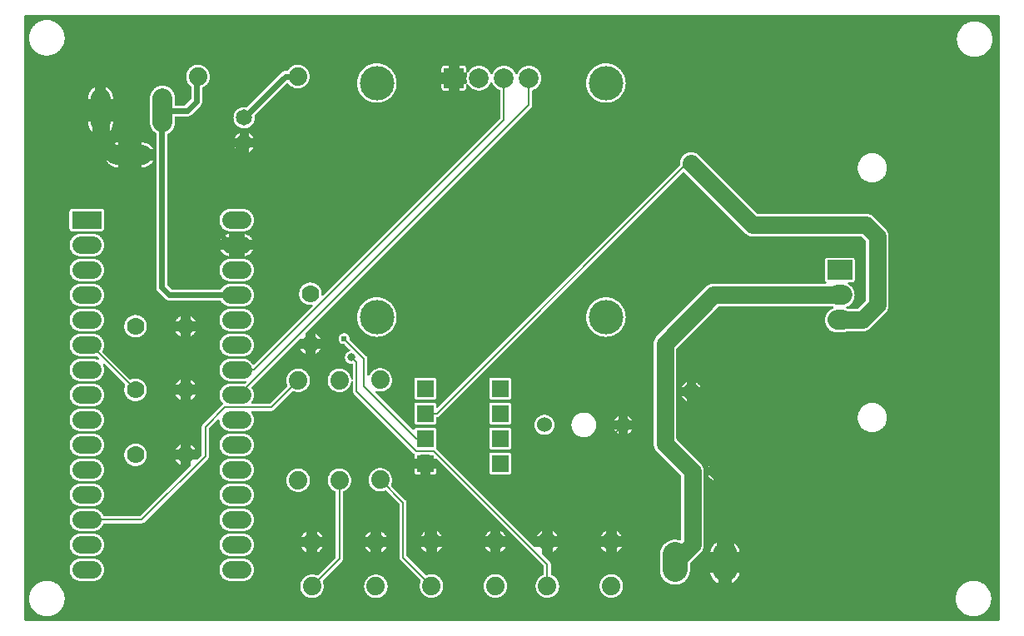
<source format=gbl>
G04 Layer: BottomLayer*
G04 EasyEDA v6.2.46, 2019-11-10T15:39:34+05:30*
G04 8ae749d232974c02949487af05e517e1,699dadb93aee4be8b9b8ad6142c81684,10*
G04 Gerber Generator version 0.2*
G04 Scale: 100 percent, Rotated: No, Reflected: No *
G04 Dimensions in inches *
G04 leading zeros omitted , absolute positions ,2 integer and 4 decimal *
%FSLAX24Y24*%
%MOIN*%
G90*
G70D02*

%ADD11C,0.008000*%
%ADD13C,0.024000*%
%ADD14C,0.032000*%
%ADD15C,0.062992*%
%ADD16C,0.074000*%
%ADD17C,0.070000*%
%ADD18C,0.060000*%
%ADD20R,0.098425X0.078740*%
%ADD21C,0.065000*%
%ADD22R,0.068000X0.068000*%
%ADD23R,0.078740X0.078740*%
%ADD24C,0.078740*%
%ADD25C,0.137795*%
%ADD26C,0.100000*%
%ADD27C,0.069685*%

%LPD*%
G36*
G01X39114Y24348D02*
G01X135Y24348D01*
G01X129Y24347D01*
G01X124Y24345D01*
G01X114Y24339D01*
G01X110Y24335D01*
G01X104Y24325D01*
G01X102Y24320D01*
G01X101Y24314D01*
G01X101Y135D01*
G01X102Y129D01*
G01X104Y124D01*
G01X110Y114D01*
G01X114Y110D01*
G01X124Y104D01*
G01X129Y102D01*
G01X135Y101D01*
G01X39114Y101D01*
G01X39120Y102D01*
G01X39125Y104D01*
G01X39135Y110D01*
G01X39139Y114D01*
G01X39145Y124D01*
G01X39147Y129D01*
G01X39148Y135D01*
G01X39148Y24314D01*
G01X39147Y24320D01*
G01X39145Y24325D01*
G01X39139Y24335D01*
G01X39135Y24339D01*
G01X39125Y24345D01*
G01X39120Y24347D01*
G01X39114Y24348D01*
G37*

%LPC*%
G36*
G01X17693Y22328D02*
G01X17521Y22328D01*
G01X17521Y22055D01*
G01X17797Y22055D01*
G01X17802Y22054D01*
G01X17808Y22053D01*
G01X17818Y22049D01*
G01X17823Y22045D01*
G01X17827Y22041D01*
G01X17833Y22031D01*
G01X17835Y22026D01*
G01X17836Y22021D01*
G01X17837Y22015D01*
G01X17836Y22008D01*
G01X17834Y22001D01*
G01X17827Y21981D01*
G01X17821Y21960D01*
G01X17816Y21939D01*
G01X17812Y21918D01*
G01X17809Y21897D01*
G01X17807Y21876D01*
G01X17805Y21854D01*
G01X17805Y21811D01*
G01X17809Y21769D01*
G01X17812Y21748D01*
G01X17816Y21727D01*
G01X17821Y21706D01*
G01X17827Y21685D01*
G01X17834Y21665D01*
G01X17836Y21658D01*
G01X17837Y21651D01*
G01X17836Y21645D01*
G01X17835Y21640D01*
G01X17833Y21635D01*
G01X17827Y21625D01*
G01X17823Y21621D01*
G01X17818Y21617D01*
G01X17808Y21613D01*
G01X17802Y21612D01*
G01X17797Y21611D01*
G01X17521Y21611D01*
G01X17521Y21338D01*
G01X17693Y21338D01*
G01X17703Y21339D01*
G01X17712Y21340D01*
G01X17721Y21342D01*
G01X17730Y21345D01*
G01X17746Y21353D01*
G01X17754Y21359D01*
G01X17768Y21371D01*
G01X17774Y21378D01*
G01X17784Y21394D01*
G01X17793Y21421D01*
G01X17794Y21430D01*
G01X17794Y21569D01*
G01X17796Y21581D01*
G01X17798Y21586D01*
G01X17804Y21596D01*
G01X17808Y21600D01*
G01X17818Y21606D01*
G01X17823Y21608D01*
G01X17829Y21609D01*
G01X17840Y21609D01*
G01X17846Y21608D01*
G01X17852Y21605D01*
G01X17862Y21599D01*
G01X17866Y21594D01*
G01X17869Y21589D01*
G01X17879Y21572D01*
G01X17890Y21555D01*
G01X17914Y21523D01*
G01X17927Y21507D01*
G01X17941Y21492D01*
G01X17955Y21478D01*
G01X17969Y21465D01*
G01X17985Y21451D01*
G01X18000Y21439D01*
G01X18017Y21427D01*
G01X18033Y21416D01*
G01X18050Y21406D01*
G01X18068Y21396D01*
G01X18104Y21378D01*
G01X18142Y21364D01*
G01X18161Y21358D01*
G01X18180Y21353D01*
G01X18200Y21348D01*
G01X18220Y21345D01*
G01X18239Y21342D01*
G01X18259Y21340D01*
G01X18279Y21339D01*
G01X18300Y21338D01*
G01X18319Y21339D01*
G01X18339Y21340D01*
G01X18359Y21342D01*
G01X18379Y21345D01*
G01X18398Y21348D01*
G01X18418Y21353D01*
G01X18437Y21358D01*
G01X18475Y21370D01*
G01X18493Y21378D01*
G01X18512Y21386D01*
G01X18529Y21395D01*
G01X18547Y21405D01*
G01X18564Y21415D01*
G01X18581Y21426D01*
G01X18597Y21437D01*
G01X18612Y21450D01*
G01X18628Y21463D01*
G01X18642Y21476D01*
G01X18656Y21490D01*
G01X18670Y21505D01*
G01X18683Y21520D01*
G01X18707Y21552D01*
G01X18718Y21569D01*
G01X18738Y21603D01*
G01X18746Y21621D01*
G01X18755Y21639D01*
G01X18762Y21658D01*
G01X18768Y21668D01*
G01X18772Y21673D01*
G01X18782Y21679D01*
G01X18788Y21682D01*
G01X18793Y21683D01*
G01X18806Y21683D01*
G01X18811Y21682D01*
G01X18817Y21679D01*
G01X18827Y21673D01*
G01X18831Y21668D01*
G01X18837Y21658D01*
G01X18844Y21639D01*
G01X18853Y21620D01*
G01X18862Y21602D01*
G01X18872Y21584D01*
G01X18882Y21567D01*
G01X18894Y21550D01*
G01X18918Y21518D01*
G01X18932Y21502D01*
G01X18945Y21487D01*
G01X18975Y21459D01*
G01X18991Y21446D01*
G01X19023Y21422D01*
G01X19041Y21411D01*
G01X19058Y21401D01*
G01X19094Y21383D01*
G01X19132Y21367D01*
G01X19138Y21365D01*
G01X19143Y21362D01*
G01X19147Y21357D01*
G01X19151Y21353D01*
G01X19154Y21348D01*
G01X19157Y21342D01*
G01X19159Y21330D01*
G01X19159Y20224D01*
G01X19157Y20212D01*
G01X19154Y20206D01*
G01X19151Y20201D01*
G01X19147Y20196D01*
G01X12066Y13115D01*
G01X12061Y13111D01*
G01X12055Y13108D01*
G01X12050Y13105D01*
G01X12044Y13104D01*
G01X12037Y13103D01*
G01X12032Y13104D01*
G01X12026Y13105D01*
G01X12021Y13107D01*
G01X12011Y13113D01*
G01X12007Y13117D01*
G01X12001Y13127D01*
G01X11999Y13132D01*
G01X11998Y13138D01*
G01X11997Y13143D01*
G01X11998Y13148D01*
G01X12000Y13174D01*
G01X12001Y13200D01*
G01X11999Y13238D01*
G01X11997Y13257D01*
G01X11994Y13276D01*
G01X11990Y13295D01*
G01X11986Y13313D01*
G01X11981Y13332D01*
G01X11975Y13350D01*
G01X11968Y13368D01*
G01X11960Y13385D01*
G01X11952Y13403D01*
G01X11943Y13419D01*
G01X11934Y13436D01*
G01X11912Y13468D01*
G01X11900Y13483D01*
G01X11888Y13497D01*
G01X11875Y13512D01*
G01X11862Y13525D01*
G01X11847Y13538D01*
G01X11833Y13550D01*
G01X11818Y13562D01*
G01X11786Y13584D01*
G01X11769Y13593D01*
G01X11753Y13602D01*
G01X11735Y13610D01*
G01X11718Y13618D01*
G01X11700Y13625D01*
G01X11682Y13631D01*
G01X11663Y13636D01*
G01X11645Y13640D01*
G01X11626Y13644D01*
G01X11607Y13647D01*
G01X11588Y13649D01*
G01X11550Y13651D01*
G01X11530Y13650D01*
G01X11511Y13649D01*
G01X11492Y13647D01*
G01X11473Y13644D01*
G01X11454Y13640D01*
G01X11436Y13636D01*
G01X11417Y13631D01*
G01X11399Y13625D01*
G01X11381Y13618D01*
G01X11364Y13610D01*
G01X11346Y13602D01*
G01X11330Y13593D01*
G01X11313Y13584D01*
G01X11281Y13562D01*
G01X11266Y13550D01*
G01X11252Y13538D01*
G01X11237Y13525D01*
G01X11224Y13512D01*
G01X11211Y13497D01*
G01X11199Y13483D01*
G01X11187Y13468D01*
G01X11165Y13436D01*
G01X11156Y13419D01*
G01X11147Y13403D01*
G01X11139Y13385D01*
G01X11131Y13368D01*
G01X11124Y13350D01*
G01X11118Y13332D01*
G01X11113Y13313D01*
G01X11109Y13295D01*
G01X11105Y13276D01*
G01X11102Y13257D01*
G01X11100Y13238D01*
G01X11098Y13200D01*
G01X11099Y13180D01*
G01X11100Y13161D01*
G01X11102Y13142D01*
G01X11105Y13123D01*
G01X11109Y13104D01*
G01X11113Y13086D01*
G01X11118Y13067D01*
G01X11124Y13049D01*
G01X11131Y13031D01*
G01X11139Y13014D01*
G01X11147Y12996D01*
G01X11156Y12980D01*
G01X11165Y12963D01*
G01X11187Y12931D01*
G01X11199Y12916D01*
G01X11211Y12902D01*
G01X11224Y12887D01*
G01X11237Y12874D01*
G01X11252Y12861D01*
G01X11266Y12849D01*
G01X11281Y12837D01*
G01X11313Y12815D01*
G01X11330Y12806D01*
G01X11346Y12797D01*
G01X11364Y12789D01*
G01X11381Y12781D01*
G01X11399Y12774D01*
G01X11417Y12768D01*
G01X11436Y12763D01*
G01X11454Y12759D01*
G01X11473Y12755D01*
G01X11492Y12752D01*
G01X11511Y12750D01*
G01X11530Y12749D01*
G01X11575Y12749D01*
G01X11601Y12751D01*
G01X11606Y12752D01*
G01X11611Y12751D01*
G01X11617Y12750D01*
G01X11622Y12748D01*
G01X11632Y12742D01*
G01X11636Y12738D01*
G01X11642Y12728D01*
G01X11644Y12723D01*
G01X11645Y12717D01*
G01X11646Y12712D01*
G01X11645Y12705D01*
G01X11644Y12699D01*
G01X11641Y12694D01*
G01X11638Y12688D01*
G01X11634Y12683D01*
G01X9302Y10351D01*
G01X9297Y10347D01*
G01X9292Y10344D01*
G01X9280Y10340D01*
G01X9267Y10340D01*
G01X9261Y10341D01*
G01X9256Y10344D01*
G01X9250Y10347D01*
G01X9246Y10351D01*
G01X9238Y10361D01*
G01X9229Y10378D01*
G01X9219Y10394D01*
G01X9208Y10410D01*
G01X9196Y10426D01*
G01X9184Y10441D01*
G01X9171Y10455D01*
G01X9143Y10483D01*
G01X9128Y10496D01*
G01X9113Y10508D01*
G01X9081Y10530D01*
G01X9065Y10540D01*
G01X9047Y10549D01*
G01X9030Y10558D01*
G01X8994Y10572D01*
G01X8976Y10578D01*
G01X8957Y10584D01*
G01X8919Y10592D01*
G01X8900Y10595D01*
G01X8880Y10597D01*
G01X8861Y10599D01*
G01X8338Y10599D01*
G01X8300Y10595D01*
G01X8281Y10592D01*
G01X8263Y10589D01*
G01X8244Y10584D01*
G01X8226Y10579D01*
G01X8190Y10567D01*
G01X8172Y10559D01*
G01X8155Y10551D01*
G01X8138Y10542D01*
G01X8106Y10522D01*
G01X8090Y10511D01*
G01X8060Y10487D01*
G01X8046Y10474D01*
G01X8020Y10446D01*
G01X8008Y10432D01*
G01X7996Y10417D01*
G01X7985Y10401D01*
G01X7965Y10369D01*
G01X7956Y10352D01*
G01X7948Y10335D01*
G01X7940Y10317D01*
G01X7922Y10263D01*
G01X7914Y10225D01*
G01X7912Y10207D01*
G01X7908Y10169D01*
G01X7908Y10130D01*
G01X7912Y10092D01*
G01X7914Y10074D01*
G01X7922Y10036D01*
G01X7940Y9982D01*
G01X7948Y9964D01*
G01X7956Y9947D01*
G01X7965Y9930D01*
G01X7985Y9898D01*
G01X7996Y9882D01*
G01X8008Y9867D01*
G01X8020Y9853D01*
G01X8046Y9825D01*
G01X8060Y9812D01*
G01X8090Y9788D01*
G01X8106Y9777D01*
G01X8138Y9757D01*
G01X8155Y9748D01*
G01X8172Y9740D01*
G01X8190Y9732D01*
G01X8226Y9720D01*
G01X8244Y9715D01*
G01X8263Y9710D01*
G01X8281Y9707D01*
G01X8300Y9704D01*
G01X8338Y9700D01*
G01X8842Y9700D01*
G01X8863Y9701D01*
G01X8885Y9702D01*
G01X8907Y9705D01*
G01X8929Y9709D01*
G01X8950Y9713D01*
G01X8960Y9714D01*
G01X8965Y9714D01*
G01X8971Y9713D01*
G01X8976Y9711D01*
G01X8986Y9705D01*
G01X8990Y9701D01*
G01X8996Y9691D01*
G01X8998Y9686D01*
G01X9000Y9674D01*
G01X8998Y9662D01*
G01X8995Y9656D01*
G01X8992Y9651D01*
G01X8988Y9646D01*
G01X8947Y9606D01*
G01X8943Y9602D01*
G01X8937Y9598D01*
G01X8931Y9596D01*
G01X8919Y9594D01*
G01X8913Y9595D01*
G01X8889Y9598D01*
G01X8864Y9600D01*
G01X8840Y9601D01*
G01X8359Y9601D01*
G01X8321Y9599D01*
G01X8302Y9597D01*
G01X8283Y9594D01*
G01X8245Y9586D01*
G01X8227Y9581D01*
G01X8209Y9575D01*
G01X8191Y9568D01*
G01X8173Y9560D01*
G01X8156Y9552D01*
G01X8122Y9534D01*
G01X8106Y9523D01*
G01X8091Y9512D01*
G01X8061Y9488D01*
G01X8033Y9462D01*
G01X8020Y9447D01*
G01X8008Y9433D01*
G01X7996Y9418D01*
G01X7985Y9402D01*
G01X7975Y9386D01*
G01X7965Y9369D01*
G01X7956Y9353D01*
G01X7948Y9335D01*
G01X7940Y9318D01*
G01X7928Y9282D01*
G01X7923Y9263D01*
G01X7918Y9245D01*
G01X7914Y9226D01*
G01X7908Y9169D01*
G01X7908Y9130D01*
G01X7910Y9112D01*
G01X7914Y9074D01*
G01X7918Y9055D01*
G01X7922Y9037D01*
G01X7927Y9018D01*
G01X7933Y9000D01*
G01X7940Y8982D01*
G01X7947Y8965D01*
G01X7956Y8948D01*
G01X7964Y8931D01*
G01X7974Y8914D01*
G01X7984Y8898D01*
G01X7995Y8883D01*
G01X8019Y8853D01*
G01X8032Y8839D01*
G01X8045Y8826D01*
G01X8049Y8821D01*
G01X8053Y8815D01*
G01X8057Y8803D01*
G01X8057Y8791D01*
G01X8055Y8784D01*
G01X8053Y8779D01*
G01X8050Y8773D01*
G01X8041Y8764D01*
G01X8031Y8757D01*
G01X7239Y7965D01*
G01X7232Y7956D01*
G01X7226Y7947D01*
G01X7221Y7938D01*
G01X7216Y7927D01*
G01X7212Y7917D01*
G01X7209Y7906D01*
G01X7207Y7896D01*
G01X7206Y7885D01*
G01X7206Y6771D01*
G01X7204Y6759D01*
G01X7201Y6753D01*
G01X7198Y6748D01*
G01X7194Y6743D01*
G01X7012Y6561D01*
G01X7007Y6557D01*
G01X7002Y6554D01*
G01X6996Y6551D01*
G01X6990Y6550D01*
G01X6750Y6550D01*
G01X6750Y6315D01*
G01X6748Y6303D01*
G01X6745Y6297D01*
G01X6742Y6292D01*
G01X6738Y6287D01*
G01X4753Y4302D01*
G01X4748Y4298D01*
G01X4743Y4295D01*
G01X4737Y4292D01*
G01X4725Y4290D01*
G01X3296Y4290D01*
G01X3291Y4291D01*
G01X3285Y4292D01*
G01X3279Y4294D01*
G01X3274Y4297D01*
G01X3269Y4301D01*
G01X3265Y4305D01*
G01X3262Y4310D01*
G01X3259Y4316D01*
G01X3252Y4333D01*
G01X3244Y4351D01*
G01X3235Y4368D01*
G01X3225Y4384D01*
G01X3215Y4401D01*
G01X3204Y4416D01*
G01X3192Y4432D01*
G01X3180Y4446D01*
G01X3167Y4461D01*
G01X3139Y4487D01*
G01X3124Y4500D01*
G01X3109Y4511D01*
G01X3093Y4523D01*
G01X3061Y4543D01*
G01X3044Y4552D01*
G01X3026Y4560D01*
G01X3009Y4568D01*
G01X2991Y4575D01*
G01X2973Y4581D01*
G01X2954Y4586D01*
G01X2935Y4590D01*
G01X2917Y4594D01*
G01X2898Y4597D01*
G01X2878Y4599D01*
G01X2840Y4601D01*
G01X2359Y4601D01*
G01X2321Y4599D01*
G01X2302Y4597D01*
G01X2283Y4594D01*
G01X2245Y4586D01*
G01X2227Y4581D01*
G01X2209Y4575D01*
G01X2191Y4568D01*
G01X2173Y4560D01*
G01X2156Y4552D01*
G01X2122Y4534D01*
G01X2106Y4523D01*
G01X2091Y4512D01*
G01X2061Y4488D01*
G01X2033Y4462D01*
G01X2020Y4447D01*
G01X2008Y4433D01*
G01X1996Y4418D01*
G01X1985Y4402D01*
G01X1975Y4386D01*
G01X1965Y4369D01*
G01X1956Y4353D01*
G01X1948Y4335D01*
G01X1940Y4318D01*
G01X1928Y4282D01*
G01X1923Y4263D01*
G01X1918Y4245D01*
G01X1914Y4226D01*
G01X1908Y4169D01*
G01X1908Y4130D01*
G01X1914Y4073D01*
G01X1918Y4054D01*
G01X1923Y4036D01*
G01X1928Y4017D01*
G01X1940Y3981D01*
G01X1948Y3964D01*
G01X1956Y3946D01*
G01X1965Y3930D01*
G01X1975Y3913D01*
G01X1985Y3897D01*
G01X1996Y3881D01*
G01X2008Y3866D01*
G01X2020Y3852D01*
G01X2033Y3837D01*
G01X2061Y3811D01*
G01X2091Y3787D01*
G01X2106Y3776D01*
G01X2122Y3765D01*
G01X2156Y3747D01*
G01X2173Y3739D01*
G01X2191Y3731D01*
G01X2209Y3724D01*
G01X2227Y3718D01*
G01X2245Y3713D01*
G01X2283Y3705D01*
G01X2302Y3702D01*
G01X2321Y3700D01*
G01X2359Y3698D01*
G01X2840Y3698D01*
G01X2878Y3700D01*
G01X2898Y3702D01*
G01X2917Y3705D01*
G01X2935Y3709D01*
G01X2954Y3713D01*
G01X2973Y3718D01*
G01X2991Y3724D01*
G01X3009Y3731D01*
G01X3026Y3739D01*
G01X3044Y3747D01*
G01X3061Y3756D01*
G01X3093Y3776D01*
G01X3109Y3788D01*
G01X3124Y3799D01*
G01X3139Y3812D01*
G01X3167Y3838D01*
G01X3180Y3853D01*
G01X3192Y3867D01*
G01X3204Y3883D01*
G01X3215Y3898D01*
G01X3225Y3915D01*
G01X3235Y3931D01*
G01X3244Y3948D01*
G01X3252Y3966D01*
G01X3259Y3983D01*
G01X3262Y3989D01*
G01X3265Y3994D01*
G01X3269Y3998D01*
G01X3274Y4002D01*
G01X3279Y4005D01*
G01X3285Y4007D01*
G01X3291Y4008D01*
G01X3296Y4009D01*
G01X4811Y4009D01*
G01X4822Y4010D01*
G01X4832Y4012D01*
G01X4843Y4015D01*
G01X4853Y4019D01*
G01X4864Y4024D01*
G01X4873Y4029D01*
G01X4882Y4035D01*
G01X4891Y4042D01*
G01X7454Y6605D01*
G01X7461Y6614D01*
G01X7467Y6623D01*
G01X7472Y6632D01*
G01X7477Y6643D01*
G01X7481Y6653D01*
G01X7484Y6664D01*
G01X7486Y6674D01*
G01X7488Y6696D01*
G01X7488Y7805D01*
G01X7489Y7811D01*
G01X7492Y7817D01*
G01X7495Y7822D01*
G01X7499Y7827D01*
G01X7840Y8167D01*
G01X7850Y8175D01*
G01X7862Y8179D01*
G01X7874Y8179D01*
G01X7886Y8175D01*
G01X7891Y8172D01*
G01X7896Y8168D01*
G01X7900Y8163D01*
G01X7903Y8158D01*
G01X7906Y8152D01*
G01X7908Y8140D01*
G01X7909Y8121D01*
G01X7911Y8101D01*
G01X7913Y8082D01*
G01X7916Y8063D01*
G01X7920Y8044D01*
G01X7925Y8025D01*
G01X7931Y8007D01*
G01X7938Y7988D01*
G01X7945Y7970D01*
G01X7953Y7953D01*
G01X7962Y7935D01*
G01X7972Y7919D01*
G01X7982Y7902D01*
G01X7993Y7886D01*
G01X8017Y7856D01*
G01X8030Y7841D01*
G01X8043Y7827D01*
G01X8058Y7814D01*
G01X8072Y7801D01*
G01X8088Y7789D01*
G01X8103Y7778D01*
G01X8120Y7767D01*
G01X8136Y7757D01*
G01X8153Y7748D01*
G01X8189Y7732D01*
G01X8207Y7725D01*
G01X8225Y7719D01*
G01X8244Y7713D01*
G01X8282Y7705D01*
G01X8301Y7702D01*
G01X8320Y7700D01*
G01X8340Y7699D01*
G01X8359Y7699D01*
G01X8359Y7698D01*
G01X8840Y7698D01*
G01X8878Y7700D01*
G01X8897Y7702D01*
G01X8916Y7705D01*
G01X8954Y7713D01*
G01X8972Y7718D01*
G01X8990Y7724D01*
G01X9008Y7731D01*
G01X9026Y7739D01*
G01X9043Y7747D01*
G01X9077Y7765D01*
G01X9093Y7776D01*
G01X9108Y7787D01*
G01X9138Y7811D01*
G01X9166Y7837D01*
G01X9179Y7852D01*
G01X9191Y7866D01*
G01X9203Y7881D01*
G01X9214Y7897D01*
G01X9224Y7913D01*
G01X9234Y7930D01*
G01X9243Y7946D01*
G01X9251Y7964D01*
G01X9259Y7981D01*
G01X9271Y8017D01*
G01X9276Y8036D01*
G01X9281Y8054D01*
G01X9285Y8073D01*
G01X9291Y8130D01*
G01X9291Y8169D01*
G01X9287Y8209D01*
G01X9284Y8229D01*
G01X9280Y8248D01*
G01X9275Y8268D01*
G01X9270Y8287D01*
G01X9263Y8306D01*
G01X9256Y8324D01*
G01X9248Y8342D01*
G01X9239Y8360D01*
G01X9229Y8378D01*
G01X9219Y8395D01*
G01X9207Y8411D01*
G01X9196Y8427D01*
G01X9183Y8443D01*
G01X9180Y8447D01*
G01X9177Y8452D01*
G01X9175Y8457D01*
G01X9173Y8469D01*
G01X9174Y8474D01*
G01X9175Y8480D01*
G01X9177Y8485D01*
G01X9183Y8495D01*
G01X9187Y8499D01*
G01X9197Y8505D01*
G01X9202Y8507D01*
G01X9208Y8508D01*
G01X9213Y8509D01*
G01X9988Y8509D01*
G01X9999Y8510D01*
G01X10009Y8512D01*
G01X10020Y8515D01*
G01X10030Y8519D01*
G01X10041Y8524D01*
G01X10050Y8529D01*
G01X10059Y8535D01*
G01X10068Y8542D01*
G01X10076Y8550D01*
G01X10824Y9299D01*
G01X10829Y9303D01*
G01X10834Y9306D01*
G01X10846Y9310D01*
G01X10858Y9310D01*
G01X10864Y9309D01*
G01X10869Y9307D01*
G01X10887Y9299D01*
G01X10906Y9292D01*
G01X10944Y9280D01*
G01X10964Y9276D01*
G01X10983Y9272D01*
G01X11003Y9269D01*
G01X11023Y9267D01*
G01X11063Y9265D01*
G01X11082Y9266D01*
G01X11102Y9267D01*
G01X11121Y9269D01*
G01X11140Y9272D01*
G01X11160Y9275D01*
G01X11179Y9280D01*
G01X11197Y9285D01*
G01X11216Y9291D01*
G01X11234Y9297D01*
G01X11270Y9313D01*
G01X11304Y9331D01*
G01X11321Y9342D01*
G01X11337Y9353D01*
G01X11352Y9364D01*
G01X11382Y9390D01*
G01X11396Y9403D01*
G01X11409Y9417D01*
G01X11435Y9447D01*
G01X11446Y9462D01*
G01X11457Y9478D01*
G01X11468Y9495D01*
G01X11486Y9529D01*
G01X11502Y9565D01*
G01X11508Y9583D01*
G01X11514Y9602D01*
G01X11519Y9620D01*
G01X11524Y9639D01*
G01X11527Y9659D01*
G01X11530Y9678D01*
G01X11532Y9697D01*
G01X11533Y9717D01*
G01X11534Y9736D01*
G01X11533Y9756D01*
G01X11532Y9775D01*
G01X11530Y9794D01*
G01X11527Y9814D01*
G01X11524Y9833D01*
G01X11519Y9852D01*
G01X11514Y9870D01*
G01X11508Y9889D01*
G01X11502Y9907D01*
G01X11486Y9943D01*
G01X11468Y9977D01*
G01X11457Y9994D01*
G01X11446Y10010D01*
G01X11435Y10025D01*
G01X11422Y10041D01*
G01X11396Y10069D01*
G01X11382Y10083D01*
G01X11367Y10096D01*
G01X11352Y10108D01*
G01X11337Y10119D01*
G01X11321Y10130D01*
G01X11304Y10141D01*
G01X11270Y10159D01*
G01X11234Y10175D01*
G01X11216Y10182D01*
G01X11197Y10188D01*
G01X11179Y10193D01*
G01X11160Y10197D01*
G01X11140Y10201D01*
G01X11102Y10205D01*
G01X11082Y10207D01*
G01X11043Y10207D01*
G01X11005Y10203D01*
G01X10985Y10201D01*
G01X10947Y10193D01*
G01X10929Y10188D01*
G01X10910Y10182D01*
G01X10892Y10175D01*
G01X10856Y10159D01*
G01X10822Y10141D01*
G01X10805Y10130D01*
G01X10789Y10119D01*
G01X10774Y10108D01*
G01X10758Y10096D01*
G01X10744Y10083D01*
G01X10716Y10055D01*
G01X10703Y10041D01*
G01X10691Y10025D01*
G01X10680Y10010D01*
G01X10669Y9994D01*
G01X10658Y9977D01*
G01X10640Y9943D01*
G01X10624Y9907D01*
G01X10617Y9889D01*
G01X10611Y9870D01*
G01X10606Y9852D01*
G01X10598Y9814D01*
G01X10596Y9794D01*
G01X10592Y9756D01*
G01X10592Y9716D01*
G01X10594Y9696D01*
G01X10596Y9677D01*
G01X10602Y9637D01*
G01X10612Y9599D01*
G01X10626Y9561D01*
G01X10633Y9543D01*
G01X10636Y9535D01*
G01X10637Y9527D01*
G01X10636Y9520D01*
G01X10635Y9514D01*
G01X10633Y9508D01*
G01X10625Y9498D01*
G01X9930Y8802D01*
G01X9925Y8798D01*
G01X9920Y8795D01*
G01X9914Y8792D01*
G01X9908Y8791D01*
G01X9901Y8790D01*
G01X9213Y8790D01*
G01X9208Y8791D01*
G01X9202Y8792D01*
G01X9197Y8794D01*
G01X9187Y8800D01*
G01X9183Y8804D01*
G01X9177Y8814D01*
G01X9175Y8819D01*
G01X9173Y8831D01*
G01X9174Y8836D01*
G01X9175Y8842D01*
G01X9177Y8847D01*
G01X9180Y8852D01*
G01X9183Y8856D01*
G01X9196Y8872D01*
G01X9207Y8888D01*
G01X9219Y8904D01*
G01X9229Y8921D01*
G01X9239Y8939D01*
G01X9248Y8957D01*
G01X9256Y8975D01*
G01X9263Y8993D01*
G01X9270Y9012D01*
G01X9275Y9031D01*
G01X9280Y9051D01*
G01X9284Y9070D01*
G01X9287Y9090D01*
G01X9291Y9130D01*
G01X9291Y9170D01*
G01X9287Y9210D01*
G01X9284Y9230D01*
G01X9280Y9250D01*
G01X9275Y9270D01*
G01X9269Y9290D01*
G01X9262Y9309D01*
G01X9254Y9328D01*
G01X9246Y9346D01*
G01X9237Y9364D01*
G01X9227Y9382D01*
G01X9216Y9399D01*
G01X9204Y9416D01*
G01X9201Y9421D01*
G01X9198Y9427D01*
G01X9196Y9439D01*
G01X9197Y9446D01*
G01X9198Y9452D01*
G01X9201Y9458D01*
G01X9204Y9463D01*
G01X9208Y9468D01*
G01X11035Y11294D01*
G01X11128Y11388D01*
G01X11133Y11392D01*
G01X11138Y11395D01*
G01X11144Y11398D01*
G01X11156Y11400D01*
G01X11350Y11400D01*
G01X11350Y11599D01*
G01X11351Y11605D01*
G01X11354Y11611D01*
G01X11357Y11616D01*
G01X11361Y11621D01*
G01X11455Y11714D01*
G01X20399Y20659D01*
G01X20407Y20667D01*
G01X20414Y20676D01*
G01X20420Y20685D01*
G01X20425Y20694D01*
G01X20430Y20705D01*
G01X20434Y20715D01*
G01X20437Y20726D01*
G01X20439Y20736D01*
G01X20440Y20747D01*
G01X20440Y21330D01*
G01X20442Y21342D01*
G01X20445Y21348D01*
G01X20448Y21353D01*
G01X20452Y21357D01*
G01X20456Y21362D01*
G01X20461Y21365D01*
G01X20467Y21367D01*
G01X20486Y21375D01*
G01X20504Y21383D01*
G01X20523Y21391D01*
G01X20540Y21401D01*
G01X20558Y21411D01*
G01X20575Y21422D01*
G01X20591Y21434D01*
G01X20608Y21446D01*
G01X20638Y21472D01*
G01X20653Y21486D01*
G01X20666Y21501D01*
G01X20680Y21516D01*
G01X20704Y21548D01*
G01X20726Y21582D01*
G01X20736Y21600D01*
G01X20745Y21618D01*
G01X20753Y21636D01*
G01X20761Y21655D01*
G01X20768Y21674D01*
G01X20774Y21693D01*
G01X20784Y21733D01*
G01X20788Y21752D01*
G01X20790Y21772D01*
G01X20793Y21793D01*
G01X20794Y21813D01*
G01X20794Y21853D01*
G01X20793Y21873D01*
G01X20791Y21893D01*
G01X20788Y21912D01*
G01X20784Y21932D01*
G01X20780Y21951D01*
G01X20775Y21971D01*
G01X20769Y21990D01*
G01X20762Y22008D01*
G01X20755Y22027D01*
G01X20746Y22045D01*
G01X20738Y22063D01*
G01X20718Y22097D01*
G01X20707Y22114D01*
G01X20683Y22146D01*
G01X20670Y22161D01*
G01X20656Y22176D01*
G01X20642Y22190D01*
G01X20628Y22203D01*
G01X20612Y22216D01*
G01X20597Y22228D01*
G01X20581Y22240D01*
G01X20564Y22251D01*
G01X20547Y22261D01*
G01X20529Y22271D01*
G01X20512Y22280D01*
G01X20493Y22288D01*
G01X20475Y22295D01*
G01X20456Y22302D01*
G01X20437Y22308D01*
G01X20418Y22313D01*
G01X20398Y22318D01*
G01X20379Y22321D01*
G01X20359Y22324D01*
G01X20339Y22326D01*
G01X20299Y22328D01*
G01X20280Y22327D01*
G01X20260Y22326D01*
G01X20240Y22324D01*
G01X20220Y22321D01*
G01X20201Y22318D01*
G01X20181Y22313D01*
G01X20162Y22308D01*
G01X20143Y22302D01*
G01X20124Y22295D01*
G01X20106Y22288D01*
G01X20087Y22280D01*
G01X20070Y22271D01*
G01X20052Y22261D01*
G01X20035Y22251D01*
G01X20018Y22240D01*
G01X20002Y22228D01*
G01X19987Y22216D01*
G01X19971Y22203D01*
G01X19957Y22190D01*
G01X19943Y22176D01*
G01X19929Y22161D01*
G01X19916Y22146D01*
G01X19892Y22114D01*
G01X19881Y22097D01*
G01X19861Y22063D01*
G01X19853Y22045D01*
G01X19844Y22027D01*
G01X19837Y22008D01*
G01X19831Y21998D01*
G01X19827Y21993D01*
G01X19822Y21989D01*
G01X19817Y21986D01*
G01X19811Y21984D01*
G01X19806Y21983D01*
G01X19800Y21982D01*
G01X19793Y21983D01*
G01X19788Y21984D01*
G01X19782Y21986D01*
G01X19777Y21989D01*
G01X19772Y21993D01*
G01X19768Y21998D01*
G01X19762Y22008D01*
G01X19755Y22027D01*
G01X19746Y22045D01*
G01X19738Y22063D01*
G01X19718Y22097D01*
G01X19707Y22114D01*
G01X19683Y22146D01*
G01X19670Y22161D01*
G01X19656Y22176D01*
G01X19642Y22190D01*
G01X19628Y22203D01*
G01X19612Y22216D01*
G01X19597Y22228D01*
G01X19581Y22240D01*
G01X19564Y22251D01*
G01X19547Y22261D01*
G01X19529Y22271D01*
G01X19512Y22280D01*
G01X19493Y22288D01*
G01X19475Y22295D01*
G01X19456Y22302D01*
G01X19437Y22308D01*
G01X19418Y22313D01*
G01X19398Y22318D01*
G01X19379Y22321D01*
G01X19359Y22324D01*
G01X19339Y22326D01*
G01X19299Y22328D01*
G01X19280Y22327D01*
G01X19260Y22326D01*
G01X19240Y22324D01*
G01X19220Y22321D01*
G01X19201Y22318D01*
G01X19181Y22313D01*
G01X19162Y22308D01*
G01X19143Y22302D01*
G01X19124Y22295D01*
G01X19106Y22288D01*
G01X19087Y22280D01*
G01X19070Y22271D01*
G01X19052Y22261D01*
G01X19035Y22251D01*
G01X19018Y22240D01*
G01X19002Y22228D01*
G01X18987Y22216D01*
G01X18971Y22203D01*
G01X18957Y22190D01*
G01X18943Y22176D01*
G01X18929Y22161D01*
G01X18916Y22146D01*
G01X18892Y22114D01*
G01X18881Y22097D01*
G01X18861Y22063D01*
G01X18853Y22045D01*
G01X18844Y22027D01*
G01X18837Y22008D01*
G01X18831Y21998D01*
G01X18827Y21993D01*
G01X18822Y21989D01*
G01X18817Y21986D01*
G01X18811Y21984D01*
G01X18806Y21983D01*
G01X18800Y21982D01*
G01X18793Y21983D01*
G01X18788Y21984D01*
G01X18782Y21986D01*
G01X18777Y21989D01*
G01X18772Y21993D01*
G01X18768Y21998D01*
G01X18762Y22008D01*
G01X18755Y22027D01*
G01X18746Y22045D01*
G01X18738Y22063D01*
G01X18718Y22097D01*
G01X18707Y22114D01*
G01X18683Y22146D01*
G01X18670Y22161D01*
G01X18656Y22176D01*
G01X18642Y22190D01*
G01X18628Y22203D01*
G01X18612Y22216D01*
G01X18597Y22228D01*
G01X18581Y22240D01*
G01X18564Y22251D01*
G01X18547Y22261D01*
G01X18529Y22271D01*
G01X18512Y22280D01*
G01X18493Y22288D01*
G01X18475Y22295D01*
G01X18456Y22302D01*
G01X18437Y22308D01*
G01X18418Y22313D01*
G01X18398Y22318D01*
G01X18379Y22321D01*
G01X18359Y22324D01*
G01X18339Y22326D01*
G01X18319Y22327D01*
G01X18300Y22328D01*
G01X18279Y22327D01*
G01X18259Y22326D01*
G01X18239Y22324D01*
G01X18220Y22321D01*
G01X18180Y22313D01*
G01X18161Y22308D01*
G01X18142Y22302D01*
G01X18123Y22295D01*
G01X18104Y22287D01*
G01X18086Y22279D01*
G01X18068Y22270D01*
G01X18050Y22260D01*
G01X18033Y22250D01*
G01X18017Y22239D01*
G01X18000Y22227D01*
G01X17985Y22214D01*
G01X17969Y22201D01*
G01X17955Y22188D01*
G01X17927Y22158D01*
G01X17914Y22143D01*
G01X17890Y22111D01*
G01X17879Y22094D01*
G01X17869Y22077D01*
G01X17866Y22072D01*
G01X17862Y22067D01*
G01X17857Y22063D01*
G01X17852Y22060D01*
G01X17846Y22058D01*
G01X17834Y22056D01*
G01X17829Y22057D01*
G01X17823Y22058D01*
G01X17818Y22060D01*
G01X17808Y22066D01*
G01X17804Y22070D01*
G01X17798Y22080D01*
G01X17796Y22085D01*
G01X17795Y22091D01*
G01X17794Y22096D01*
G01X17794Y22236D01*
G01X17793Y22245D01*
G01X17784Y22272D01*
G01X17774Y22288D01*
G01X17768Y22295D01*
G01X17754Y22307D01*
G01X17746Y22313D01*
G01X17730Y22321D01*
G01X17721Y22324D01*
G01X17712Y22326D01*
G01X17703Y22327D01*
G01X17693Y22328D01*
G37*
G36*
G01X26819Y18867D02*
G01X26780Y18867D01*
G01X26761Y18866D01*
G01X26742Y18864D01*
G01X26723Y18861D01*
G01X26704Y18857D01*
G01X26686Y18853D01*
G01X26667Y18848D01*
G01X26649Y18842D01*
G01X26631Y18835D01*
G01X26614Y18827D01*
G01X26596Y18819D01*
G01X26580Y18810D01*
G01X26563Y18800D01*
G01X26547Y18790D01*
G01X26531Y18779D01*
G01X26516Y18767D01*
G01X26502Y18755D01*
G01X26487Y18742D01*
G01X26461Y18714D01*
G01X26449Y18700D01*
G01X26437Y18685D01*
G01X26415Y18653D01*
G01X26397Y18619D01*
G01X26381Y18585D01*
G01X26374Y18567D01*
G01X26368Y18548D01*
G01X26363Y18530D01*
G01X26359Y18511D01*
G01X26355Y18493D01*
G01X26352Y18474D01*
G01X26350Y18455D01*
G01X26349Y18436D01*
G01X26348Y18416D01*
G01X26349Y18389D01*
G01X26352Y18362D01*
G01X26352Y18351D01*
G01X26348Y18339D01*
G01X26340Y18329D01*
G01X16659Y8647D01*
G01X16654Y8643D01*
G01X16649Y8640D01*
G01X16643Y8637D01*
G01X16631Y8635D01*
G01X16619Y8637D01*
G01X16614Y8639D01*
G01X16604Y8645D01*
G01X16600Y8649D01*
G01X16594Y8659D01*
G01X16592Y8664D01*
G01X16591Y8670D01*
G01X16591Y8675D01*
G01X16590Y8739D01*
G01X16590Y8749D01*
G01X16589Y8758D01*
G01X16587Y8767D01*
G01X16584Y8776D01*
G01X16580Y8785D01*
G01X16575Y8793D01*
G01X16570Y8800D01*
G01X16564Y8808D01*
G01X16558Y8814D01*
G01X16550Y8820D01*
G01X16543Y8825D01*
G01X16535Y8830D01*
G01X16526Y8834D01*
G01X16517Y8837D01*
G01X16508Y8839D01*
G01X16499Y8840D01*
G01X15800Y8840D01*
G01X15791Y8839D01*
G01X15782Y8837D01*
G01X15773Y8834D01*
G01X15764Y8830D01*
G01X15756Y8825D01*
G01X15749Y8820D01*
G01X15741Y8814D01*
G01X15735Y8808D01*
G01X15729Y8800D01*
G01X15724Y8793D01*
G01X15719Y8785D01*
G01X15715Y8776D01*
G01X15712Y8767D01*
G01X15710Y8758D01*
G01X15709Y8749D01*
G01X15709Y8050D01*
G01X15710Y8041D01*
G01X15712Y8032D01*
G01X15715Y8023D01*
G01X15719Y8014D01*
G01X15724Y8006D01*
G01X15729Y7999D01*
G01X15735Y7991D01*
G01X15741Y7985D01*
G01X15749Y7979D01*
G01X15756Y7974D01*
G01X15764Y7969D01*
G01X15773Y7965D01*
G01X15782Y7962D01*
G01X15791Y7960D01*
G01X15800Y7959D01*
G01X16499Y7959D01*
G01X16508Y7960D01*
G01X16517Y7962D01*
G01X16526Y7965D01*
G01X16535Y7969D01*
G01X16543Y7974D01*
G01X16550Y7979D01*
G01X16558Y7985D01*
G01X16564Y7991D01*
G01X16570Y7999D01*
G01X16575Y8006D01*
G01X16580Y8014D01*
G01X16584Y8023D01*
G01X16587Y8032D01*
G01X16589Y8041D01*
G01X16590Y8050D01*
G01X16590Y8059D01*
G01X16591Y8220D01*
G01X16591Y8225D01*
G01X16592Y8231D01*
G01X16594Y8237D01*
G01X16597Y8242D01*
G01X16605Y8250D01*
G01X16610Y8254D01*
G01X16620Y8258D01*
G01X16638Y8261D01*
G01X16649Y8264D01*
G01X16661Y8268D01*
G01X16672Y8272D01*
G01X16692Y8284D01*
G01X16710Y8300D01*
G01X26466Y18056D01*
G01X26471Y18060D01*
G01X26476Y18063D01*
G01X26488Y18067D01*
G01X26500Y18067D01*
G01X26507Y18065D01*
G01X26512Y18063D01*
G01X26518Y18060D01*
G01X26523Y18056D01*
G01X28947Y15631D01*
G01X28962Y15617D01*
G01X28977Y15604D01*
G01X28992Y15592D01*
G01X29008Y15580D01*
G01X29024Y15569D01*
G01X29058Y15549D01*
G01X29094Y15533D01*
G01X29112Y15526D01*
G01X29131Y15519D01*
G01X29169Y15509D01*
G01X29188Y15505D01*
G01X29208Y15502D01*
G01X29227Y15500D01*
G01X29247Y15499D01*
G01X29266Y15498D01*
G01X33602Y15498D01*
G01X33608Y15497D01*
G01X33620Y15491D01*
G01X33791Y15320D01*
G01X33797Y15308D01*
G01X33798Y15302D01*
G01X33798Y12947D01*
G01X33797Y12941D01*
G01X33791Y12929D01*
G01X33470Y12608D01*
G01X33458Y12602D01*
G01X33452Y12601D01*
G01X33052Y12601D01*
G01X33044Y12604D01*
G01X33023Y12612D01*
G01X33013Y12618D01*
G01X33008Y12622D01*
G01X33004Y12627D01*
G01X33001Y12632D01*
G01X32999Y12638D01*
G01X32998Y12643D01*
G01X32997Y12649D01*
G01X32998Y12656D01*
G01X32999Y12661D01*
G01X33001Y12667D01*
G01X33004Y12672D01*
G01X33008Y12677D01*
G01X33013Y12681D01*
G01X33023Y12687D01*
G01X33042Y12694D01*
G01X33060Y12703D01*
G01X33078Y12711D01*
G01X33112Y12731D01*
G01X33129Y12742D01*
G01X33161Y12766D01*
G01X33176Y12779D01*
G01X33191Y12793D01*
G01X33205Y12807D01*
G01X33218Y12821D01*
G01X33231Y12837D01*
G01X33243Y12852D01*
G01X33255Y12868D01*
G01X33266Y12885D01*
G01X33276Y12902D01*
G01X33286Y12920D01*
G01X33295Y12937D01*
G01X33303Y12956D01*
G01X33310Y12974D01*
G01X33317Y12993D01*
G01X33323Y13012D01*
G01X33328Y13031D01*
G01X33333Y13051D01*
G01X33336Y13070D01*
G01X33339Y13090D01*
G01X33341Y13110D01*
G01X33343Y13150D01*
G01X33341Y13190D01*
G01X33339Y13210D01*
G01X33336Y13229D01*
G01X33328Y13269D01*
G01X33323Y13288D01*
G01X33317Y13307D01*
G01X33310Y13326D01*
G01X33302Y13345D01*
G01X33294Y13363D01*
G01X33285Y13381D01*
G01X33275Y13399D01*
G01X33265Y13416D01*
G01X33254Y13432D01*
G01X33242Y13449D01*
G01X33229Y13464D01*
G01X33216Y13480D01*
G01X33203Y13494D01*
G01X33173Y13522D01*
G01X33158Y13535D01*
G01X33126Y13559D01*
G01X33109Y13570D01*
G01X33092Y13580D01*
G01X33087Y13583D01*
G01X33082Y13587D01*
G01X33078Y13592D01*
G01X33075Y13597D01*
G01X33073Y13603D01*
G01X33071Y13615D01*
G01X33072Y13620D01*
G01X33073Y13626D01*
G01X33075Y13631D01*
G01X33081Y13641D01*
G01X33085Y13645D01*
G01X33095Y13651D01*
G01X33100Y13653D01*
G01X33106Y13654D01*
G01X33111Y13655D01*
G01X33251Y13655D01*
G01X33269Y13659D01*
G01X33287Y13665D01*
G01X33295Y13670D01*
G01X33302Y13675D01*
G01X33310Y13681D01*
G01X33322Y13695D01*
G01X33328Y13703D01*
G01X33336Y13719D01*
G01X33339Y13728D01*
G01X33341Y13737D01*
G01X33342Y13746D01*
G01X33343Y13756D01*
G01X33343Y14543D01*
G01X33342Y14553D01*
G01X33341Y14562D01*
G01X33339Y14571D01*
G01X33336Y14580D01*
G01X33328Y14596D01*
G01X33322Y14604D01*
G01X33310Y14618D01*
G01X33302Y14624D01*
G01X33295Y14629D01*
G01X33287Y14634D01*
G01X33269Y14640D01*
G01X33251Y14644D01*
G01X32248Y14644D01*
G01X32230Y14640D01*
G01X32212Y14634D01*
G01X32204Y14629D01*
G01X32197Y14624D01*
G01X32189Y14618D01*
G01X32177Y14604D01*
G01X32171Y14596D01*
G01X32163Y14580D01*
G01X32160Y14571D01*
G01X32158Y14562D01*
G01X32157Y14553D01*
G01X32156Y14543D01*
G01X32156Y13756D01*
G01X32157Y13746D01*
G01X32158Y13737D01*
G01X32161Y13727D01*
G01X32164Y13718D01*
G01X32168Y13709D01*
G01X32178Y13693D01*
G01X32192Y13679D01*
G01X32199Y13673D01*
G01X32204Y13669D01*
G01X32212Y13659D01*
G01X32216Y13647D01*
G01X32216Y13635D01*
G01X32215Y13629D01*
G01X32213Y13624D01*
G01X32210Y13619D01*
G01X32206Y13614D01*
G01X32202Y13610D01*
G01X32198Y13607D01*
G01X32193Y13604D01*
G01X32187Y13602D01*
G01X32182Y13601D01*
G01X27700Y13601D01*
G01X27660Y13599D01*
G01X27641Y13597D01*
G01X27621Y13594D01*
G01X27602Y13590D01*
G01X27564Y13580D01*
G01X27545Y13573D01*
G01X27527Y13566D01*
G01X27491Y13550D01*
G01X27457Y13530D01*
G01X27441Y13519D01*
G01X27425Y13507D01*
G01X27410Y13495D01*
G01X27395Y13482D01*
G01X25417Y11504D01*
G01X25404Y11489D01*
G01X25392Y11474D01*
G01X25380Y11458D01*
G01X25369Y11442D01*
G01X25349Y11408D01*
G01X25333Y11372D01*
G01X25326Y11354D01*
G01X25319Y11335D01*
G01X25309Y11297D01*
G01X25305Y11278D01*
G01X25302Y11258D01*
G01X25300Y11239D01*
G01X25299Y11219D01*
G01X25298Y11200D01*
G01X25298Y7200D01*
G01X25300Y7160D01*
G01X25302Y7141D01*
G01X25305Y7121D01*
G01X25309Y7102D01*
G01X25319Y7064D01*
G01X25326Y7045D01*
G01X25333Y7027D01*
G01X25349Y6991D01*
G01X25369Y6957D01*
G01X25380Y6941D01*
G01X25392Y6925D01*
G01X25404Y6910D01*
G01X25417Y6895D01*
G01X25431Y6881D01*
G01X26387Y5924D01*
G01X26391Y5920D01*
G01X26397Y5908D01*
G01X26398Y5902D01*
G01X26398Y3350D01*
G01X26397Y3344D01*
G01X26395Y3339D01*
G01X26389Y3329D01*
G01X26385Y3325D01*
G01X26375Y3319D01*
G01X26370Y3317D01*
G01X26364Y3316D01*
G01X26359Y3315D01*
G01X26352Y3316D01*
G01X26324Y3324D01*
G01X26303Y3331D01*
G01X26281Y3336D01*
G01X26260Y3340D01*
G01X26238Y3344D01*
G01X26216Y3347D01*
G01X26194Y3349D01*
G01X26150Y3351D01*
G01X26106Y3349D01*
G01X26084Y3347D01*
G01X26040Y3341D01*
G01X26019Y3336D01*
G01X25997Y3331D01*
G01X25976Y3325D01*
G01X25955Y3318D01*
G01X25935Y3311D01*
G01X25914Y3303D01*
G01X25894Y3294D01*
G01X25875Y3284D01*
G01X25855Y3274D01*
G01X25836Y3263D01*
G01X25818Y3251D01*
G01X25782Y3225D01*
G01X25748Y3197D01*
G01X25732Y3182D01*
G01X25717Y3167D01*
G01X25702Y3151D01*
G01X25674Y3117D01*
G01X25648Y3081D01*
G01X25636Y3063D01*
G01X25625Y3044D01*
G01X25615Y3024D01*
G01X25605Y3005D01*
G01X25596Y2985D01*
G01X25588Y2964D01*
G01X25581Y2944D01*
G01X25574Y2923D01*
G01X25568Y2902D01*
G01X25563Y2880D01*
G01X25558Y2859D01*
G01X25552Y2815D01*
G01X25550Y2793D01*
G01X25549Y2771D01*
G01X25548Y2750D01*
G01X25548Y2150D01*
G01X25550Y2106D01*
G01X25552Y2084D01*
G01X25558Y2040D01*
G01X25563Y2019D01*
G01X25568Y1997D01*
G01X25574Y1976D01*
G01X25581Y1955D01*
G01X25588Y1935D01*
G01X25596Y1914D01*
G01X25605Y1894D01*
G01X25615Y1875D01*
G01X25625Y1855D01*
G01X25636Y1836D01*
G01X25648Y1818D01*
G01X25674Y1782D01*
G01X25702Y1748D01*
G01X25717Y1732D01*
G01X25732Y1717D01*
G01X25748Y1702D01*
G01X25782Y1674D01*
G01X25818Y1648D01*
G01X25836Y1636D01*
G01X25855Y1625D01*
G01X25875Y1615D01*
G01X25894Y1605D01*
G01X25914Y1596D01*
G01X25935Y1588D01*
G01X25955Y1581D01*
G01X25976Y1574D01*
G01X25997Y1568D01*
G01X26019Y1563D01*
G01X26040Y1558D01*
G01X26084Y1552D01*
G01X26106Y1550D01*
G01X26150Y1548D01*
G01X26171Y1549D01*
G01X26193Y1550D01*
G01X26215Y1552D01*
G01X26259Y1558D01*
G01X26280Y1563D01*
G01X26302Y1568D01*
G01X26323Y1574D01*
G01X26344Y1581D01*
G01X26364Y1588D01*
G01X26385Y1596D01*
G01X26405Y1605D01*
G01X26424Y1615D01*
G01X26444Y1625D01*
G01X26463Y1636D01*
G01X26481Y1648D01*
G01X26517Y1674D01*
G01X26551Y1702D01*
G01X26567Y1717D01*
G01X26582Y1732D01*
G01X26597Y1748D01*
G01X26625Y1782D01*
G01X26651Y1818D01*
G01X26663Y1836D01*
G01X26674Y1855D01*
G01X26684Y1875D01*
G01X26694Y1894D01*
G01X26703Y1914D01*
G01X26711Y1935D01*
G01X26718Y1955D01*
G01X26725Y1976D01*
G01X26731Y1997D01*
G01X26736Y2019D01*
G01X26741Y2040D01*
G01X26747Y2084D01*
G01X26749Y2106D01*
G01X26751Y2150D01*
G01X26751Y2402D01*
G01X26752Y2408D01*
G01X26758Y2420D01*
G01X26762Y2424D01*
G01X27168Y2831D01*
G01X27182Y2845D01*
G01X27195Y2860D01*
G01X27207Y2875D01*
G01X27219Y2891D01*
G01X27230Y2907D01*
G01X27250Y2941D01*
G01X27266Y2977D01*
G01X27273Y2995D01*
G01X27280Y3014D01*
G01X27290Y3052D01*
G01X27294Y3071D01*
G01X27297Y3091D01*
G01X27299Y3110D01*
G01X27301Y3150D01*
G01X27301Y6099D01*
G01X27299Y6139D01*
G01X27297Y6158D01*
G01X27294Y6178D01*
G01X27290Y6197D01*
G01X27280Y6235D01*
G01X27273Y6254D01*
G01X27266Y6272D01*
G01X27250Y6308D01*
G01X27230Y6342D01*
G01X27219Y6358D01*
G01X27207Y6374D01*
G01X27195Y6389D01*
G01X27182Y6404D01*
G01X27168Y6418D01*
G01X26212Y7375D01*
G01X26208Y7379D01*
G01X26202Y7391D01*
G01X26201Y7397D01*
G01X26201Y11002D01*
G01X26202Y11008D01*
G01X26208Y11020D01*
G01X27879Y12691D01*
G01X27891Y12697D01*
G01X27897Y12698D01*
G01X32447Y12698D01*
G01X32455Y12695D01*
G01X32476Y12687D01*
G01X32486Y12681D01*
G01X32491Y12677D01*
G01X32495Y12672D01*
G01X32498Y12667D01*
G01X32500Y12661D01*
G01X32501Y12656D01*
G01X32502Y12650D01*
G01X32501Y12643D01*
G01X32500Y12638D01*
G01X32498Y12632D01*
G01X32495Y12627D01*
G01X32491Y12622D01*
G01X32486Y12618D01*
G01X32476Y12612D01*
G01X32457Y12605D01*
G01X32439Y12596D01*
G01X32421Y12588D01*
G01X32387Y12568D01*
G01X32370Y12557D01*
G01X32338Y12533D01*
G01X32323Y12520D01*
G01X32308Y12506D01*
G01X32294Y12492D01*
G01X32281Y12478D01*
G01X32268Y12462D01*
G01X32256Y12447D01*
G01X32244Y12431D01*
G01X32233Y12414D01*
G01X32223Y12397D01*
G01X32213Y12379D01*
G01X32204Y12362D01*
G01X32196Y12343D01*
G01X32189Y12325D01*
G01X32182Y12306D01*
G01X32176Y12287D01*
G01X32171Y12268D01*
G01X32166Y12248D01*
G01X32163Y12229D01*
G01X32160Y12209D01*
G01X32158Y12189D01*
G01X32157Y12169D01*
G01X32156Y12150D01*
G01X32158Y12110D01*
G01X32160Y12090D01*
G01X32163Y12070D01*
G01X32166Y12051D01*
G01X32171Y12031D01*
G01X32176Y12012D01*
G01X32182Y11993D01*
G01X32189Y11974D01*
G01X32196Y11956D01*
G01X32204Y11937D01*
G01X32213Y11920D01*
G01X32223Y11902D01*
G01X32233Y11885D01*
G01X32244Y11868D01*
G01X32256Y11852D01*
G01X32268Y11837D01*
G01X32281Y11821D01*
G01X32294Y11807D01*
G01X32308Y11793D01*
G01X32323Y11779D01*
G01X32338Y11766D01*
G01X32370Y11742D01*
G01X32387Y11731D01*
G01X32421Y11711D01*
G01X32439Y11703D01*
G01X32457Y11694D01*
G01X32476Y11687D01*
G01X32494Y11680D01*
G01X32513Y11674D01*
G01X32533Y11669D01*
G01X32552Y11665D01*
G01X32572Y11661D01*
G01X32591Y11658D01*
G01X32611Y11656D01*
G01X32631Y11655D01*
G01X32868Y11655D01*
G01X32888Y11656D01*
G01X32908Y11658D01*
G01X32928Y11661D01*
G01X32968Y11669D01*
G01X33006Y11681D01*
G01X33044Y11695D01*
G01X33052Y11698D01*
G01X33650Y11698D01*
G01X33669Y11699D01*
G01X33689Y11700D01*
G01X33708Y11702D01*
G01X33728Y11705D01*
G01X33747Y11709D01*
G01X33785Y11719D01*
G01X33804Y11726D01*
G01X33822Y11733D01*
G01X33858Y11749D01*
G01X33892Y11769D01*
G01X33908Y11780D01*
G01X33924Y11792D01*
G01X33939Y11804D01*
G01X33954Y11817D01*
G01X34582Y12445D01*
G01X34595Y12460D01*
G01X34607Y12475D01*
G01X34619Y12491D01*
G01X34630Y12507D01*
G01X34650Y12541D01*
G01X34666Y12577D01*
G01X34673Y12595D01*
G01X34680Y12614D01*
G01X34690Y12652D01*
G01X34694Y12671D01*
G01X34697Y12691D01*
G01X34699Y12710D01*
G01X34701Y12750D01*
G01X34701Y15499D01*
G01X34699Y15539D01*
G01X34697Y15558D01*
G01X34694Y15578D01*
G01X34690Y15597D01*
G01X34680Y15635D01*
G01X34673Y15654D01*
G01X34666Y15672D01*
G01X34650Y15708D01*
G01X34630Y15742D01*
G01X34619Y15758D01*
G01X34607Y15774D01*
G01X34595Y15789D01*
G01X34582Y15804D01*
G01X34104Y16282D01*
G01X34089Y16295D01*
G01X34074Y16307D01*
G01X34058Y16319D01*
G01X34042Y16330D01*
G01X34008Y16350D01*
G01X33972Y16366D01*
G01X33954Y16373D01*
G01X33935Y16380D01*
G01X33897Y16390D01*
G01X33878Y16394D01*
G01X33858Y16397D01*
G01X33839Y16399D01*
G01X33819Y16400D01*
G01X33800Y16401D01*
G01X29464Y16401D01*
G01X29457Y16402D01*
G01X29452Y16405D01*
G01X29446Y16408D01*
G01X29441Y16412D01*
G01X27104Y18749D01*
G01X27089Y18762D01*
G01X27074Y18774D01*
G01X27058Y18786D01*
G01X27042Y18797D01*
G01X27025Y18807D01*
G01X27008Y18816D01*
G01X26990Y18825D01*
G01X26972Y18833D01*
G01X26954Y18840D01*
G01X26935Y18847D01*
G01X26897Y18857D01*
G01X26878Y18861D01*
G01X26858Y18864D01*
G01X26839Y18866D01*
G01X26819Y18867D01*
G37*
G36*
G01X12926Y11619D02*
G01X12900Y11621D01*
G01X12886Y11620D01*
G01X12873Y11619D01*
G01X12860Y11617D01*
G01X12847Y11614D01*
G01X12821Y11606D01*
G01X12809Y11601D01*
G01X12785Y11589D01*
G01X12763Y11573D01*
G01X12753Y11565D01*
G01X12743Y11556D01*
G01X12734Y11546D01*
G01X12726Y11536D01*
G01X12710Y11514D01*
G01X12698Y11490D01*
G01X12693Y11478D01*
G01X12685Y11452D01*
G01X12682Y11439D01*
G01X12680Y11426D01*
G01X12678Y11400D01*
G01X12679Y11386D01*
G01X12680Y11373D01*
G01X12682Y11360D01*
G01X12685Y11347D01*
G01X12693Y11321D01*
G01X12698Y11309D01*
G01X12710Y11285D01*
G01X12726Y11263D01*
G01X12734Y11253D01*
G01X12743Y11243D01*
G01X12753Y11234D01*
G01X12763Y11226D01*
G01X12785Y11210D01*
G01X12809Y11198D01*
G01X12821Y11193D01*
G01X12847Y11185D01*
G01X12860Y11182D01*
G01X12873Y11180D01*
G01X12886Y11179D01*
G01X12900Y11178D01*
G01X12904Y11179D01*
G01X12911Y11178D01*
G01X12917Y11177D01*
G01X12923Y11174D01*
G01X12928Y11171D01*
G01X12933Y11167D01*
G01X13135Y10964D01*
G01X13143Y10954D01*
G01X13147Y10942D01*
G01X13147Y10930D01*
G01X13143Y10918D01*
G01X13139Y10912D01*
G01X13131Y10904D01*
G01X13125Y10900D01*
G01X13119Y10898D01*
G01X13105Y10893D01*
G01X13092Y10887D01*
G01X13078Y10881D01*
G01X13065Y10873D01*
G01X13053Y10865D01*
G01X13040Y10856D01*
G01X13029Y10847D01*
G01X13018Y10837D01*
G01X13007Y10826D01*
G01X12998Y10815D01*
G01X12980Y10791D01*
G01X12972Y10778D01*
G01X12965Y10765D01*
G01X12959Y10751D01*
G01X12949Y10723D01*
G01X12945Y10709D01*
G01X12942Y10694D01*
G01X12940Y10679D01*
G01X12939Y10664D01*
G01X12939Y10635D01*
G01X12940Y10620D01*
G01X12942Y10606D01*
G01X12945Y10591D01*
G01X12953Y10563D01*
G01X12958Y10550D01*
G01X12964Y10536D01*
G01X12971Y10523D01*
G01X12979Y10511D01*
G01X12987Y10498D01*
G01X12995Y10487D01*
G01X13015Y10465D01*
G01X13037Y10445D01*
G01X13048Y10437D01*
G01X13061Y10429D01*
G01X13073Y10421D01*
G01X13086Y10414D01*
G01X13100Y10408D01*
G01X13113Y10403D01*
G01X13141Y10395D01*
G01X13156Y10392D01*
G01X13170Y10390D01*
G01X13185Y10389D01*
G01X13224Y10389D01*
G01X13230Y10387D01*
G01X13240Y10383D01*
G01X13245Y10379D01*
G01X13249Y10375D01*
G01X13252Y10371D01*
G01X13255Y10366D01*
G01X13257Y10360D01*
G01X13258Y10355D01*
G01X13258Y9804D01*
G01X13257Y9799D01*
G01X13255Y9794D01*
G01X13249Y9784D01*
G01X13245Y9780D01*
G01X13235Y9774D01*
G01X13230Y9772D01*
G01X13218Y9770D01*
G01X13213Y9771D01*
G01X13207Y9772D01*
G01X13202Y9774D01*
G01X13192Y9780D01*
G01X13188Y9784D01*
G01X13185Y9789D01*
G01X13182Y9793D01*
G01X13180Y9799D01*
G01X13179Y9804D01*
G01X13176Y9824D01*
G01X13172Y9843D01*
G01X13167Y9862D01*
G01X13155Y9900D01*
G01X13139Y9936D01*
G01X13130Y9954D01*
G01X13121Y9971D01*
G01X13111Y9988D01*
G01X13100Y10005D01*
G01X13088Y10021D01*
G01X13076Y10036D01*
G01X13063Y10051D01*
G01X13050Y10065D01*
G01X13036Y10079D01*
G01X13006Y10105D01*
G01X12990Y10117D01*
G01X12974Y10128D01*
G01X12957Y10139D01*
G01X12940Y10149D01*
G01X12922Y10158D01*
G01X12905Y10166D01*
G01X12886Y10174D01*
G01X12868Y10181D01*
G01X12849Y10187D01*
G01X12811Y10197D01*
G01X12792Y10200D01*
G01X12772Y10203D01*
G01X12752Y10205D01*
G01X12733Y10207D01*
G01X12693Y10207D01*
G01X12655Y10203D01*
G01X12635Y10201D01*
G01X12597Y10193D01*
G01X12579Y10188D01*
G01X12560Y10182D01*
G01X12542Y10175D01*
G01X12506Y10159D01*
G01X12472Y10141D01*
G01X12455Y10130D01*
G01X12439Y10119D01*
G01X12424Y10108D01*
G01X12408Y10096D01*
G01X12394Y10083D01*
G01X12366Y10055D01*
G01X12353Y10041D01*
G01X12341Y10025D01*
G01X12330Y10010D01*
G01X12319Y9994D01*
G01X12308Y9977D01*
G01X12290Y9943D01*
G01X12274Y9907D01*
G01X12267Y9889D01*
G01X12261Y9870D01*
G01X12256Y9852D01*
G01X12248Y9814D01*
G01X12246Y9794D01*
G01X12242Y9756D01*
G01X12242Y9717D01*
G01X12244Y9697D01*
G01X12248Y9659D01*
G01X12252Y9639D01*
G01X12256Y9620D01*
G01X12261Y9602D01*
G01X12267Y9583D01*
G01X12274Y9565D01*
G01X12290Y9529D01*
G01X12308Y9495D01*
G01X12319Y9478D01*
G01X12330Y9462D01*
G01X12341Y9447D01*
G01X12353Y9432D01*
G01X12366Y9417D01*
G01X12380Y9403D01*
G01X12408Y9377D01*
G01X12424Y9364D01*
G01X12439Y9353D01*
G01X12455Y9342D01*
G01X12472Y9331D01*
G01X12506Y9313D01*
G01X12542Y9297D01*
G01X12560Y9291D01*
G01X12579Y9285D01*
G01X12597Y9280D01*
G01X12616Y9275D01*
G01X12635Y9272D01*
G01X12655Y9269D01*
G01X12674Y9267D01*
G01X12693Y9266D01*
G01X12713Y9265D01*
G01X12733Y9266D01*
G01X12752Y9267D01*
G01X12772Y9269D01*
G01X12792Y9272D01*
G01X12811Y9275D01*
G01X12849Y9285D01*
G01X12868Y9291D01*
G01X12886Y9298D01*
G01X12905Y9306D01*
G01X12922Y9314D01*
G01X12940Y9323D01*
G01X12957Y9333D01*
G01X12974Y9344D01*
G01X12990Y9355D01*
G01X13006Y9367D01*
G01X13036Y9393D01*
G01X13050Y9407D01*
G01X13063Y9421D01*
G01X13076Y9436D01*
G01X13100Y9468D01*
G01X13111Y9484D01*
G01X13121Y9501D01*
G01X13130Y9518D01*
G01X13139Y9536D01*
G01X13155Y9572D01*
G01X13167Y9610D01*
G01X13172Y9629D01*
G01X13176Y9648D01*
G01X13179Y9668D01*
G01X13180Y9673D01*
G01X13182Y9679D01*
G01X13185Y9684D01*
G01X13188Y9688D01*
G01X13192Y9692D01*
G01X13197Y9696D01*
G01X13207Y9700D01*
G01X13213Y9702D01*
G01X13224Y9702D01*
G01X13230Y9700D01*
G01X13240Y9696D01*
G01X13245Y9692D01*
G01X13249Y9688D01*
G01X13252Y9684D01*
G01X13255Y9679D01*
G01X13257Y9673D01*
G01X13258Y9668D01*
G01X13258Y9662D01*
G01X13259Y9298D01*
G01X13259Y9286D01*
G01X13260Y9275D01*
G01X13262Y9265D01*
G01X13265Y9254D01*
G01X13269Y9244D01*
G01X13274Y9233D01*
G01X13279Y9224D01*
G01X13285Y9215D01*
G01X13292Y9206D01*
G01X15700Y6798D01*
G01X15704Y6793D01*
G01X15707Y6788D01*
G01X15710Y6782D01*
G01X15711Y6776D01*
G01X15712Y6769D01*
G01X15711Y6761D01*
G01X15709Y6750D01*
G01X15709Y6594D01*
G01X15955Y6594D01*
G01X15955Y6724D01*
G01X15956Y6730D01*
G01X15958Y6735D01*
G01X15964Y6745D01*
G01X15968Y6749D01*
G01X15978Y6755D01*
G01X15983Y6757D01*
G01X15989Y6758D01*
G01X15994Y6759D01*
G01X16305Y6759D01*
G01X16310Y6758D01*
G01X16316Y6757D01*
G01X16321Y6755D01*
G01X16331Y6749D01*
G01X16335Y6745D01*
G01X16341Y6735D01*
G01X16343Y6730D01*
G01X16344Y6724D01*
G01X16344Y6594D01*
G01X16596Y6594D01*
G01X16602Y6593D01*
G01X16608Y6590D01*
G01X16613Y6587D01*
G01X16618Y6583D01*
G01X20887Y2314D01*
G01X20891Y2309D01*
G01X20894Y2304D01*
G01X20897Y2298D01*
G01X20898Y2292D01*
G01X20898Y1971D01*
G01X20897Y1965D01*
G01X20888Y1950D01*
G01X20883Y1946D01*
G01X20873Y1940D01*
G01X20854Y1933D01*
G01X20837Y1925D01*
G01X20819Y1916D01*
G01X20785Y1896D01*
G01X20769Y1885D01*
G01X20753Y1873D01*
G01X20738Y1861D01*
G01X20723Y1848D01*
G01X20709Y1835D01*
G01X20695Y1821D01*
G01X20669Y1791D01*
G01X20658Y1775D01*
G01X20646Y1759D01*
G01X20626Y1725D01*
G01X20617Y1708D01*
G01X20601Y1672D01*
G01X20594Y1654D01*
G01X20588Y1635D01*
G01X20583Y1616D01*
G01X20575Y1578D01*
G01X20572Y1558D01*
G01X20570Y1539D01*
G01X20569Y1519D01*
G01X20568Y1500D01*
G01X20569Y1480D01*
G01X20570Y1461D01*
G01X20572Y1441D01*
G01X20575Y1422D01*
G01X20583Y1384D01*
G01X20588Y1365D01*
G01X20594Y1347D01*
G01X20601Y1328D01*
G01X20608Y1310D01*
G01X20616Y1293D01*
G01X20625Y1275D01*
G01X20635Y1258D01*
G01X20645Y1242D01*
G01X20656Y1226D01*
G01X20668Y1210D01*
G01X20680Y1195D01*
G01X20693Y1181D01*
G01X20706Y1166D01*
G01X20721Y1153D01*
G01X20735Y1140D01*
G01X20750Y1128D01*
G01X20766Y1116D01*
G01X20782Y1105D01*
G01X20798Y1095D01*
G01X20815Y1085D01*
G01X20833Y1076D01*
G01X20850Y1068D01*
G01X20868Y1061D01*
G01X20887Y1054D01*
G01X20905Y1048D01*
G01X20924Y1043D01*
G01X20962Y1035D01*
G01X20981Y1032D01*
G01X21001Y1030D01*
G01X21039Y1028D01*
G01X21059Y1029D01*
G01X21078Y1030D01*
G01X21098Y1032D01*
G01X21117Y1035D01*
G01X21155Y1043D01*
G01X21174Y1048D01*
G01X21192Y1054D01*
G01X21211Y1061D01*
G01X21229Y1068D01*
G01X21246Y1076D01*
G01X21264Y1085D01*
G01X21281Y1095D01*
G01X21297Y1105D01*
G01X21313Y1116D01*
G01X21329Y1128D01*
G01X21344Y1140D01*
G01X21358Y1153D01*
G01X21373Y1166D01*
G01X21386Y1181D01*
G01X21399Y1195D01*
G01X21411Y1210D01*
G01X21423Y1226D01*
G01X21434Y1242D01*
G01X21444Y1258D01*
G01X21454Y1275D01*
G01X21463Y1293D01*
G01X21471Y1310D01*
G01X21478Y1328D01*
G01X21485Y1347D01*
G01X21491Y1365D01*
G01X21496Y1384D01*
G01X21504Y1422D01*
G01X21507Y1441D01*
G01X21509Y1461D01*
G01X21510Y1480D01*
G01X21510Y1519D01*
G01X21509Y1539D01*
G01X21507Y1558D01*
G01X21504Y1578D01*
G01X21496Y1616D01*
G01X21491Y1635D01*
G01X21485Y1654D01*
G01X21478Y1672D01*
G01X21462Y1708D01*
G01X21453Y1725D01*
G01X21433Y1759D01*
G01X21421Y1775D01*
G01X21410Y1791D01*
G01X21384Y1821D01*
G01X21370Y1835D01*
G01X21356Y1848D01*
G01X21341Y1861D01*
G01X21326Y1873D01*
G01X21310Y1885D01*
G01X21294Y1896D01*
G01X21260Y1916D01*
G01X21242Y1925D01*
G01X21225Y1933D01*
G01X21206Y1940D01*
G01X21196Y1946D01*
G01X21191Y1950D01*
G01X21182Y1965D01*
G01X21180Y1977D01*
G01X21180Y2372D01*
G01X21179Y2383D01*
G01X21177Y2393D01*
G01X21174Y2404D01*
G01X21170Y2414D01*
G01X21165Y2425D01*
G01X21160Y2434D01*
G01X21154Y2443D01*
G01X21147Y2452D01*
G01X20823Y2776D01*
G01X20819Y2781D01*
G01X20816Y2786D01*
G01X20812Y2798D01*
G01X20812Y2811D01*
G01X20816Y2823D01*
G01X20820Y2829D01*
G01X20824Y2833D01*
G01X20830Y2838D01*
G01X20830Y3069D01*
G01X20598Y3069D01*
G01X20589Y3060D01*
G01X20583Y3056D01*
G01X20571Y3052D01*
G01X20558Y3052D01*
G01X20546Y3056D01*
G01X20541Y3059D01*
G01X20536Y3063D01*
G01X16599Y7000D01*
G01X16595Y7005D01*
G01X16592Y7010D01*
G01X16589Y7016D01*
G01X16588Y7022D01*
G01X16587Y7029D01*
G01X16588Y7038D01*
G01X16590Y7048D01*
G01X16590Y7749D01*
G01X16589Y7758D01*
G01X16587Y7767D01*
G01X16584Y7776D01*
G01X16580Y7785D01*
G01X16575Y7793D01*
G01X16570Y7800D01*
G01X16564Y7808D01*
G01X16558Y7814D01*
G01X16550Y7820D01*
G01X16543Y7825D01*
G01X16535Y7830D01*
G01X16526Y7834D01*
G01X16517Y7837D01*
G01X16508Y7839D01*
G01X16499Y7840D01*
G01X15810Y7840D01*
G01X15810Y7841D01*
G01X15800Y7840D01*
G01X15791Y7839D01*
G01X15782Y7837D01*
G01X15773Y7834D01*
G01X15757Y7826D01*
G01X15749Y7821D01*
G01X15742Y7815D01*
G01X15724Y7794D01*
G01X15720Y7786D01*
G01X15716Y7777D01*
G01X15713Y7769D01*
G01X15711Y7764D01*
G01X15705Y7754D01*
G01X15701Y7750D01*
G01X15691Y7744D01*
G01X15686Y7742D01*
G01X15680Y7741D01*
G01X15675Y7740D01*
G01X15668Y7741D01*
G01X15662Y7742D01*
G01X15656Y7745D01*
G01X15651Y7748D01*
G01X15646Y7752D01*
G01X14163Y9235D01*
G01X14159Y9240D01*
G01X14156Y9245D01*
G01X14153Y9251D01*
G01X14152Y9257D01*
G01X14151Y9264D01*
G01X14152Y9269D01*
G01X14153Y9275D01*
G01X14155Y9280D01*
G01X14161Y9290D01*
G01X14165Y9294D01*
G01X14175Y9300D01*
G01X14180Y9302D01*
G01X14186Y9303D01*
G01X14191Y9304D01*
G01X14198Y9303D01*
G01X14204Y9302D01*
G01X14224Y9296D01*
G01X14245Y9290D01*
G01X14265Y9286D01*
G01X14307Y9280D01*
G01X14328Y9279D01*
G01X14350Y9278D01*
G01X14388Y9280D01*
G01X14408Y9282D01*
G01X14427Y9285D01*
G01X14465Y9293D01*
G01X14484Y9298D01*
G01X14502Y9304D01*
G01X14521Y9311D01*
G01X14539Y9318D01*
G01X14556Y9326D01*
G01X14574Y9335D01*
G01X14591Y9345D01*
G01X14607Y9355D01*
G01X14623Y9366D01*
G01X14639Y9378D01*
G01X14654Y9390D01*
G01X14668Y9403D01*
G01X14683Y9416D01*
G01X14696Y9431D01*
G01X14709Y9445D01*
G01X14721Y9460D01*
G01X14733Y9476D01*
G01X14744Y9492D01*
G01X14754Y9508D01*
G01X14764Y9525D01*
G01X14773Y9543D01*
G01X14781Y9560D01*
G01X14788Y9578D01*
G01X14795Y9597D01*
G01X14801Y9615D01*
G01X14806Y9634D01*
G01X14814Y9672D01*
G01X14817Y9691D01*
G01X14819Y9711D01*
G01X14820Y9730D01*
G01X14821Y9750D01*
G01X14819Y9788D01*
G01X14817Y9808D01*
G01X14814Y9827D01*
G01X14806Y9865D01*
G01X14801Y9884D01*
G01X14795Y9902D01*
G01X14788Y9921D01*
G01X14781Y9939D01*
G01X14773Y9956D01*
G01X14764Y9974D01*
G01X14754Y9991D01*
G01X14744Y10007D01*
G01X14733Y10023D01*
G01X14721Y10039D01*
G01X14709Y10054D01*
G01X14696Y10068D01*
G01X14683Y10083D01*
G01X14668Y10096D01*
G01X14654Y10109D01*
G01X14639Y10121D01*
G01X14623Y10133D01*
G01X14607Y10144D01*
G01X14591Y10154D01*
G01X14574Y10164D01*
G01X14556Y10173D01*
G01X14539Y10181D01*
G01X14521Y10188D01*
G01X14502Y10195D01*
G01X14484Y10201D01*
G01X14465Y10206D01*
G01X14427Y10214D01*
G01X14408Y10217D01*
G01X14388Y10219D01*
G01X14350Y10221D01*
G01X14310Y10219D01*
G01X14291Y10217D01*
G01X14272Y10214D01*
G01X14252Y10210D01*
G01X14233Y10206D01*
G01X14215Y10201D01*
G01X14196Y10195D01*
G01X14178Y10188D01*
G01X14142Y10172D01*
G01X14124Y10163D01*
G01X14107Y10154D01*
G01X14075Y10132D01*
G01X14059Y10120D01*
G01X14044Y10108D01*
G01X14029Y10095D01*
G01X14015Y10081D01*
G01X13989Y10053D01*
G01X13977Y10037D01*
G01X13965Y10022D01*
G01X13954Y10005D01*
G01X13944Y9989D01*
G01X13934Y9972D01*
G01X13925Y9954D01*
G01X13917Y9936D01*
G01X13915Y9931D01*
G01X13911Y9927D01*
G01X13907Y9922D01*
G01X13897Y9916D01*
G01X13892Y9914D01*
G01X13886Y9913D01*
G01X13881Y9912D01*
G01X13869Y9914D01*
G01X13864Y9916D01*
G01X13854Y9922D01*
G01X13850Y9926D01*
G01X13844Y9936D01*
G01X13842Y9941D01*
G01X13841Y9947D01*
G01X13841Y9952D01*
G01X13840Y10600D01*
G01X13840Y10611D01*
G01X13839Y10622D01*
G01X13837Y10632D01*
G01X13834Y10643D01*
G01X13830Y10653D01*
G01X13825Y10664D01*
G01X13820Y10673D01*
G01X13814Y10682D01*
G01X13807Y10691D01*
G01X13132Y11366D01*
G01X13128Y11371D01*
G01X13125Y11376D01*
G01X13122Y11382D01*
G01X13121Y11388D01*
G01X13120Y11395D01*
G01X13121Y11400D01*
G01X13119Y11426D01*
G01X13117Y11439D01*
G01X13114Y11452D01*
G01X13106Y11478D01*
G01X13101Y11490D01*
G01X13089Y11514D01*
G01X13073Y11536D01*
G01X13065Y11546D01*
G01X13056Y11556D01*
G01X13046Y11565D01*
G01X13036Y11573D01*
G01X13014Y11589D01*
G01X12990Y11601D01*
G01X12978Y11606D01*
G01X12952Y11614D01*
G01X12939Y11617D01*
G01X12926Y11619D01*
G37*
G36*
G01X7088Y22369D02*
G01X7050Y22371D01*
G01X7030Y22370D01*
G01X7011Y22369D01*
G01X6991Y22367D01*
G01X6972Y22364D01*
G01X6934Y22356D01*
G01X6915Y22351D01*
G01X6897Y22345D01*
G01X6878Y22338D01*
G01X6860Y22331D01*
G01X6843Y22323D01*
G01X6825Y22314D01*
G01X6808Y22304D01*
G01X6792Y22294D01*
G01X6776Y22283D01*
G01X6760Y22271D01*
G01X6745Y22259D01*
G01X6731Y22246D01*
G01X6716Y22233D01*
G01X6703Y22218D01*
G01X6690Y22204D01*
G01X6678Y22189D01*
G01X6666Y22173D01*
G01X6655Y22157D01*
G01X6645Y22141D01*
G01X6635Y22124D01*
G01X6626Y22106D01*
G01X6618Y22089D01*
G01X6611Y22071D01*
G01X6604Y22052D01*
G01X6598Y22034D01*
G01X6593Y22015D01*
G01X6585Y21977D01*
G01X6582Y21958D01*
G01X6580Y21938D01*
G01X6578Y21900D01*
G01X6580Y21860D01*
G01X6582Y21841D01*
G01X6585Y21821D01*
G01X6593Y21783D01*
G01X6598Y21764D01*
G01X6604Y21745D01*
G01X6611Y21727D01*
G01X6627Y21691D01*
G01X6636Y21674D01*
G01X6656Y21640D01*
G01X6668Y21624D01*
G01X6679Y21608D01*
G01X6705Y21578D01*
G01X6718Y21564D01*
G01X6748Y21538D01*
G01X6763Y21526D01*
G01X6767Y21522D01*
G01X6771Y21517D01*
G01X6774Y21512D01*
G01X6777Y21506D01*
G01X6778Y21500D01*
G01X6778Y21001D01*
G01X6777Y20995D01*
G01X6774Y20989D01*
G01X6771Y20984D01*
G01X6767Y20979D01*
G01X6540Y20752D01*
G01X6535Y20748D01*
G01X6530Y20745D01*
G01X6524Y20742D01*
G01X6518Y20741D01*
G01X6511Y20740D01*
G01X6164Y20740D01*
G01X6159Y20741D01*
G01X6153Y20742D01*
G01X6148Y20744D01*
G01X6138Y20750D01*
G01X6134Y20754D01*
G01X6128Y20764D01*
G01X6126Y20769D01*
G01X6125Y20775D01*
G01X6124Y20780D01*
G01X6124Y21062D01*
G01X6123Y21081D01*
G01X6121Y21101D01*
G01X6118Y21121D01*
G01X6114Y21141D01*
G01X6110Y21160D01*
G01X6105Y21179D01*
G01X6099Y21198D01*
G01X6085Y21236D01*
G01X6077Y21254D01*
G01X6068Y21272D01*
G01X6048Y21306D01*
G01X6037Y21323D01*
G01X6013Y21355D01*
G01X6000Y21370D01*
G01X5958Y21412D01*
G01X5943Y21425D01*
G01X5911Y21449D01*
G01X5894Y21460D01*
G01X5860Y21480D01*
G01X5842Y21489D01*
G01X5824Y21497D01*
G01X5786Y21511D01*
G01X5767Y21517D01*
G01X5748Y21522D01*
G01X5729Y21526D01*
G01X5709Y21530D01*
G01X5689Y21533D01*
G01X5670Y21535D01*
G01X5650Y21536D01*
G01X5610Y21536D01*
G01X5590Y21535D01*
G01X5570Y21533D01*
G01X5550Y21530D01*
G01X5531Y21526D01*
G01X5511Y21522D01*
G01X5492Y21517D01*
G01X5473Y21511D01*
G01X5454Y21504D01*
G01X5436Y21497D01*
G01X5418Y21489D01*
G01X5400Y21480D01*
G01X5382Y21470D01*
G01X5365Y21460D01*
G01X5349Y21449D01*
G01X5317Y21425D01*
G01X5302Y21412D01*
G01X5287Y21398D01*
G01X5259Y21370D01*
G01X5247Y21355D01*
G01X5234Y21339D01*
G01X5223Y21323D01*
G01X5201Y21289D01*
G01X5192Y21272D01*
G01X5183Y21254D01*
G01X5175Y21236D01*
G01X5167Y21217D01*
G01X5160Y21198D01*
G01X5155Y21179D01*
G01X5149Y21160D01*
G01X5145Y21141D01*
G01X5141Y21121D01*
G01X5137Y21081D01*
G01X5135Y21062D01*
G01X5135Y20037D01*
G01X5137Y20016D01*
G01X5139Y19996D01*
G01X5142Y19976D01*
G01X5150Y19936D01*
G01X5162Y19896D01*
G01X5169Y19877D01*
G01X5177Y19858D01*
G01X5186Y19840D01*
G01X5195Y19821D01*
G01X5205Y19803D01*
G01X5216Y19786D01*
G01X5228Y19769D01*
G01X5240Y19753D01*
G01X5253Y19737D01*
G01X5266Y19722D01*
G01X5295Y19693D01*
G01X5311Y19679D01*
G01X5327Y19666D01*
G01X5343Y19654D01*
G01X5360Y19642D01*
G01X5365Y19639D01*
G01X5369Y19635D01*
G01X5375Y19625D01*
G01X5377Y19620D01*
G01X5378Y19615D01*
G01X5378Y13449D01*
G01X5380Y13423D01*
G01X5382Y13410D01*
G01X5385Y13397D01*
G01X5393Y13371D01*
G01X5398Y13359D01*
G01X5410Y13335D01*
G01X5426Y13313D01*
G01X5434Y13303D01*
G01X5443Y13293D01*
G01X5743Y12993D01*
G01X5753Y12984D01*
G01X5763Y12976D01*
G01X5785Y12960D01*
G01X5809Y12948D01*
G01X5821Y12943D01*
G01X5847Y12935D01*
G01X5860Y12932D01*
G01X5873Y12930D01*
G01X5886Y12929D01*
G01X5900Y12928D01*
G01X7949Y12928D01*
G01X7954Y12927D01*
G01X7960Y12925D01*
G01X7965Y12922D01*
G01X7969Y12919D01*
G01X7974Y12914D01*
G01X7977Y12910D01*
G01X7988Y12893D01*
G01X7999Y12877D01*
G01X8038Y12832D01*
G01X8053Y12819D01*
G01X8067Y12805D01*
G01X8099Y12781D01*
G01X8115Y12770D01*
G01X8149Y12750D01*
G01X8167Y12741D01*
G01X8185Y12733D01*
G01X8204Y12726D01*
G01X8222Y12720D01*
G01X8241Y12714D01*
G01X8261Y12709D01*
G01X8280Y12705D01*
G01X8300Y12702D01*
G01X8319Y12700D01*
G01X8359Y12698D01*
G01X8840Y12698D01*
G01X8878Y12700D01*
G01X8897Y12702D01*
G01X8916Y12705D01*
G01X8954Y12713D01*
G01X8972Y12718D01*
G01X8990Y12724D01*
G01X9008Y12731D01*
G01X9026Y12739D01*
G01X9043Y12747D01*
G01X9077Y12765D01*
G01X9093Y12776D01*
G01X9108Y12787D01*
G01X9138Y12811D01*
G01X9166Y12837D01*
G01X9179Y12852D01*
G01X9191Y12866D01*
G01X9203Y12881D01*
G01X9214Y12897D01*
G01X9224Y12913D01*
G01X9234Y12930D01*
G01X9243Y12946D01*
G01X9251Y12964D01*
G01X9259Y12981D01*
G01X9271Y13017D01*
G01X9276Y13036D01*
G01X9281Y13054D01*
G01X9285Y13073D01*
G01X9291Y13130D01*
G01X9291Y13169D01*
G01X9285Y13226D01*
G01X9281Y13245D01*
G01X9276Y13263D01*
G01X9271Y13282D01*
G01X9259Y13318D01*
G01X9251Y13335D01*
G01X9243Y13353D01*
G01X9234Y13369D01*
G01X9224Y13386D01*
G01X9214Y13402D01*
G01X9203Y13418D01*
G01X9191Y13433D01*
G01X9179Y13447D01*
G01X9166Y13462D01*
G01X9138Y13488D01*
G01X9108Y13512D01*
G01X9093Y13523D01*
G01X9077Y13534D01*
G01X9043Y13552D01*
G01X9026Y13560D01*
G01X9008Y13568D01*
G01X8990Y13575D01*
G01X8972Y13581D01*
G01X8954Y13586D01*
G01X8916Y13594D01*
G01X8897Y13597D01*
G01X8878Y13599D01*
G01X8840Y13601D01*
G01X8359Y13601D01*
G01X8319Y13599D01*
G01X8300Y13597D01*
G01X8280Y13594D01*
G01X8261Y13590D01*
G01X8241Y13585D01*
G01X8222Y13579D01*
G01X8204Y13573D01*
G01X8185Y13566D01*
G01X8167Y13558D01*
G01X8149Y13549D01*
G01X8115Y13529D01*
G01X8099Y13518D01*
G01X8067Y13494D01*
G01X8053Y13480D01*
G01X8038Y13467D01*
G01X7999Y13422D01*
G01X7988Y13406D01*
G01X7977Y13389D01*
G01X7974Y13385D01*
G01X7969Y13380D01*
G01X7965Y13377D01*
G01X7960Y13374D01*
G01X7954Y13372D01*
G01X7949Y13371D01*
G01X6001Y13371D01*
G01X5995Y13372D01*
G01X5989Y13375D01*
G01X5984Y13378D01*
G01X5979Y13382D01*
G01X5832Y13529D01*
G01X5828Y13534D01*
G01X5825Y13539D01*
G01X5822Y13545D01*
G01X5821Y13551D01*
G01X5821Y19581D01*
G01X5823Y19588D01*
G01X5825Y19594D01*
G01X5828Y19599D01*
G01X5833Y19604D01*
G01X5838Y19608D01*
G01X5843Y19611D01*
G01X5862Y19620D01*
G01X5880Y19630D01*
G01X5897Y19641D01*
G01X5931Y19665D01*
G01X5947Y19678D01*
G01X5962Y19691D01*
G01X5977Y19706D01*
G01X5992Y19720D01*
G01X6006Y19736D01*
G01X6019Y19752D01*
G01X6031Y19768D01*
G01X6043Y19785D01*
G01X6054Y19802D01*
G01X6064Y19820D01*
G01X6073Y19839D01*
G01X6082Y19857D01*
G01X6090Y19876D01*
G01X6097Y19896D01*
G01X6104Y19915D01*
G01X6114Y19955D01*
G01X6118Y19975D01*
G01X6121Y19996D01*
G01X6123Y20016D01*
G01X6124Y20037D01*
G01X6124Y20258D01*
G01X6126Y20270D01*
G01X6128Y20275D01*
G01X6134Y20285D01*
G01X6138Y20289D01*
G01X6148Y20295D01*
G01X6153Y20297D01*
G01X6159Y20298D01*
G01X6619Y20298D01*
G01X6633Y20299D01*
G01X6646Y20300D01*
G01X6659Y20302D01*
G01X6672Y20305D01*
G01X6698Y20313D01*
G01X6710Y20318D01*
G01X6734Y20330D01*
G01X6756Y20346D01*
G01X6766Y20354D01*
G01X6776Y20363D01*
G01X7156Y20743D01*
G01X7165Y20753D01*
G01X7173Y20763D01*
G01X7189Y20785D01*
G01X7201Y20809D01*
G01X7206Y20821D01*
G01X7214Y20847D01*
G01X7217Y20860D01*
G01X7219Y20873D01*
G01X7220Y20886D01*
G01X7221Y20900D01*
G01X7220Y21434D01*
G01X7221Y21440D01*
G01X7222Y21445D01*
G01X7224Y21451D01*
G01X7227Y21456D01*
G01X7230Y21460D01*
G01X7234Y21464D01*
G01X7239Y21468D01*
G01X7244Y21471D01*
G01X7262Y21479D01*
G01X7280Y21489D01*
G01X7297Y21499D01*
G01X7314Y21510D01*
G01X7330Y21521D01*
G01X7346Y21533D01*
G01X7361Y21546D01*
G01X7376Y21560D01*
G01X7390Y21574D01*
G01X7416Y21604D01*
G01X7440Y21636D01*
G01X7451Y21653D01*
G01X7461Y21670D01*
G01X7479Y21706D01*
G01X7487Y21724D01*
G01X7494Y21743D01*
G01X7500Y21762D01*
G01X7510Y21800D01*
G01X7514Y21820D01*
G01X7517Y21840D01*
G01X7519Y21860D01*
G01X7521Y21900D01*
G01X7519Y21938D01*
G01X7517Y21958D01*
G01X7514Y21977D01*
G01X7506Y22015D01*
G01X7501Y22034D01*
G01X7495Y22052D01*
G01X7488Y22071D01*
G01X7481Y22089D01*
G01X7473Y22106D01*
G01X7464Y22124D01*
G01X7454Y22141D01*
G01X7444Y22157D01*
G01X7433Y22173D01*
G01X7421Y22189D01*
G01X7409Y22204D01*
G01X7396Y22218D01*
G01X7383Y22233D01*
G01X7368Y22246D01*
G01X7354Y22259D01*
G01X7339Y22271D01*
G01X7323Y22283D01*
G01X7307Y22294D01*
G01X7291Y22304D01*
G01X7274Y22314D01*
G01X7256Y22323D01*
G01X7239Y22331D01*
G01X7221Y22338D01*
G01X7202Y22345D01*
G01X7184Y22351D01*
G01X7165Y22356D01*
G01X7127Y22364D01*
G01X7108Y22367D01*
G01X7088Y22369D01*
G37*
G36*
G01X14388Y6219D02*
G01X14350Y6221D01*
G01X14330Y6220D01*
G01X14311Y6219D01*
G01X14291Y6217D01*
G01X14272Y6214D01*
G01X14234Y6206D01*
G01X14215Y6201D01*
G01X14197Y6195D01*
G01X14178Y6188D01*
G01X14160Y6181D01*
G01X14143Y6173D01*
G01X14125Y6164D01*
G01X14108Y6154D01*
G01X14092Y6144D01*
G01X14076Y6133D01*
G01X14060Y6121D01*
G01X14045Y6109D01*
G01X14031Y6096D01*
G01X14016Y6083D01*
G01X14003Y6068D01*
G01X13990Y6054D01*
G01X13978Y6039D01*
G01X13966Y6023D01*
G01X13955Y6007D01*
G01X13945Y5991D01*
G01X13935Y5974D01*
G01X13926Y5956D01*
G01X13918Y5939D01*
G01X13911Y5921D01*
G01X13904Y5902D01*
G01X13898Y5884D01*
G01X13893Y5865D01*
G01X13885Y5827D01*
G01X13882Y5808D01*
G01X13880Y5788D01*
G01X13878Y5750D01*
G01X13879Y5730D01*
G01X13880Y5711D01*
G01X13882Y5691D01*
G01X13885Y5672D01*
G01X13893Y5634D01*
G01X13898Y5615D01*
G01X13904Y5597D01*
G01X13911Y5578D01*
G01X13918Y5560D01*
G01X13926Y5543D01*
G01X13935Y5525D01*
G01X13945Y5508D01*
G01X13955Y5492D01*
G01X13966Y5476D01*
G01X13978Y5460D01*
G01X13990Y5445D01*
G01X14003Y5431D01*
G01X14016Y5416D01*
G01X14031Y5403D01*
G01X14045Y5390D01*
G01X14060Y5378D01*
G01X14076Y5366D01*
G01X14092Y5355D01*
G01X14108Y5345D01*
G01X14125Y5335D01*
G01X14143Y5326D01*
G01X14160Y5318D01*
G01X14178Y5311D01*
G01X14197Y5304D01*
G01X14215Y5298D01*
G01X14234Y5293D01*
G01X14272Y5285D01*
G01X14291Y5282D01*
G01X14311Y5280D01*
G01X14330Y5279D01*
G01X14350Y5278D01*
G01X14369Y5279D01*
G01X14389Y5280D01*
G01X14409Y5282D01*
G01X14429Y5285D01*
G01X14448Y5289D01*
G01X14468Y5294D01*
G01X14487Y5299D01*
G01X14506Y5305D01*
G01X14525Y5312D01*
G01X14543Y5320D01*
G01X14551Y5323D01*
G01X14559Y5324D01*
G01X14566Y5323D01*
G01X14572Y5322D01*
G01X14578Y5319D01*
G01X14583Y5316D01*
G01X14588Y5312D01*
G01X15104Y4796D01*
G01X15108Y4791D01*
G01X15111Y4786D01*
G01X15114Y4780D01*
G01X15115Y4774D01*
G01X15115Y2643D01*
G01X15116Y2631D01*
G01X15117Y2620D01*
G01X15119Y2610D01*
G01X15122Y2599D01*
G01X15126Y2589D01*
G01X15131Y2578D01*
G01X15136Y2569D01*
G01X15142Y2560D01*
G01X15149Y2551D01*
G01X15962Y1738D01*
G01X15966Y1733D01*
G01X15969Y1728D01*
G01X15972Y1722D01*
G01X15973Y1716D01*
G01X15974Y1709D01*
G01X15973Y1701D01*
G01X15970Y1693D01*
G01X15962Y1675D01*
G01X15955Y1656D01*
G01X15949Y1637D01*
G01X15944Y1618D01*
G01X15939Y1598D01*
G01X15935Y1579D01*
G01X15932Y1559D01*
G01X15930Y1539D01*
G01X15929Y1519D01*
G01X15928Y1500D01*
G01X15929Y1480D01*
G01X15930Y1461D01*
G01X15932Y1441D01*
G01X15935Y1422D01*
G01X15943Y1384D01*
G01X15948Y1365D01*
G01X15954Y1347D01*
G01X15961Y1328D01*
G01X15968Y1310D01*
G01X15976Y1293D01*
G01X15985Y1275D01*
G01X15995Y1258D01*
G01X16005Y1242D01*
G01X16016Y1226D01*
G01X16028Y1210D01*
G01X16040Y1195D01*
G01X16053Y1181D01*
G01X16066Y1166D01*
G01X16081Y1153D01*
G01X16095Y1140D01*
G01X16110Y1128D01*
G01X16126Y1116D01*
G01X16142Y1105D01*
G01X16158Y1095D01*
G01X16175Y1085D01*
G01X16193Y1076D01*
G01X16210Y1068D01*
G01X16228Y1061D01*
G01X16247Y1054D01*
G01X16265Y1048D01*
G01X16284Y1043D01*
G01X16322Y1035D01*
G01X16341Y1032D01*
G01X16361Y1030D01*
G01X16380Y1029D01*
G01X16400Y1028D01*
G01X16438Y1030D01*
G01X16458Y1032D01*
G01X16477Y1035D01*
G01X16515Y1043D01*
G01X16534Y1048D01*
G01X16552Y1054D01*
G01X16571Y1061D01*
G01X16589Y1068D01*
G01X16606Y1076D01*
G01X16624Y1085D01*
G01X16641Y1095D01*
G01X16657Y1105D01*
G01X16673Y1116D01*
G01X16689Y1128D01*
G01X16704Y1140D01*
G01X16718Y1153D01*
G01X16733Y1166D01*
G01X16746Y1181D01*
G01X16759Y1195D01*
G01X16771Y1210D01*
G01X16783Y1226D01*
G01X16794Y1242D01*
G01X16804Y1258D01*
G01X16814Y1275D01*
G01X16823Y1293D01*
G01X16831Y1310D01*
G01X16838Y1328D01*
G01X16845Y1347D01*
G01X16851Y1365D01*
G01X16856Y1384D01*
G01X16864Y1422D01*
G01X16867Y1441D01*
G01X16869Y1461D01*
G01X16870Y1480D01*
G01X16871Y1500D01*
G01X16869Y1538D01*
G01X16867Y1558D01*
G01X16864Y1577D01*
G01X16856Y1615D01*
G01X16851Y1634D01*
G01X16845Y1652D01*
G01X16838Y1671D01*
G01X16831Y1689D01*
G01X16823Y1706D01*
G01X16814Y1724D01*
G01X16804Y1741D01*
G01X16794Y1757D01*
G01X16783Y1773D01*
G01X16771Y1789D01*
G01X16759Y1804D01*
G01X16746Y1818D01*
G01X16733Y1833D01*
G01X16718Y1846D01*
G01X16704Y1859D01*
G01X16689Y1871D01*
G01X16673Y1883D01*
G01X16657Y1894D01*
G01X16641Y1904D01*
G01X16624Y1914D01*
G01X16606Y1923D01*
G01X16589Y1931D01*
G01X16571Y1938D01*
G01X16552Y1945D01*
G01X16534Y1951D01*
G01X16515Y1956D01*
G01X16477Y1964D01*
G01X16458Y1967D01*
G01X16438Y1969D01*
G01X16400Y1971D01*
G01X16360Y1969D01*
G01X16340Y1967D01*
G01X16320Y1964D01*
G01X16301Y1960D01*
G01X16281Y1955D01*
G01X16262Y1950D01*
G01X16243Y1944D01*
G01X16224Y1937D01*
G01X16206Y1929D01*
G01X16198Y1926D01*
G01X16190Y1925D01*
G01X16183Y1926D01*
G01X16177Y1927D01*
G01X16171Y1930D01*
G01X16166Y1933D01*
G01X16161Y1937D01*
G01X15409Y2689D01*
G01X15405Y2694D01*
G01X15402Y2699D01*
G01X15399Y2705D01*
G01X15397Y2717D01*
G01X15397Y4854D01*
G01X15396Y4865D01*
G01X15394Y4875D01*
G01X15391Y4886D01*
G01X15387Y4896D01*
G01X15382Y4907D01*
G01X15377Y4916D01*
G01X15371Y4925D01*
G01X15364Y4934D01*
G01X14787Y5511D01*
G01X14783Y5516D01*
G01X14780Y5521D01*
G01X14777Y5527D01*
G01X14776Y5533D01*
G01X14775Y5540D01*
G01X14776Y5548D01*
G01X14779Y5556D01*
G01X14787Y5574D01*
G01X14794Y5593D01*
G01X14800Y5612D01*
G01X14805Y5631D01*
G01X14810Y5651D01*
G01X14814Y5670D01*
G01X14817Y5690D01*
G01X14819Y5710D01*
G01X14821Y5750D01*
G01X14819Y5788D01*
G01X14817Y5808D01*
G01X14814Y5827D01*
G01X14806Y5865D01*
G01X14801Y5884D01*
G01X14795Y5902D01*
G01X14788Y5921D01*
G01X14781Y5939D01*
G01X14773Y5956D01*
G01X14764Y5974D01*
G01X14754Y5991D01*
G01X14744Y6007D01*
G01X14733Y6023D01*
G01X14721Y6039D01*
G01X14709Y6054D01*
G01X14696Y6068D01*
G01X14683Y6083D01*
G01X14668Y6096D01*
G01X14654Y6109D01*
G01X14639Y6121D01*
G01X14623Y6133D01*
G01X14607Y6144D01*
G01X14591Y6154D01*
G01X14574Y6164D01*
G01X14556Y6173D01*
G01X14539Y6181D01*
G01X14521Y6188D01*
G01X14502Y6195D01*
G01X14484Y6201D01*
G01X14465Y6206D01*
G01X14427Y6214D01*
G01X14408Y6217D01*
G01X14388Y6219D01*
G37*
G36*
G01X12732Y6207D02*
G01X12693Y6207D01*
G01X12655Y6203D01*
G01X12635Y6201D01*
G01X12597Y6193D01*
G01X12579Y6188D01*
G01X12560Y6182D01*
G01X12542Y6175D01*
G01X12506Y6159D01*
G01X12472Y6141D01*
G01X12455Y6130D01*
G01X12439Y6119D01*
G01X12424Y6108D01*
G01X12408Y6096D01*
G01X12394Y6083D01*
G01X12366Y6055D01*
G01X12353Y6041D01*
G01X12341Y6025D01*
G01X12330Y6010D01*
G01X12319Y5994D01*
G01X12308Y5977D01*
G01X12290Y5943D01*
G01X12274Y5907D01*
G01X12267Y5889D01*
G01X12261Y5870D01*
G01X12256Y5852D01*
G01X12248Y5814D01*
G01X12246Y5794D01*
G01X12242Y5756D01*
G01X12242Y5716D01*
G01X12244Y5697D01*
G01X12246Y5677D01*
G01X12248Y5658D01*
G01X12252Y5639D01*
G01X12262Y5601D01*
G01X12268Y5582D01*
G01X12282Y5546D01*
G01X12290Y5528D01*
G01X12300Y5510D01*
G01X12309Y5493D01*
G01X12331Y5461D01*
G01X12343Y5445D01*
G01X12355Y5430D01*
G01X12368Y5415D01*
G01X12382Y5401D01*
G01X12396Y5388D01*
G01X12426Y5362D01*
G01X12458Y5340D01*
G01X12492Y5320D01*
G01X12510Y5311D01*
G01X12528Y5303D01*
G01X12546Y5296D01*
G01X12556Y5290D01*
G01X12561Y5286D01*
G01X12567Y5276D01*
G01X12570Y5270D01*
G01X12572Y5258D01*
G01X12572Y2661D01*
G01X12570Y2649D01*
G01X12567Y2643D01*
G01X12564Y2638D01*
G01X12560Y2633D01*
G01X11851Y1924D01*
G01X11846Y1920D01*
G01X11840Y1917D01*
G01X11835Y1914D01*
G01X11829Y1913D01*
G01X11822Y1912D01*
G01X11814Y1913D01*
G01X11806Y1916D01*
G01X11788Y1924D01*
G01X11769Y1930D01*
G01X11750Y1937D01*
G01X11712Y1947D01*
G01X11672Y1953D01*
G01X11653Y1955D01*
G01X11633Y1957D01*
G01X11593Y1957D01*
G01X11555Y1953D01*
G01X11535Y1951D01*
G01X11497Y1943D01*
G01X11479Y1938D01*
G01X11460Y1932D01*
G01X11442Y1925D01*
G01X11406Y1909D01*
G01X11372Y1891D01*
G01X11355Y1880D01*
G01X11339Y1869D01*
G01X11324Y1858D01*
G01X11308Y1846D01*
G01X11294Y1833D01*
G01X11266Y1805D01*
G01X11253Y1791D01*
G01X11241Y1775D01*
G01X11230Y1760D01*
G01X11219Y1744D01*
G01X11208Y1727D01*
G01X11190Y1693D01*
G01X11174Y1657D01*
G01X11167Y1639D01*
G01X11161Y1620D01*
G01X11156Y1602D01*
G01X11148Y1564D01*
G01X11146Y1544D01*
G01X11142Y1506D01*
G01X11142Y1467D01*
G01X11144Y1447D01*
G01X11148Y1409D01*
G01X11152Y1389D01*
G01X11156Y1370D01*
G01X11161Y1352D01*
G01X11167Y1333D01*
G01X11174Y1315D01*
G01X11190Y1279D01*
G01X11208Y1245D01*
G01X11219Y1228D01*
G01X11230Y1212D01*
G01X11241Y1197D01*
G01X11253Y1182D01*
G01X11266Y1167D01*
G01X11280Y1153D01*
G01X11308Y1127D01*
G01X11324Y1114D01*
G01X11339Y1103D01*
G01X11355Y1092D01*
G01X11372Y1081D01*
G01X11406Y1063D01*
G01X11442Y1047D01*
G01X11460Y1041D01*
G01X11479Y1035D01*
G01X11497Y1030D01*
G01X11516Y1025D01*
G01X11535Y1022D01*
G01X11555Y1019D01*
G01X11574Y1017D01*
G01X11593Y1016D01*
G01X11613Y1015D01*
G01X11632Y1016D01*
G01X11652Y1017D01*
G01X11671Y1019D01*
G01X11690Y1022D01*
G01X11710Y1025D01*
G01X11729Y1030D01*
G01X11747Y1035D01*
G01X11766Y1041D01*
G01X11784Y1047D01*
G01X11820Y1063D01*
G01X11854Y1081D01*
G01X11871Y1092D01*
G01X11887Y1103D01*
G01X11902Y1114D01*
G01X11932Y1140D01*
G01X11946Y1153D01*
G01X11959Y1167D01*
G01X11985Y1197D01*
G01X11996Y1212D01*
G01X12007Y1228D01*
G01X12018Y1245D01*
G01X12036Y1279D01*
G01X12052Y1315D01*
G01X12058Y1333D01*
G01X12064Y1352D01*
G01X12069Y1370D01*
G01X12074Y1389D01*
G01X12077Y1409D01*
G01X12080Y1428D01*
G01X12082Y1447D01*
G01X12083Y1467D01*
G01X12084Y1486D01*
G01X12082Y1526D01*
G01X12080Y1546D01*
G01X12077Y1566D01*
G01X12073Y1585D01*
G01X12069Y1605D01*
G01X12057Y1643D01*
G01X12050Y1662D01*
G01X12042Y1680D01*
G01X12040Y1685D01*
G01X12039Y1691D01*
G01X12039Y1703D01*
G01X12043Y1715D01*
G01X12046Y1720D01*
G01X12050Y1725D01*
G01X12820Y2495D01*
G01X12827Y2504D01*
G01X12833Y2513D01*
G01X12838Y2522D01*
G01X12843Y2533D01*
G01X12847Y2543D01*
G01X12850Y2554D01*
G01X12852Y2564D01*
G01X12854Y2586D01*
G01X12853Y2586D01*
G01X12853Y5258D01*
G01X12855Y5270D01*
G01X12858Y5276D01*
G01X12864Y5286D01*
G01X12869Y5290D01*
G01X12874Y5293D01*
G01X12879Y5295D01*
G01X12898Y5303D01*
G01X12915Y5311D01*
G01X12933Y5320D01*
G01X12950Y5329D01*
G01X12967Y5340D01*
G01X12983Y5350D01*
G01X12999Y5362D01*
G01X13014Y5374D01*
G01X13029Y5387D01*
G01X13044Y5401D01*
G01X13070Y5429D01*
G01X13083Y5445D01*
G01X13095Y5460D01*
G01X13106Y5476D01*
G01X13126Y5510D01*
G01X13135Y5528D01*
G01X13144Y5545D01*
G01X13151Y5563D01*
G01X13158Y5582D01*
G01X13164Y5601D01*
G01X13169Y5619D01*
G01X13174Y5639D01*
G01X13180Y5677D01*
G01X13182Y5697D01*
G01X13183Y5716D01*
G01X13184Y5736D01*
G01X13183Y5756D01*
G01X13182Y5775D01*
G01X13180Y5794D01*
G01X13177Y5814D01*
G01X13174Y5833D01*
G01X13169Y5852D01*
G01X13164Y5870D01*
G01X13158Y5889D01*
G01X13152Y5907D01*
G01X13136Y5943D01*
G01X13118Y5977D01*
G01X13107Y5994D01*
G01X13096Y6010D01*
G01X13085Y6025D01*
G01X13072Y6041D01*
G01X13046Y6069D01*
G01X13032Y6083D01*
G01X13017Y6096D01*
G01X13002Y6108D01*
G01X12987Y6119D01*
G01X12971Y6130D01*
G01X12954Y6141D01*
G01X12920Y6159D01*
G01X12884Y6175D01*
G01X12866Y6182D01*
G01X12847Y6188D01*
G01X12829Y6193D01*
G01X12810Y6197D01*
G01X12790Y6201D01*
G01X12752Y6205D01*
G01X12732Y6207D01*
G37*
G36*
G01X2840Y11601D02*
G01X2359Y11601D01*
G01X2321Y11599D01*
G01X2302Y11597D01*
G01X2283Y11594D01*
G01X2245Y11586D01*
G01X2227Y11581D01*
G01X2209Y11575D01*
G01X2191Y11568D01*
G01X2173Y11560D01*
G01X2156Y11552D01*
G01X2122Y11534D01*
G01X2106Y11523D01*
G01X2091Y11512D01*
G01X2061Y11488D01*
G01X2033Y11462D01*
G01X2020Y11447D01*
G01X2008Y11433D01*
G01X1996Y11418D01*
G01X1985Y11402D01*
G01X1975Y11386D01*
G01X1965Y11369D01*
G01X1956Y11353D01*
G01X1948Y11335D01*
G01X1940Y11318D01*
G01X1928Y11282D01*
G01X1923Y11263D01*
G01X1918Y11245D01*
G01X1914Y11226D01*
G01X1908Y11169D01*
G01X1908Y11130D01*
G01X1914Y11073D01*
G01X1918Y11054D01*
G01X1923Y11036D01*
G01X1928Y11017D01*
G01X1940Y10981D01*
G01X1948Y10964D01*
G01X1956Y10946D01*
G01X1965Y10930D01*
G01X1975Y10913D01*
G01X1985Y10897D01*
G01X1996Y10881D01*
G01X2008Y10866D01*
G01X2020Y10852D01*
G01X2033Y10837D01*
G01X2061Y10811D01*
G01X2091Y10787D01*
G01X2106Y10776D01*
G01X2122Y10765D01*
G01X2156Y10747D01*
G01X2173Y10739D01*
G01X2191Y10731D01*
G01X2209Y10724D01*
G01X2227Y10718D01*
G01X2245Y10713D01*
G01X2283Y10705D01*
G01X2302Y10702D01*
G01X2321Y10700D01*
G01X2359Y10698D01*
G01X2840Y10698D01*
G01X2880Y10700D01*
G01X2899Y10702D01*
G01X2919Y10705D01*
G01X2938Y10709D01*
G01X2957Y10714D01*
G01X2968Y10715D01*
G01X2974Y10715D01*
G01X2986Y10711D01*
G01X2991Y10708D01*
G01X2996Y10704D01*
G01X3078Y10622D01*
G01X3082Y10617D01*
G01X3085Y10612D01*
G01X3089Y10600D01*
G01X3089Y10588D01*
G01X3088Y10582D01*
G01X3086Y10577D01*
G01X3080Y10567D01*
G01X3076Y10563D01*
G01X3066Y10557D01*
G01X3061Y10555D01*
G01X3055Y10554D01*
G01X3044Y10554D01*
G01X3038Y10555D01*
G01X3032Y10557D01*
G01X3014Y10566D01*
G01X2996Y10573D01*
G01X2958Y10585D01*
G01X2939Y10590D01*
G01X2919Y10594D01*
G01X2899Y10597D01*
G01X2880Y10599D01*
G01X2840Y10601D01*
G01X2359Y10601D01*
G01X2321Y10599D01*
G01X2302Y10597D01*
G01X2283Y10594D01*
G01X2245Y10586D01*
G01X2227Y10581D01*
G01X2209Y10575D01*
G01X2191Y10568D01*
G01X2173Y10560D01*
G01X2156Y10552D01*
G01X2122Y10534D01*
G01X2106Y10523D01*
G01X2091Y10512D01*
G01X2061Y10488D01*
G01X2033Y10462D01*
G01X2020Y10447D01*
G01X2008Y10433D01*
G01X1996Y10418D01*
G01X1985Y10402D01*
G01X1975Y10386D01*
G01X1965Y10369D01*
G01X1956Y10353D01*
G01X1948Y10335D01*
G01X1940Y10318D01*
G01X1928Y10282D01*
G01X1923Y10263D01*
G01X1918Y10245D01*
G01X1914Y10226D01*
G01X1908Y10169D01*
G01X1908Y10130D01*
G01X1914Y10073D01*
G01X1918Y10054D01*
G01X1923Y10036D01*
G01X1928Y10017D01*
G01X1940Y9981D01*
G01X1948Y9964D01*
G01X1956Y9946D01*
G01X1965Y9930D01*
G01X1975Y9913D01*
G01X1985Y9897D01*
G01X1996Y9881D01*
G01X2008Y9866D01*
G01X2020Y9852D01*
G01X2033Y9837D01*
G01X2061Y9811D01*
G01X2091Y9787D01*
G01X2106Y9776D01*
G01X2122Y9765D01*
G01X2156Y9747D01*
G01X2173Y9739D01*
G01X2191Y9731D01*
G01X2209Y9724D01*
G01X2227Y9718D01*
G01X2245Y9713D01*
G01X2283Y9705D01*
G01X2302Y9702D01*
G01X2321Y9700D01*
G01X2359Y9698D01*
G01X2840Y9698D01*
G01X2878Y9700D01*
G01X2897Y9702D01*
G01X2916Y9705D01*
G01X2954Y9713D01*
G01X2972Y9718D01*
G01X2990Y9724D01*
G01X3008Y9731D01*
G01X3026Y9739D01*
G01X3043Y9747D01*
G01X3077Y9765D01*
G01X3093Y9776D01*
G01X3108Y9787D01*
G01X3138Y9811D01*
G01X3166Y9837D01*
G01X3179Y9852D01*
G01X3191Y9866D01*
G01X3203Y9881D01*
G01X3214Y9897D01*
G01X3224Y9913D01*
G01X3234Y9930D01*
G01X3243Y9946D01*
G01X3251Y9964D01*
G01X3259Y9981D01*
G01X3271Y10017D01*
G01X3276Y10036D01*
G01X3281Y10054D01*
G01X3285Y10073D01*
G01X3291Y10130D01*
G01X3291Y10169D01*
G01X3287Y10209D01*
G01X3284Y10229D01*
G01X3280Y10248D01*
G01X3270Y10286D01*
G01X3256Y10324D01*
G01X3248Y10342D01*
G01X3246Y10347D01*
G01X3244Y10359D01*
G01X3245Y10365D01*
G01X3246Y10370D01*
G01X3248Y10375D01*
G01X3254Y10385D01*
G01X3258Y10389D01*
G01X3268Y10395D01*
G01X3273Y10397D01*
G01X3278Y10398D01*
G01X3284Y10399D01*
G01X3290Y10398D01*
G01X3297Y10397D01*
G01X3302Y10394D01*
G01X3308Y10391D01*
G01X3312Y10387D01*
G01X4127Y9573D01*
G01X4131Y9568D01*
G01X4134Y9562D01*
G01X4137Y9557D01*
G01X4138Y9551D01*
G01X4139Y9544D01*
G01X4138Y9536D01*
G01X4135Y9528D01*
G01X4121Y9490D01*
G01X4115Y9471D01*
G01X4110Y9451D01*
G01X4106Y9431D01*
G01X4103Y9411D01*
G01X4100Y9390D01*
G01X4099Y9370D01*
G01X4099Y9350D01*
G01X4098Y9350D01*
G01X4099Y9330D01*
G01X4100Y9311D01*
G01X4102Y9292D01*
G01X4105Y9273D01*
G01X4109Y9254D01*
G01X4113Y9236D01*
G01X4118Y9217D01*
G01X4124Y9199D01*
G01X4131Y9181D01*
G01X4139Y9164D01*
G01X4147Y9146D01*
G01X4156Y9130D01*
G01X4165Y9113D01*
G01X4187Y9081D01*
G01X4199Y9066D01*
G01X4211Y9052D01*
G01X4224Y9037D01*
G01X4237Y9024D01*
G01X4252Y9011D01*
G01X4266Y8999D01*
G01X4281Y8987D01*
G01X4313Y8965D01*
G01X4330Y8956D01*
G01X4346Y8947D01*
G01X4364Y8939D01*
G01X4381Y8931D01*
G01X4399Y8924D01*
G01X4417Y8918D01*
G01X4436Y8913D01*
G01X4454Y8909D01*
G01X4473Y8905D01*
G01X4492Y8902D01*
G01X4511Y8900D01*
G01X4530Y8899D01*
G01X4550Y8898D01*
G01X4588Y8900D01*
G01X4607Y8902D01*
G01X4626Y8905D01*
G01X4645Y8909D01*
G01X4663Y8913D01*
G01X4682Y8918D01*
G01X4700Y8924D01*
G01X4718Y8931D01*
G01X4735Y8939D01*
G01X4753Y8947D01*
G01X4769Y8956D01*
G01X4786Y8965D01*
G01X4818Y8987D01*
G01X4833Y8999D01*
G01X4847Y9011D01*
G01X4862Y9024D01*
G01X4875Y9037D01*
G01X4888Y9052D01*
G01X4900Y9066D01*
G01X4912Y9081D01*
G01X4934Y9113D01*
G01X4943Y9130D01*
G01X4952Y9146D01*
G01X4960Y9164D01*
G01X4968Y9181D01*
G01X4975Y9199D01*
G01X4981Y9217D01*
G01X4986Y9236D01*
G01X4990Y9254D01*
G01X4994Y9273D01*
G01X4997Y9292D01*
G01X4999Y9311D01*
G01X5000Y9330D01*
G01X5001Y9350D01*
G01X4999Y9388D01*
G01X4997Y9407D01*
G01X4994Y9426D01*
G01X4990Y9445D01*
G01X4986Y9463D01*
G01X4981Y9482D01*
G01X4975Y9500D01*
G01X4968Y9518D01*
G01X4960Y9535D01*
G01X4952Y9553D01*
G01X4943Y9569D01*
G01X4934Y9586D01*
G01X4912Y9618D01*
G01X4900Y9633D01*
G01X4888Y9647D01*
G01X4875Y9662D01*
G01X4862Y9675D01*
G01X4847Y9688D01*
G01X4833Y9700D01*
G01X4818Y9712D01*
G01X4786Y9734D01*
G01X4769Y9743D01*
G01X4753Y9752D01*
G01X4735Y9760D01*
G01X4718Y9768D01*
G01X4700Y9775D01*
G01X4682Y9781D01*
G01X4663Y9786D01*
G01X4645Y9790D01*
G01X4626Y9794D01*
G01X4607Y9797D01*
G01X4588Y9799D01*
G01X4569Y9800D01*
G01X4529Y9800D01*
G01X4509Y9799D01*
G01X4488Y9796D01*
G01X4468Y9793D01*
G01X4448Y9789D01*
G01X4428Y9784D01*
G01X4409Y9778D01*
G01X4371Y9764D01*
G01X4363Y9761D01*
G01X4355Y9760D01*
G01X4348Y9761D01*
G01X4342Y9762D01*
G01X4337Y9765D01*
G01X4331Y9768D01*
G01X4326Y9772D01*
G01X3232Y10867D01*
G01X3224Y10877D01*
G01X3220Y10889D01*
G01X3220Y10895D01*
G01X3221Y10902D01*
G01X3223Y10909D01*
G01X3226Y10916D01*
G01X3236Y10933D01*
G01X3245Y10952D01*
G01X3254Y10970D01*
G01X3262Y10989D01*
G01X3268Y11009D01*
G01X3274Y11028D01*
G01X3284Y11068D01*
G01X3287Y11088D01*
G01X3289Y11109D01*
G01X3291Y11129D01*
G01X3291Y11169D01*
G01X3285Y11226D01*
G01X3281Y11245D01*
G01X3276Y11263D01*
G01X3271Y11282D01*
G01X3259Y11318D01*
G01X3251Y11335D01*
G01X3243Y11353D01*
G01X3234Y11369D01*
G01X3224Y11386D01*
G01X3214Y11402D01*
G01X3203Y11418D01*
G01X3191Y11433D01*
G01X3179Y11447D01*
G01X3166Y11462D01*
G01X3138Y11488D01*
G01X3108Y11512D01*
G01X3093Y11523D01*
G01X3077Y11534D01*
G01X3043Y11552D01*
G01X3026Y11560D01*
G01X3008Y11568D01*
G01X2990Y11575D01*
G01X2972Y11581D01*
G01X2954Y11586D01*
G01X2916Y11594D01*
G01X2897Y11597D01*
G01X2878Y11599D01*
G01X2840Y11601D01*
G37*
G36*
G01X11088Y22369D02*
G01X11050Y22371D01*
G01X11030Y22370D01*
G01X11011Y22369D01*
G01X10991Y22367D01*
G01X10972Y22364D01*
G01X10934Y22356D01*
G01X10915Y22351D01*
G01X10896Y22345D01*
G01X10860Y22331D01*
G01X10842Y22323D01*
G01X10825Y22314D01*
G01X10808Y22304D01*
G01X10792Y22294D01*
G01X10776Y22283D01*
G01X10760Y22271D01*
G01X10745Y22259D01*
G01X10730Y22246D01*
G01X10716Y22232D01*
G01X10690Y22204D01*
G01X10677Y22188D01*
G01X10666Y22173D01*
G01X10655Y22157D01*
G01X10645Y22140D01*
G01X10641Y22135D01*
G01X10637Y22131D01*
G01X10632Y22127D01*
G01X10627Y22124D01*
G01X10622Y22122D01*
G01X10616Y22121D01*
G01X10550Y22121D01*
G01X10536Y22120D01*
G01X10523Y22119D01*
G01X10510Y22117D01*
G01X10497Y22114D01*
G01X10471Y22106D01*
G01X10459Y22101D01*
G01X10435Y22089D01*
G01X10413Y22073D01*
G01X10403Y22065D01*
G01X10393Y22056D01*
G01X9016Y20679D01*
G01X9006Y20671D01*
G01X9000Y20669D01*
G01X8988Y20667D01*
G01X8980Y20668D01*
G01X8940Y20674D01*
G01X8900Y20676D01*
G01X8862Y20674D01*
G01X8844Y20672D01*
G01X8826Y20669D01*
G01X8807Y20665D01*
G01X8789Y20661D01*
G01X8771Y20656D01*
G01X8754Y20650D01*
G01X8736Y20643D01*
G01X8719Y20636D01*
G01X8703Y20627D01*
G01X8686Y20618D01*
G01X8671Y20609D01*
G01X8655Y20598D01*
G01X8640Y20587D01*
G01X8626Y20576D01*
G01X8612Y20564D01*
G01X8598Y20551D01*
G01X8585Y20537D01*
G01X8573Y20523D01*
G01X8562Y20509D01*
G01X8551Y20494D01*
G01X8540Y20478D01*
G01X8531Y20463D01*
G01X8522Y20446D01*
G01X8513Y20430D01*
G01X8506Y20413D01*
G01X8499Y20395D01*
G01X8493Y20378D01*
G01X8488Y20360D01*
G01X8484Y20342D01*
G01X8480Y20323D01*
G01X8477Y20305D01*
G01X8475Y20287D01*
G01X8474Y20268D01*
G01X8473Y20250D01*
G01X8475Y20212D01*
G01X8477Y20194D01*
G01X8480Y20176D01*
G01X8484Y20157D01*
G01X8488Y20139D01*
G01X8493Y20121D01*
G01X8499Y20104D01*
G01X8506Y20086D01*
G01X8513Y20069D01*
G01X8522Y20053D01*
G01X8531Y20036D01*
G01X8540Y20021D01*
G01X8551Y20005D01*
G01X8562Y19990D01*
G01X8573Y19976D01*
G01X8585Y19962D01*
G01X8598Y19948D01*
G01X8612Y19935D01*
G01X8626Y19923D01*
G01X8640Y19912D01*
G01X8655Y19901D01*
G01X8671Y19890D01*
G01X8686Y19881D01*
G01X8703Y19872D01*
G01X8719Y19863D01*
G01X8736Y19856D01*
G01X8754Y19849D01*
G01X8771Y19843D01*
G01X8789Y19838D01*
G01X8807Y19834D01*
G01X8826Y19830D01*
G01X8844Y19827D01*
G01X8862Y19825D01*
G01X8900Y19823D01*
G01X8918Y19824D01*
G01X8937Y19825D01*
G01X8955Y19827D01*
G01X8973Y19830D01*
G01X8992Y19834D01*
G01X9010Y19838D01*
G01X9028Y19843D01*
G01X9045Y19849D01*
G01X9063Y19856D01*
G01X9080Y19863D01*
G01X9096Y19872D01*
G01X9113Y19881D01*
G01X9128Y19890D01*
G01X9144Y19901D01*
G01X9159Y19912D01*
G01X9173Y19923D01*
G01X9187Y19935D01*
G01X9201Y19948D01*
G01X9214Y19962D01*
G01X9226Y19976D01*
G01X9237Y19990D01*
G01X9248Y20005D01*
G01X9259Y20021D01*
G01X9268Y20036D01*
G01X9277Y20053D01*
G01X9286Y20069D01*
G01X9293Y20086D01*
G01X9300Y20104D01*
G01X9306Y20121D01*
G01X9311Y20139D01*
G01X9315Y20157D01*
G01X9319Y20176D01*
G01X9322Y20194D01*
G01X9324Y20212D01*
G01X9325Y20231D01*
G01X9326Y20249D01*
G01X9325Y20270D01*
G01X9324Y20290D01*
G01X9318Y20330D01*
G01X9317Y20338D01*
G01X9319Y20350D01*
G01X9321Y20356D01*
G01X9329Y20366D01*
G01X10600Y21638D01*
G01X10605Y21642D01*
G01X10611Y21645D01*
G01X10616Y21648D01*
G01X10622Y21649D01*
G01X10629Y21650D01*
G01X10641Y21648D01*
G01X10653Y21642D01*
G01X10658Y21637D01*
G01X10662Y21632D01*
G01X10673Y21616D01*
G01X10685Y21601D01*
G01X10698Y21586D01*
G01X10712Y21571D01*
G01X10726Y21557D01*
G01X10756Y21531D01*
G01X10772Y21519D01*
G01X10788Y21508D01*
G01X10805Y21497D01*
G01X10822Y21487D01*
G01X10839Y21478D01*
G01X10875Y21462D01*
G01X10894Y21455D01*
G01X10932Y21443D01*
G01X10951Y21439D01*
G01X10971Y21435D01*
G01X10990Y21432D01*
G01X11010Y21430D01*
G01X11050Y21428D01*
G01X11088Y21430D01*
G01X11108Y21432D01*
G01X11127Y21435D01*
G01X11165Y21443D01*
G01X11184Y21448D01*
G01X11202Y21454D01*
G01X11221Y21461D01*
G01X11239Y21468D01*
G01X11256Y21476D01*
G01X11274Y21485D01*
G01X11291Y21495D01*
G01X11307Y21505D01*
G01X11323Y21516D01*
G01X11339Y21528D01*
G01X11354Y21540D01*
G01X11368Y21553D01*
G01X11383Y21566D01*
G01X11396Y21581D01*
G01X11409Y21595D01*
G01X11421Y21610D01*
G01X11433Y21626D01*
G01X11444Y21642D01*
G01X11454Y21658D01*
G01X11464Y21675D01*
G01X11473Y21693D01*
G01X11481Y21710D01*
G01X11488Y21728D01*
G01X11495Y21747D01*
G01X11501Y21765D01*
G01X11506Y21784D01*
G01X11514Y21822D01*
G01X11517Y21841D01*
G01X11519Y21861D01*
G01X11520Y21880D01*
G01X11521Y21900D01*
G01X11519Y21938D01*
G01X11517Y21958D01*
G01X11514Y21977D01*
G01X11506Y22015D01*
G01X11501Y22034D01*
G01X11495Y22052D01*
G01X11488Y22071D01*
G01X11481Y22089D01*
G01X11473Y22106D01*
G01X11464Y22124D01*
G01X11454Y22141D01*
G01X11444Y22157D01*
G01X11433Y22173D01*
G01X11421Y22189D01*
G01X11409Y22204D01*
G01X11396Y22218D01*
G01X11383Y22233D01*
G01X11368Y22246D01*
G01X11354Y22259D01*
G01X11339Y22271D01*
G01X11323Y22283D01*
G01X11307Y22294D01*
G01X11291Y22304D01*
G01X11274Y22314D01*
G01X11256Y22323D01*
G01X11239Y22331D01*
G01X11221Y22338D01*
G01X11202Y22345D01*
G01X11184Y22351D01*
G01X11165Y22356D01*
G01X11127Y22364D01*
G01X11108Y22367D01*
G01X11088Y22369D01*
G37*
G36*
G01X23411Y22426D02*
G01X23361Y22426D01*
G01X23335Y22424D01*
G01X23285Y22420D01*
G01X23235Y22412D01*
G01X23210Y22406D01*
G01X23186Y22400D01*
G01X23161Y22393D01*
G01X23137Y22386D01*
G01X23113Y22377D01*
G01X23090Y22368D01*
G01X23066Y22358D01*
G01X23043Y22348D01*
G01X23021Y22336D01*
G01X22998Y22324D01*
G01X22977Y22312D01*
G01X22955Y22298D01*
G01X22934Y22284D01*
G01X22894Y22254D01*
G01X22874Y22238D01*
G01X22855Y22221D01*
G01X22837Y22204D01*
G01X22819Y22186D01*
G01X22801Y22167D01*
G01X22785Y22148D01*
G01X22768Y22129D01*
G01X22753Y22109D01*
G01X22738Y22088D01*
G01X22724Y22067D01*
G01X22711Y22046D01*
G01X22698Y22024D01*
G01X22686Y22001D01*
G01X22674Y21979D01*
G01X22654Y21933D01*
G01X22636Y21885D01*
G01X22629Y21861D01*
G01X22622Y21836D01*
G01X22616Y21812D01*
G01X22606Y21762D01*
G01X22600Y21712D01*
G01X22598Y21687D01*
G01X22597Y21661D01*
G01X22596Y21636D01*
G01X22597Y21611D01*
G01X22598Y21585D01*
G01X22600Y21560D01*
G01X22606Y21510D01*
G01X22616Y21460D01*
G01X22622Y21436D01*
G01X22629Y21411D01*
G01X22636Y21387D01*
G01X22645Y21363D01*
G01X22654Y21340D01*
G01X22664Y21316D01*
G01X22674Y21293D01*
G01X22686Y21271D01*
G01X22698Y21248D01*
G01X22711Y21227D01*
G01X22724Y21205D01*
G01X22738Y21184D01*
G01X22768Y21144D01*
G01X22785Y21124D01*
G01X22801Y21105D01*
G01X22855Y21051D01*
G01X22874Y21035D01*
G01X22894Y21018D01*
G01X22934Y20988D01*
G01X22955Y20974D01*
G01X22977Y20961D01*
G01X22998Y20948D01*
G01X23021Y20936D01*
G01X23043Y20924D01*
G01X23066Y20914D01*
G01X23090Y20904D01*
G01X23113Y20895D01*
G01X23137Y20886D01*
G01X23161Y20879D01*
G01X23186Y20872D01*
G01X23210Y20866D01*
G01X23260Y20856D01*
G01X23310Y20850D01*
G01X23335Y20848D01*
G01X23361Y20847D01*
G01X23386Y20846D01*
G01X23411Y20847D01*
G01X23437Y20848D01*
G01X23462Y20850D01*
G01X23512Y20856D01*
G01X23562Y20866D01*
G01X23586Y20872D01*
G01X23611Y20879D01*
G01X23635Y20886D01*
G01X23683Y20904D01*
G01X23729Y20924D01*
G01X23751Y20936D01*
G01X23774Y20948D01*
G01X23796Y20961D01*
G01X23817Y20974D01*
G01X23838Y20988D01*
G01X23859Y21003D01*
G01X23879Y21018D01*
G01X23898Y21035D01*
G01X23917Y21051D01*
G01X23936Y21069D01*
G01X23954Y21087D01*
G01X23971Y21105D01*
G01X23988Y21124D01*
G01X24004Y21144D01*
G01X24034Y21184D01*
G01X24048Y21205D01*
G01X24062Y21227D01*
G01X24074Y21248D01*
G01X24086Y21271D01*
G01X24098Y21293D01*
G01X24108Y21316D01*
G01X24118Y21340D01*
G01X24127Y21363D01*
G01X24136Y21387D01*
G01X24143Y21411D01*
G01X24150Y21436D01*
G01X24156Y21460D01*
G01X24162Y21485D01*
G01X24170Y21535D01*
G01X24174Y21585D01*
G01X24176Y21611D01*
G01X24176Y21661D01*
G01X24174Y21687D01*
G01X24170Y21737D01*
G01X24162Y21787D01*
G01X24156Y21812D01*
G01X24150Y21836D01*
G01X24143Y21861D01*
G01X24136Y21885D01*
G01X24118Y21933D01*
G01X24098Y21979D01*
G01X24086Y22001D01*
G01X24074Y22024D01*
G01X24062Y22046D01*
G01X24034Y22088D01*
G01X24019Y22109D01*
G01X24004Y22129D01*
G01X23988Y22148D01*
G01X23954Y22186D01*
G01X23936Y22204D01*
G01X23898Y22238D01*
G01X23879Y22254D01*
G01X23859Y22269D01*
G01X23838Y22284D01*
G01X23796Y22312D01*
G01X23774Y22324D01*
G01X23751Y22336D01*
G01X23729Y22348D01*
G01X23683Y22368D01*
G01X23635Y22386D01*
G01X23611Y22393D01*
G01X23586Y22400D01*
G01X23562Y22406D01*
G01X23537Y22412D01*
G01X23487Y22420D01*
G01X23437Y22424D01*
G01X23411Y22426D01*
G37*
G36*
G01X14238Y22426D02*
G01X14188Y22426D01*
G01X14162Y22424D01*
G01X14112Y22420D01*
G01X14062Y22412D01*
G01X14037Y22406D01*
G01X14013Y22400D01*
G01X13988Y22393D01*
G01X13964Y22386D01*
G01X13916Y22368D01*
G01X13870Y22348D01*
G01X13848Y22336D01*
G01X13825Y22324D01*
G01X13803Y22312D01*
G01X13761Y22284D01*
G01X13740Y22269D01*
G01X13720Y22254D01*
G01X13701Y22238D01*
G01X13663Y22204D01*
G01X13645Y22186D01*
G01X13611Y22148D01*
G01X13595Y22129D01*
G01X13580Y22109D01*
G01X13565Y22088D01*
G01X13537Y22046D01*
G01X13525Y22024D01*
G01X13513Y22001D01*
G01X13501Y21979D01*
G01X13481Y21933D01*
G01X13463Y21885D01*
G01X13456Y21861D01*
G01X13449Y21836D01*
G01X13443Y21812D01*
G01X13437Y21787D01*
G01X13429Y21737D01*
G01X13425Y21687D01*
G01X13423Y21661D01*
G01X13423Y21611D01*
G01X13425Y21585D01*
G01X13429Y21535D01*
G01X13437Y21485D01*
G01X13443Y21460D01*
G01X13449Y21436D01*
G01X13456Y21411D01*
G01X13463Y21387D01*
G01X13472Y21363D01*
G01X13481Y21340D01*
G01X13491Y21316D01*
G01X13501Y21293D01*
G01X13513Y21271D01*
G01X13525Y21248D01*
G01X13537Y21227D01*
G01X13551Y21205D01*
G01X13565Y21184D01*
G01X13595Y21144D01*
G01X13611Y21124D01*
G01X13628Y21105D01*
G01X13645Y21087D01*
G01X13663Y21069D01*
G01X13682Y21051D01*
G01X13701Y21035D01*
G01X13720Y21018D01*
G01X13740Y21003D01*
G01X13761Y20988D01*
G01X13782Y20974D01*
G01X13803Y20961D01*
G01X13825Y20948D01*
G01X13848Y20936D01*
G01X13870Y20924D01*
G01X13916Y20904D01*
G01X13964Y20886D01*
G01X13988Y20879D01*
G01X14013Y20872D01*
G01X14037Y20866D01*
G01X14087Y20856D01*
G01X14137Y20850D01*
G01X14162Y20848D01*
G01X14188Y20847D01*
G01X14213Y20846D01*
G01X14238Y20847D01*
G01X14264Y20848D01*
G01X14289Y20850D01*
G01X14339Y20856D01*
G01X14389Y20866D01*
G01X14413Y20872D01*
G01X14438Y20879D01*
G01X14462Y20886D01*
G01X14486Y20895D01*
G01X14509Y20904D01*
G01X14533Y20914D01*
G01X14556Y20924D01*
G01X14578Y20936D01*
G01X14601Y20948D01*
G01X14622Y20961D01*
G01X14644Y20974D01*
G01X14665Y20988D01*
G01X14705Y21018D01*
G01X14725Y21035D01*
G01X14744Y21051D01*
G01X14798Y21105D01*
G01X14814Y21124D01*
G01X14831Y21144D01*
G01X14861Y21184D01*
G01X14875Y21205D01*
G01X14888Y21227D01*
G01X14901Y21248D01*
G01X14913Y21271D01*
G01X14925Y21293D01*
G01X14935Y21316D01*
G01X14945Y21340D01*
G01X14954Y21363D01*
G01X14963Y21387D01*
G01X14970Y21411D01*
G01X14977Y21436D01*
G01X14983Y21460D01*
G01X14993Y21510D01*
G01X14999Y21560D01*
G01X15001Y21585D01*
G01X15002Y21611D01*
G01X15003Y21636D01*
G01X15002Y21661D01*
G01X15001Y21687D01*
G01X14999Y21712D01*
G01X14993Y21762D01*
G01X14983Y21812D01*
G01X14977Y21836D01*
G01X14970Y21861D01*
G01X14963Y21885D01*
G01X14945Y21933D01*
G01X14925Y21979D01*
G01X14913Y22001D01*
G01X14901Y22024D01*
G01X14888Y22046D01*
G01X14875Y22067D01*
G01X14861Y22088D01*
G01X14846Y22109D01*
G01X14831Y22129D01*
G01X14814Y22148D01*
G01X14798Y22167D01*
G01X14780Y22186D01*
G01X14762Y22204D01*
G01X14744Y22221D01*
G01X14725Y22238D01*
G01X14705Y22254D01*
G01X14665Y22284D01*
G01X14644Y22298D01*
G01X14622Y22312D01*
G01X14601Y22324D01*
G01X14578Y22336D01*
G01X14556Y22348D01*
G01X14533Y22358D01*
G01X14509Y22368D01*
G01X14486Y22377D01*
G01X14462Y22386D01*
G01X14438Y22393D01*
G01X14413Y22400D01*
G01X14389Y22406D01*
G01X14364Y22412D01*
G01X14314Y22420D01*
G01X14264Y22424D01*
G01X14238Y22426D01*
G37*
G36*
G01X23411Y13056D02*
G01X23361Y13056D01*
G01X23335Y13054D01*
G01X23310Y13052D01*
G01X23260Y13046D01*
G01X23210Y13036D01*
G01X23186Y13030D01*
G01X23161Y13023D01*
G01X23137Y13016D01*
G01X23113Y13007D01*
G01X23090Y12998D01*
G01X23066Y12988D01*
G01X23043Y12978D01*
G01X23021Y12966D01*
G01X22998Y12954D01*
G01X22977Y12942D01*
G01X22955Y12928D01*
G01X22934Y12914D01*
G01X22894Y12884D01*
G01X22874Y12868D01*
G01X22855Y12851D01*
G01X22837Y12833D01*
G01X22819Y12816D01*
G01X22801Y12797D01*
G01X22785Y12778D01*
G01X22768Y12759D01*
G01X22753Y12738D01*
G01X22738Y12718D01*
G01X22724Y12697D01*
G01X22711Y12676D01*
G01X22698Y12654D01*
G01X22686Y12631D01*
G01X22674Y12609D01*
G01X22664Y12586D01*
G01X22654Y12562D01*
G01X22645Y12539D01*
G01X22636Y12515D01*
G01X22629Y12491D01*
G01X22622Y12466D01*
G01X22616Y12442D01*
G01X22606Y12392D01*
G01X22600Y12342D01*
G01X22598Y12317D01*
G01X22597Y12291D01*
G01X22596Y12266D01*
G01X22597Y12241D01*
G01X22598Y12215D01*
G01X22600Y12190D01*
G01X22606Y12140D01*
G01X22616Y12090D01*
G01X22622Y12066D01*
G01X22629Y12041D01*
G01X22636Y12017D01*
G01X22645Y11993D01*
G01X22654Y11970D01*
G01X22664Y11946D01*
G01X22674Y11923D01*
G01X22686Y11901D01*
G01X22698Y11878D01*
G01X22711Y11856D01*
G01X22724Y11835D01*
G01X22738Y11814D01*
G01X22753Y11794D01*
G01X22768Y11773D01*
G01X22785Y11754D01*
G01X22801Y11735D01*
G01X22819Y11716D01*
G01X22837Y11699D01*
G01X22855Y11681D01*
G01X22874Y11664D01*
G01X22894Y11648D01*
G01X22934Y11618D01*
G01X22955Y11604D01*
G01X22977Y11590D01*
G01X22998Y11578D01*
G01X23021Y11566D01*
G01X23043Y11554D01*
G01X23066Y11544D01*
G01X23090Y11534D01*
G01X23113Y11525D01*
G01X23137Y11516D01*
G01X23161Y11509D01*
G01X23186Y11502D01*
G01X23210Y11496D01*
G01X23260Y11486D01*
G01X23310Y11480D01*
G01X23335Y11478D01*
G01X23361Y11476D01*
G01X23411Y11476D01*
G01X23437Y11478D01*
G01X23462Y11480D01*
G01X23512Y11486D01*
G01X23562Y11496D01*
G01X23586Y11502D01*
G01X23611Y11509D01*
G01X23635Y11516D01*
G01X23683Y11534D01*
G01X23729Y11554D01*
G01X23751Y11566D01*
G01X23774Y11578D01*
G01X23796Y11590D01*
G01X23838Y11618D01*
G01X23859Y11633D01*
G01X23879Y11648D01*
G01X23898Y11664D01*
G01X23917Y11681D01*
G01X23936Y11699D01*
G01X23954Y11716D01*
G01X23988Y11754D01*
G01X24004Y11773D01*
G01X24019Y11794D01*
G01X24034Y11814D01*
G01X24062Y11856D01*
G01X24074Y11878D01*
G01X24086Y11901D01*
G01X24098Y11923D01*
G01X24108Y11946D01*
G01X24118Y11970D01*
G01X24127Y11993D01*
G01X24136Y12017D01*
G01X24143Y12041D01*
G01X24150Y12066D01*
G01X24156Y12090D01*
G01X24162Y12115D01*
G01X24170Y12165D01*
G01X24174Y12215D01*
G01X24176Y12241D01*
G01X24176Y12291D01*
G01X24174Y12317D01*
G01X24170Y12367D01*
G01X24162Y12417D01*
G01X24156Y12442D01*
G01X24150Y12466D01*
G01X24143Y12491D01*
G01X24136Y12515D01*
G01X24127Y12539D01*
G01X24118Y12562D01*
G01X24108Y12586D01*
G01X24098Y12609D01*
G01X24086Y12631D01*
G01X24074Y12654D01*
G01X24062Y12676D01*
G01X24034Y12718D01*
G01X24019Y12738D01*
G01X24004Y12759D01*
G01X23988Y12778D01*
G01X23954Y12816D01*
G01X23936Y12833D01*
G01X23917Y12851D01*
G01X23898Y12868D01*
G01X23879Y12884D01*
G01X23859Y12899D01*
G01X23838Y12914D01*
G01X23796Y12942D01*
G01X23774Y12954D01*
G01X23751Y12966D01*
G01X23729Y12978D01*
G01X23683Y12998D01*
G01X23635Y13016D01*
G01X23611Y13023D01*
G01X23586Y13030D01*
G01X23562Y13036D01*
G01X23512Y13046D01*
G01X23462Y13052D01*
G01X23437Y13054D01*
G01X23411Y13056D01*
G37*
G36*
G01X14238Y13056D02*
G01X14188Y13056D01*
G01X14162Y13054D01*
G01X14137Y13052D01*
G01X14087Y13046D01*
G01X14037Y13036D01*
G01X14013Y13030D01*
G01X13988Y13023D01*
G01X13964Y13016D01*
G01X13916Y12998D01*
G01X13870Y12978D01*
G01X13848Y12966D01*
G01X13825Y12954D01*
G01X13803Y12942D01*
G01X13761Y12914D01*
G01X13740Y12899D01*
G01X13720Y12884D01*
G01X13701Y12868D01*
G01X13682Y12851D01*
G01X13663Y12833D01*
G01X13645Y12816D01*
G01X13611Y12778D01*
G01X13595Y12759D01*
G01X13580Y12738D01*
G01X13565Y12718D01*
G01X13537Y12676D01*
G01X13525Y12654D01*
G01X13513Y12631D01*
G01X13501Y12609D01*
G01X13491Y12586D01*
G01X13481Y12562D01*
G01X13472Y12539D01*
G01X13463Y12515D01*
G01X13456Y12491D01*
G01X13449Y12466D01*
G01X13443Y12442D01*
G01X13437Y12417D01*
G01X13429Y12367D01*
G01X13425Y12317D01*
G01X13423Y12291D01*
G01X13423Y12241D01*
G01X13425Y12215D01*
G01X13429Y12165D01*
G01X13437Y12115D01*
G01X13443Y12090D01*
G01X13449Y12066D01*
G01X13456Y12041D01*
G01X13463Y12017D01*
G01X13472Y11993D01*
G01X13481Y11970D01*
G01X13491Y11946D01*
G01X13501Y11923D01*
G01X13513Y11901D01*
G01X13525Y11878D01*
G01X13537Y11856D01*
G01X13565Y11814D01*
G01X13580Y11794D01*
G01X13595Y11773D01*
G01X13611Y11754D01*
G01X13645Y11716D01*
G01X13663Y11699D01*
G01X13682Y11681D01*
G01X13701Y11664D01*
G01X13720Y11648D01*
G01X13740Y11633D01*
G01X13761Y11618D01*
G01X13803Y11590D01*
G01X13825Y11578D01*
G01X13848Y11566D01*
G01X13870Y11554D01*
G01X13916Y11534D01*
G01X13964Y11516D01*
G01X13988Y11509D01*
G01X14013Y11502D01*
G01X14037Y11496D01*
G01X14087Y11486D01*
G01X14137Y11480D01*
G01X14162Y11478D01*
G01X14188Y11476D01*
G01X14238Y11476D01*
G01X14264Y11478D01*
G01X14289Y11480D01*
G01X14339Y11486D01*
G01X14389Y11496D01*
G01X14413Y11502D01*
G01X14438Y11509D01*
G01X14462Y11516D01*
G01X14486Y11525D01*
G01X14509Y11534D01*
G01X14533Y11544D01*
G01X14556Y11554D01*
G01X14578Y11566D01*
G01X14601Y11578D01*
G01X14622Y11590D01*
G01X14644Y11604D01*
G01X14665Y11618D01*
G01X14705Y11648D01*
G01X14725Y11664D01*
G01X14744Y11681D01*
G01X14762Y11699D01*
G01X14780Y11716D01*
G01X14798Y11735D01*
G01X14814Y11754D01*
G01X14831Y11773D01*
G01X14846Y11794D01*
G01X14861Y11814D01*
G01X14875Y11835D01*
G01X14888Y11856D01*
G01X14901Y11878D01*
G01X14913Y11901D01*
G01X14925Y11923D01*
G01X14935Y11946D01*
G01X14945Y11970D01*
G01X14954Y11993D01*
G01X14963Y12017D01*
G01X14970Y12041D01*
G01X14977Y12066D01*
G01X14983Y12090D01*
G01X14993Y12140D01*
G01X14999Y12190D01*
G01X15001Y12215D01*
G01X15002Y12241D01*
G01X15003Y12266D01*
G01X15002Y12291D01*
G01X15001Y12317D01*
G01X14999Y12342D01*
G01X14993Y12392D01*
G01X14983Y12442D01*
G01X14977Y12466D01*
G01X14970Y12491D01*
G01X14963Y12515D01*
G01X14954Y12539D01*
G01X14945Y12562D01*
G01X14935Y12586D01*
G01X14925Y12609D01*
G01X14913Y12631D01*
G01X14901Y12654D01*
G01X14888Y12676D01*
G01X14875Y12697D01*
G01X14861Y12718D01*
G01X14846Y12738D01*
G01X14831Y12759D01*
G01X14814Y12778D01*
G01X14798Y12797D01*
G01X14780Y12816D01*
G01X14762Y12833D01*
G01X14744Y12851D01*
G01X14725Y12868D01*
G01X14705Y12884D01*
G01X14665Y12914D01*
G01X14644Y12928D01*
G01X14622Y12942D01*
G01X14601Y12954D01*
G01X14578Y12966D01*
G01X14556Y12978D01*
G01X14533Y12988D01*
G01X14509Y12998D01*
G01X14486Y13007D01*
G01X14462Y13016D01*
G01X14438Y13023D01*
G01X14413Y13030D01*
G01X14389Y13036D01*
G01X14339Y13046D01*
G01X14289Y13052D01*
G01X14264Y13054D01*
G01X14238Y13056D01*
G37*
G36*
G01X38148Y1709D02*
G01X38100Y1711D01*
G01X38075Y1710D01*
G01X38051Y1709D01*
G01X38027Y1707D01*
G01X38003Y1704D01*
G01X37955Y1696D01*
G01X37931Y1691D01*
G01X37908Y1684D01*
G01X37884Y1677D01*
G01X37861Y1670D01*
G01X37839Y1661D01*
G01X37816Y1652D01*
G01X37794Y1642D01*
G01X37772Y1631D01*
G01X37730Y1607D01*
G01X37709Y1594D01*
G01X37689Y1581D01*
G01X37632Y1536D01*
G01X37614Y1519D01*
G01X37580Y1485D01*
G01X37563Y1467D01*
G01X37518Y1410D01*
G01X37505Y1390D01*
G01X37492Y1369D01*
G01X37468Y1327D01*
G01X37457Y1305D01*
G01X37447Y1283D01*
G01X37438Y1260D01*
G01X37429Y1238D01*
G01X37422Y1215D01*
G01X37415Y1191D01*
G01X37408Y1168D01*
G01X37403Y1144D01*
G01X37395Y1096D01*
G01X37392Y1072D01*
G01X37390Y1048D01*
G01X37388Y1000D01*
G01X37389Y975D01*
G01X37390Y951D01*
G01X37392Y927D01*
G01X37395Y903D01*
G01X37403Y855D01*
G01X37408Y831D01*
G01X37415Y808D01*
G01X37422Y784D01*
G01X37429Y761D01*
G01X37438Y739D01*
G01X37447Y716D01*
G01X37457Y694D01*
G01X37468Y672D01*
G01X37492Y630D01*
G01X37505Y609D01*
G01X37518Y589D01*
G01X37563Y532D01*
G01X37580Y514D01*
G01X37614Y480D01*
G01X37632Y463D01*
G01X37689Y418D01*
G01X37709Y405D01*
G01X37730Y392D01*
G01X37772Y368D01*
G01X37794Y357D01*
G01X37816Y347D01*
G01X37839Y338D01*
G01X37861Y329D01*
G01X37884Y322D01*
G01X37908Y315D01*
G01X37931Y308D01*
G01X37955Y303D01*
G01X38003Y295D01*
G01X38027Y292D01*
G01X38051Y290D01*
G01X38075Y289D01*
G01X38100Y288D01*
G01X38148Y290D01*
G01X38172Y292D01*
G01X38196Y295D01*
G01X38244Y303D01*
G01X38268Y308D01*
G01X38291Y315D01*
G01X38315Y322D01*
G01X38338Y329D01*
G01X38360Y338D01*
G01X38383Y347D01*
G01X38405Y357D01*
G01X38427Y368D01*
G01X38469Y392D01*
G01X38490Y405D01*
G01X38510Y418D01*
G01X38567Y463D01*
G01X38585Y480D01*
G01X38619Y514D01*
G01X38636Y532D01*
G01X38681Y589D01*
G01X38694Y609D01*
G01X38707Y630D01*
G01X38731Y672D01*
G01X38742Y694D01*
G01X38752Y716D01*
G01X38761Y739D01*
G01X38770Y761D01*
G01X38777Y784D01*
G01X38784Y808D01*
G01X38791Y831D01*
G01X38796Y855D01*
G01X38804Y903D01*
G01X38807Y927D01*
G01X38809Y951D01*
G01X38810Y975D01*
G01X38811Y1000D01*
G01X38809Y1048D01*
G01X38807Y1072D01*
G01X38804Y1096D01*
G01X38796Y1144D01*
G01X38791Y1168D01*
G01X38784Y1191D01*
G01X38777Y1215D01*
G01X38770Y1238D01*
G01X38761Y1260D01*
G01X38752Y1283D01*
G01X38742Y1305D01*
G01X38731Y1327D01*
G01X38707Y1369D01*
G01X38694Y1390D01*
G01X38681Y1410D01*
G01X38636Y1467D01*
G01X38619Y1485D01*
G01X38585Y1519D01*
G01X38567Y1536D01*
G01X38510Y1581D01*
G01X38490Y1594D01*
G01X38469Y1607D01*
G01X38427Y1631D01*
G01X38405Y1642D01*
G01X38383Y1652D01*
G01X38360Y1661D01*
G01X38338Y1670D01*
G01X38315Y1677D01*
G01X38291Y1684D01*
G01X38268Y1691D01*
G01X38244Y1696D01*
G01X38196Y1704D01*
G01X38172Y1707D01*
G01X38148Y1709D01*
G37*
G36*
G01X1048Y24159D02*
G01X1000Y24161D01*
G01X975Y24160D01*
G01X951Y24159D01*
G01X927Y24157D01*
G01X903Y24154D01*
G01X855Y24146D01*
G01X831Y24141D01*
G01X808Y24134D01*
G01X784Y24127D01*
G01X761Y24120D01*
G01X739Y24111D01*
G01X716Y24102D01*
G01X694Y24092D01*
G01X672Y24081D01*
G01X630Y24057D01*
G01X609Y24044D01*
G01X589Y24031D01*
G01X532Y23986D01*
G01X514Y23969D01*
G01X480Y23935D01*
G01X463Y23917D01*
G01X418Y23860D01*
G01X405Y23840D01*
G01X392Y23819D01*
G01X368Y23777D01*
G01X357Y23755D01*
G01X347Y23733D01*
G01X338Y23710D01*
G01X329Y23688D01*
G01X322Y23665D01*
G01X315Y23641D01*
G01X308Y23618D01*
G01X303Y23594D01*
G01X295Y23546D01*
G01X292Y23522D01*
G01X290Y23498D01*
G01X288Y23450D01*
G01X289Y23425D01*
G01X290Y23401D01*
G01X292Y23377D01*
G01X295Y23353D01*
G01X303Y23305D01*
G01X308Y23281D01*
G01X315Y23258D01*
G01X322Y23234D01*
G01X329Y23211D01*
G01X338Y23189D01*
G01X347Y23166D01*
G01X357Y23144D01*
G01X368Y23122D01*
G01X392Y23080D01*
G01X405Y23059D01*
G01X418Y23039D01*
G01X463Y22982D01*
G01X480Y22964D01*
G01X514Y22930D01*
G01X532Y22913D01*
G01X589Y22868D01*
G01X609Y22855D01*
G01X630Y22842D01*
G01X672Y22818D01*
G01X694Y22807D01*
G01X716Y22797D01*
G01X739Y22788D01*
G01X761Y22779D01*
G01X784Y22772D01*
G01X808Y22765D01*
G01X831Y22758D01*
G01X855Y22753D01*
G01X903Y22745D01*
G01X927Y22742D01*
G01X951Y22740D01*
G01X975Y22739D01*
G01X1000Y22738D01*
G01X1048Y22740D01*
G01X1072Y22742D01*
G01X1096Y22745D01*
G01X1144Y22753D01*
G01X1168Y22758D01*
G01X1191Y22765D01*
G01X1215Y22772D01*
G01X1238Y22779D01*
G01X1260Y22788D01*
G01X1283Y22797D01*
G01X1305Y22807D01*
G01X1327Y22818D01*
G01X1369Y22842D01*
G01X1390Y22855D01*
G01X1410Y22868D01*
G01X1467Y22913D01*
G01X1485Y22930D01*
G01X1519Y22964D01*
G01X1536Y22982D01*
G01X1581Y23039D01*
G01X1594Y23059D01*
G01X1607Y23080D01*
G01X1631Y23122D01*
G01X1642Y23144D01*
G01X1652Y23166D01*
G01X1661Y23189D01*
G01X1670Y23211D01*
G01X1677Y23234D01*
G01X1684Y23258D01*
G01X1691Y23281D01*
G01X1696Y23305D01*
G01X1704Y23353D01*
G01X1707Y23377D01*
G01X1709Y23401D01*
G01X1710Y23425D01*
G01X1711Y23450D01*
G01X1709Y23498D01*
G01X1707Y23522D01*
G01X1704Y23546D01*
G01X1696Y23594D01*
G01X1691Y23618D01*
G01X1684Y23641D01*
G01X1677Y23665D01*
G01X1670Y23688D01*
G01X1661Y23710D01*
G01X1652Y23733D01*
G01X1642Y23755D01*
G01X1631Y23777D01*
G01X1607Y23819D01*
G01X1594Y23840D01*
G01X1581Y23860D01*
G01X1536Y23917D01*
G01X1519Y23935D01*
G01X1485Y23969D01*
G01X1467Y23986D01*
G01X1410Y24031D01*
G01X1390Y24044D01*
G01X1369Y24057D01*
G01X1327Y24081D01*
G01X1305Y24092D01*
G01X1283Y24102D01*
G01X1260Y24111D01*
G01X1238Y24120D01*
G01X1215Y24127D01*
G01X1191Y24134D01*
G01X1168Y24141D01*
G01X1144Y24146D01*
G01X1096Y24154D01*
G01X1072Y24157D01*
G01X1048Y24159D01*
G37*
G36*
G01X1048Y1709D02*
G01X1000Y1711D01*
G01X975Y1710D01*
G01X951Y1709D01*
G01X927Y1707D01*
G01X903Y1704D01*
G01X855Y1696D01*
G01X831Y1691D01*
G01X808Y1684D01*
G01X784Y1677D01*
G01X761Y1670D01*
G01X739Y1661D01*
G01X716Y1652D01*
G01X694Y1642D01*
G01X672Y1631D01*
G01X630Y1607D01*
G01X609Y1594D01*
G01X589Y1581D01*
G01X532Y1536D01*
G01X514Y1519D01*
G01X480Y1485D01*
G01X463Y1467D01*
G01X418Y1410D01*
G01X405Y1390D01*
G01X392Y1369D01*
G01X368Y1327D01*
G01X357Y1305D01*
G01X347Y1283D01*
G01X338Y1260D01*
G01X329Y1238D01*
G01X322Y1215D01*
G01X315Y1191D01*
G01X308Y1168D01*
G01X303Y1144D01*
G01X295Y1096D01*
G01X292Y1072D01*
G01X290Y1048D01*
G01X288Y1000D01*
G01X289Y975D01*
G01X290Y951D01*
G01X292Y927D01*
G01X295Y903D01*
G01X303Y855D01*
G01X308Y831D01*
G01X315Y808D01*
G01X322Y784D01*
G01X329Y761D01*
G01X338Y739D01*
G01X347Y716D01*
G01X357Y694D01*
G01X368Y672D01*
G01X392Y630D01*
G01X405Y609D01*
G01X418Y589D01*
G01X463Y532D01*
G01X480Y514D01*
G01X514Y480D01*
G01X532Y463D01*
G01X589Y418D01*
G01X609Y405D01*
G01X630Y392D01*
G01X672Y368D01*
G01X694Y357D01*
G01X716Y347D01*
G01X739Y338D01*
G01X761Y329D01*
G01X784Y322D01*
G01X808Y315D01*
G01X831Y308D01*
G01X855Y303D01*
G01X903Y295D01*
G01X927Y292D01*
G01X951Y290D01*
G01X975Y289D01*
G01X1000Y288D01*
G01X1048Y290D01*
G01X1072Y292D01*
G01X1096Y295D01*
G01X1144Y303D01*
G01X1168Y308D01*
G01X1191Y315D01*
G01X1215Y322D01*
G01X1238Y329D01*
G01X1260Y338D01*
G01X1283Y347D01*
G01X1305Y357D01*
G01X1327Y368D01*
G01X1369Y392D01*
G01X1390Y405D01*
G01X1410Y418D01*
G01X1467Y463D01*
G01X1485Y480D01*
G01X1519Y514D01*
G01X1536Y532D01*
G01X1581Y589D01*
G01X1594Y609D01*
G01X1607Y630D01*
G01X1631Y672D01*
G01X1642Y694D01*
G01X1652Y716D01*
G01X1661Y739D01*
G01X1670Y761D01*
G01X1677Y784D01*
G01X1684Y808D01*
G01X1691Y831D01*
G01X1696Y855D01*
G01X1704Y903D01*
G01X1707Y927D01*
G01X1709Y951D01*
G01X1710Y975D01*
G01X1711Y1000D01*
G01X1709Y1048D01*
G01X1707Y1072D01*
G01X1704Y1096D01*
G01X1696Y1144D01*
G01X1691Y1168D01*
G01X1684Y1191D01*
G01X1677Y1215D01*
G01X1670Y1238D01*
G01X1661Y1260D01*
G01X1652Y1283D01*
G01X1642Y1305D01*
G01X1631Y1327D01*
G01X1607Y1369D01*
G01X1594Y1390D01*
G01X1581Y1410D01*
G01X1536Y1467D01*
G01X1519Y1485D01*
G01X1485Y1519D01*
G01X1467Y1536D01*
G01X1410Y1581D01*
G01X1390Y1594D01*
G01X1369Y1607D01*
G01X1327Y1631D01*
G01X1305Y1642D01*
G01X1283Y1652D01*
G01X1260Y1661D01*
G01X1238Y1670D01*
G01X1215Y1677D01*
G01X1191Y1684D01*
G01X1168Y1691D01*
G01X1144Y1696D01*
G01X1096Y1704D01*
G01X1072Y1707D01*
G01X1048Y1709D01*
G37*
G36*
G01X38198Y24109D02*
G01X38150Y24111D01*
G01X38125Y24110D01*
G01X38101Y24109D01*
G01X38077Y24107D01*
G01X38053Y24104D01*
G01X38005Y24096D01*
G01X37981Y24091D01*
G01X37958Y24084D01*
G01X37934Y24077D01*
G01X37911Y24070D01*
G01X37889Y24061D01*
G01X37866Y24052D01*
G01X37844Y24042D01*
G01X37822Y24031D01*
G01X37780Y24007D01*
G01X37759Y23994D01*
G01X37739Y23981D01*
G01X37682Y23936D01*
G01X37664Y23919D01*
G01X37630Y23885D01*
G01X37613Y23867D01*
G01X37568Y23810D01*
G01X37555Y23790D01*
G01X37542Y23769D01*
G01X37518Y23727D01*
G01X37507Y23705D01*
G01X37497Y23683D01*
G01X37488Y23660D01*
G01X37479Y23638D01*
G01X37472Y23615D01*
G01X37465Y23591D01*
G01X37458Y23568D01*
G01X37453Y23544D01*
G01X37445Y23496D01*
G01X37442Y23472D01*
G01X37440Y23448D01*
G01X37438Y23400D01*
G01X37439Y23375D01*
G01X37440Y23351D01*
G01X37442Y23327D01*
G01X37445Y23303D01*
G01X37453Y23255D01*
G01X37458Y23231D01*
G01X37465Y23208D01*
G01X37472Y23184D01*
G01X37479Y23161D01*
G01X37488Y23139D01*
G01X37497Y23116D01*
G01X37507Y23094D01*
G01X37518Y23072D01*
G01X37542Y23030D01*
G01X37555Y23009D01*
G01X37568Y22989D01*
G01X37613Y22932D01*
G01X37630Y22914D01*
G01X37664Y22880D01*
G01X37682Y22863D01*
G01X37739Y22818D01*
G01X37759Y22805D01*
G01X37780Y22792D01*
G01X37822Y22768D01*
G01X37844Y22757D01*
G01X37866Y22747D01*
G01X37889Y22738D01*
G01X37911Y22729D01*
G01X37934Y22722D01*
G01X37958Y22715D01*
G01X37981Y22708D01*
G01X38005Y22703D01*
G01X38053Y22695D01*
G01X38077Y22692D01*
G01X38101Y22690D01*
G01X38125Y22689D01*
G01X38150Y22688D01*
G01X38198Y22690D01*
G01X38222Y22692D01*
G01X38246Y22695D01*
G01X38294Y22703D01*
G01X38318Y22708D01*
G01X38341Y22715D01*
G01X38365Y22722D01*
G01X38388Y22729D01*
G01X38410Y22738D01*
G01X38433Y22747D01*
G01X38455Y22757D01*
G01X38477Y22768D01*
G01X38519Y22792D01*
G01X38540Y22805D01*
G01X38560Y22818D01*
G01X38617Y22863D01*
G01X38635Y22880D01*
G01X38669Y22914D01*
G01X38686Y22932D01*
G01X38731Y22989D01*
G01X38744Y23009D01*
G01X38757Y23030D01*
G01X38781Y23072D01*
G01X38792Y23094D01*
G01X38802Y23116D01*
G01X38811Y23139D01*
G01X38820Y23161D01*
G01X38827Y23184D01*
G01X38834Y23208D01*
G01X38841Y23231D01*
G01X38846Y23255D01*
G01X38854Y23303D01*
G01X38857Y23327D01*
G01X38859Y23351D01*
G01X38860Y23375D01*
G01X38861Y23400D01*
G01X38859Y23448D01*
G01X38857Y23472D01*
G01X38854Y23496D01*
G01X38846Y23544D01*
G01X38841Y23568D01*
G01X38834Y23591D01*
G01X38827Y23615D01*
G01X38820Y23638D01*
G01X38811Y23660D01*
G01X38802Y23683D01*
G01X38792Y23705D01*
G01X38781Y23727D01*
G01X38757Y23769D01*
G01X38744Y23790D01*
G01X38731Y23810D01*
G01X38686Y23867D01*
G01X38669Y23885D01*
G01X38635Y23919D01*
G01X38617Y23936D01*
G01X38560Y23981D01*
G01X38540Y23994D01*
G01X38519Y24007D01*
G01X38477Y24031D01*
G01X38455Y24042D01*
G01X38433Y24052D01*
G01X38410Y24061D01*
G01X38388Y24070D01*
G01X38365Y24077D01*
G01X38341Y24084D01*
G01X38318Y24091D01*
G01X38294Y24096D01*
G01X38246Y24104D01*
G01X38222Y24107D01*
G01X38198Y24109D01*
G37*
G36*
G01X34071Y18832D02*
G01X34050Y18833D01*
G01X34006Y18831D01*
G01X33984Y18829D01*
G01X33963Y18826D01*
G01X33941Y18823D01*
G01X33899Y18813D01*
G01X33878Y18807D01*
G01X33857Y18800D01*
G01X33836Y18792D01*
G01X33816Y18784D01*
G01X33796Y18775D01*
G01X33758Y18755D01*
G01X33739Y18743D01*
G01X33703Y18719D01*
G01X33686Y18706D01*
G01X33669Y18692D01*
G01X33637Y18662D01*
G01X33607Y18630D01*
G01X33593Y18613D01*
G01X33580Y18596D01*
G01X33556Y18560D01*
G01X33544Y18541D01*
G01X33524Y18503D01*
G01X33515Y18483D01*
G01X33507Y18463D01*
G01X33499Y18442D01*
G01X33492Y18421D01*
G01X33486Y18400D01*
G01X33476Y18358D01*
G01X33473Y18336D01*
G01X33470Y18315D01*
G01X33468Y18293D01*
G01X33467Y18271D01*
G01X33466Y18250D01*
G01X33468Y18206D01*
G01X33470Y18184D01*
G01X33473Y18163D01*
G01X33476Y18141D01*
G01X33486Y18099D01*
G01X33492Y18078D01*
G01X33499Y18057D01*
G01X33507Y18036D01*
G01X33515Y18016D01*
G01X33524Y17996D01*
G01X33544Y17958D01*
G01X33556Y17939D01*
G01X33580Y17903D01*
G01X33593Y17886D01*
G01X33607Y17869D01*
G01X33637Y17837D01*
G01X33669Y17807D01*
G01X33686Y17793D01*
G01X33703Y17780D01*
G01X33739Y17756D01*
G01X33758Y17744D01*
G01X33796Y17724D01*
G01X33816Y17715D01*
G01X33836Y17707D01*
G01X33857Y17699D01*
G01X33878Y17692D01*
G01X33899Y17686D01*
G01X33941Y17676D01*
G01X33963Y17673D01*
G01X33984Y17670D01*
G01X34006Y17668D01*
G01X34050Y17666D01*
G01X34071Y17667D01*
G01X34093Y17668D01*
G01X34115Y17670D01*
G01X34136Y17673D01*
G01X34158Y17676D01*
G01X34200Y17686D01*
G01X34221Y17692D01*
G01X34242Y17699D01*
G01X34263Y17707D01*
G01X34283Y17715D01*
G01X34303Y17724D01*
G01X34341Y17744D01*
G01X34360Y17756D01*
G01X34396Y17780D01*
G01X34413Y17793D01*
G01X34430Y17807D01*
G01X34462Y17837D01*
G01X34492Y17869D01*
G01X34506Y17886D01*
G01X34519Y17903D01*
G01X34543Y17939D01*
G01X34555Y17958D01*
G01X34575Y17996D01*
G01X34584Y18016D01*
G01X34592Y18036D01*
G01X34600Y18057D01*
G01X34607Y18078D01*
G01X34613Y18099D01*
G01X34623Y18141D01*
G01X34626Y18163D01*
G01X34629Y18184D01*
G01X34631Y18206D01*
G01X34633Y18250D01*
G01X34632Y18271D01*
G01X34631Y18293D01*
G01X34629Y18315D01*
G01X34626Y18336D01*
G01X34623Y18358D01*
G01X34613Y18400D01*
G01X34607Y18421D01*
G01X34600Y18442D01*
G01X34592Y18463D01*
G01X34584Y18483D01*
G01X34575Y18503D01*
G01X34555Y18541D01*
G01X34543Y18560D01*
G01X34519Y18596D01*
G01X34506Y18613D01*
G01X34492Y18630D01*
G01X34462Y18662D01*
G01X34430Y18692D01*
G01X34413Y18706D01*
G01X34396Y18719D01*
G01X34360Y18743D01*
G01X34341Y18755D01*
G01X34303Y18775D01*
G01X34283Y18784D01*
G01X34263Y18792D01*
G01X34242Y18800D01*
G01X34221Y18807D01*
G01X34200Y18813D01*
G01X34158Y18823D01*
G01X34136Y18826D01*
G01X34115Y18829D01*
G01X34093Y18831D01*
G01X34071Y18832D01*
G37*
G36*
G01X34071Y8832D02*
G01X34050Y8833D01*
G01X34006Y8831D01*
G01X33984Y8829D01*
G01X33963Y8826D01*
G01X33941Y8823D01*
G01X33899Y8813D01*
G01X33878Y8807D01*
G01X33857Y8800D01*
G01X33836Y8792D01*
G01X33816Y8784D01*
G01X33796Y8775D01*
G01X33758Y8755D01*
G01X33739Y8743D01*
G01X33703Y8719D01*
G01X33686Y8706D01*
G01X33669Y8692D01*
G01X33637Y8662D01*
G01X33607Y8630D01*
G01X33593Y8613D01*
G01X33580Y8596D01*
G01X33556Y8560D01*
G01X33544Y8541D01*
G01X33524Y8503D01*
G01X33515Y8483D01*
G01X33507Y8463D01*
G01X33499Y8442D01*
G01X33492Y8421D01*
G01X33486Y8400D01*
G01X33476Y8358D01*
G01X33473Y8336D01*
G01X33470Y8315D01*
G01X33468Y8293D01*
G01X33467Y8271D01*
G01X33466Y8250D01*
G01X33468Y8206D01*
G01X33470Y8184D01*
G01X33473Y8163D01*
G01X33476Y8141D01*
G01X33486Y8099D01*
G01X33492Y8078D01*
G01X33499Y8057D01*
G01X33507Y8036D01*
G01X33515Y8016D01*
G01X33524Y7996D01*
G01X33544Y7958D01*
G01X33556Y7939D01*
G01X33580Y7903D01*
G01X33593Y7886D01*
G01X33607Y7869D01*
G01X33637Y7837D01*
G01X33669Y7807D01*
G01X33686Y7793D01*
G01X33703Y7780D01*
G01X33739Y7756D01*
G01X33758Y7744D01*
G01X33796Y7724D01*
G01X33816Y7715D01*
G01X33836Y7707D01*
G01X33857Y7699D01*
G01X33878Y7692D01*
G01X33899Y7686D01*
G01X33941Y7676D01*
G01X33963Y7673D01*
G01X33984Y7670D01*
G01X34006Y7668D01*
G01X34050Y7666D01*
G01X34071Y7667D01*
G01X34093Y7668D01*
G01X34115Y7670D01*
G01X34136Y7673D01*
G01X34158Y7676D01*
G01X34200Y7686D01*
G01X34221Y7692D01*
G01X34242Y7699D01*
G01X34263Y7707D01*
G01X34283Y7715D01*
G01X34303Y7724D01*
G01X34341Y7744D01*
G01X34360Y7756D01*
G01X34396Y7780D01*
G01X34413Y7793D01*
G01X34430Y7807D01*
G01X34462Y7837D01*
G01X34492Y7869D01*
G01X34506Y7886D01*
G01X34519Y7903D01*
G01X34543Y7939D01*
G01X34555Y7958D01*
G01X34575Y7996D01*
G01X34584Y8016D01*
G01X34592Y8036D01*
G01X34600Y8057D01*
G01X34607Y8078D01*
G01X34613Y8099D01*
G01X34623Y8141D01*
G01X34626Y8163D01*
G01X34629Y8184D01*
G01X34631Y8206D01*
G01X34633Y8250D01*
G01X34632Y8271D01*
G01X34631Y8293D01*
G01X34629Y8315D01*
G01X34626Y8336D01*
G01X34623Y8358D01*
G01X34613Y8400D01*
G01X34607Y8421D01*
G01X34600Y8442D01*
G01X34592Y8463D01*
G01X34584Y8483D01*
G01X34575Y8503D01*
G01X34555Y8541D01*
G01X34543Y8560D01*
G01X34519Y8596D01*
G01X34506Y8613D01*
G01X34492Y8630D01*
G01X34462Y8662D01*
G01X34430Y8692D01*
G01X34413Y8706D01*
G01X34396Y8719D01*
G01X34360Y8743D01*
G01X34341Y8755D01*
G01X34303Y8775D01*
G01X34283Y8784D01*
G01X34263Y8792D01*
G01X34242Y8800D01*
G01X34221Y8807D01*
G01X34200Y8813D01*
G01X34158Y8823D01*
G01X34136Y8826D01*
G01X34115Y8829D01*
G01X34093Y8831D01*
G01X34071Y8832D01*
G37*
G36*
G01X2840Y3601D02*
G01X2359Y3601D01*
G01X2321Y3599D01*
G01X2302Y3597D01*
G01X2283Y3594D01*
G01X2245Y3586D01*
G01X2227Y3581D01*
G01X2209Y3575D01*
G01X2191Y3568D01*
G01X2173Y3560D01*
G01X2156Y3552D01*
G01X2122Y3534D01*
G01X2106Y3523D01*
G01X2091Y3512D01*
G01X2061Y3488D01*
G01X2033Y3462D01*
G01X2020Y3447D01*
G01X2008Y3433D01*
G01X1996Y3418D01*
G01X1985Y3402D01*
G01X1975Y3386D01*
G01X1965Y3369D01*
G01X1956Y3353D01*
G01X1948Y3335D01*
G01X1940Y3318D01*
G01X1928Y3282D01*
G01X1923Y3263D01*
G01X1918Y3245D01*
G01X1914Y3226D01*
G01X1908Y3169D01*
G01X1908Y3130D01*
G01X1914Y3073D01*
G01X1918Y3054D01*
G01X1923Y3036D01*
G01X1928Y3017D01*
G01X1940Y2981D01*
G01X1948Y2964D01*
G01X1956Y2946D01*
G01X1965Y2930D01*
G01X1975Y2913D01*
G01X1985Y2897D01*
G01X1996Y2881D01*
G01X2008Y2866D01*
G01X2020Y2852D01*
G01X2033Y2837D01*
G01X2061Y2811D01*
G01X2091Y2787D01*
G01X2106Y2776D01*
G01X2122Y2765D01*
G01X2156Y2747D01*
G01X2173Y2739D01*
G01X2191Y2731D01*
G01X2209Y2724D01*
G01X2227Y2718D01*
G01X2245Y2713D01*
G01X2283Y2705D01*
G01X2302Y2702D01*
G01X2321Y2700D01*
G01X2359Y2698D01*
G01X2840Y2698D01*
G01X2878Y2700D01*
G01X2897Y2702D01*
G01X2916Y2705D01*
G01X2954Y2713D01*
G01X2972Y2718D01*
G01X2990Y2724D01*
G01X3008Y2731D01*
G01X3026Y2739D01*
G01X3043Y2747D01*
G01X3077Y2765D01*
G01X3093Y2776D01*
G01X3108Y2787D01*
G01X3138Y2811D01*
G01X3166Y2837D01*
G01X3179Y2852D01*
G01X3191Y2866D01*
G01X3203Y2881D01*
G01X3214Y2897D01*
G01X3224Y2913D01*
G01X3234Y2930D01*
G01X3243Y2946D01*
G01X3251Y2964D01*
G01X3259Y2981D01*
G01X3271Y3017D01*
G01X3276Y3036D01*
G01X3281Y3054D01*
G01X3285Y3073D01*
G01X3291Y3130D01*
G01X3291Y3169D01*
G01X3285Y3226D01*
G01X3281Y3245D01*
G01X3276Y3263D01*
G01X3271Y3282D01*
G01X3259Y3318D01*
G01X3251Y3335D01*
G01X3243Y3353D01*
G01X3234Y3369D01*
G01X3224Y3386D01*
G01X3214Y3402D01*
G01X3203Y3418D01*
G01X3191Y3433D01*
G01X3179Y3447D01*
G01X3166Y3462D01*
G01X3138Y3488D01*
G01X3108Y3512D01*
G01X3093Y3523D01*
G01X3077Y3534D01*
G01X3043Y3552D01*
G01X3026Y3560D01*
G01X3008Y3568D01*
G01X2990Y3575D01*
G01X2972Y3581D01*
G01X2954Y3586D01*
G01X2916Y3594D01*
G01X2897Y3597D01*
G01X2878Y3599D01*
G01X2840Y3601D01*
G37*
G36*
G01X8840Y16601D02*
G01X8359Y16601D01*
G01X8321Y16599D01*
G01X8302Y16597D01*
G01X8283Y16594D01*
G01X8245Y16586D01*
G01X8227Y16581D01*
G01X8209Y16575D01*
G01X8191Y16568D01*
G01X8173Y16560D01*
G01X8156Y16552D01*
G01X8122Y16534D01*
G01X8106Y16523D01*
G01X8091Y16512D01*
G01X8061Y16488D01*
G01X8033Y16462D01*
G01X8020Y16447D01*
G01X8008Y16433D01*
G01X7996Y16418D01*
G01X7985Y16402D01*
G01X7975Y16386D01*
G01X7965Y16369D01*
G01X7956Y16353D01*
G01X7948Y16335D01*
G01X7940Y16318D01*
G01X7928Y16282D01*
G01X7923Y16263D01*
G01X7918Y16245D01*
G01X7914Y16226D01*
G01X7908Y16169D01*
G01X7908Y16130D01*
G01X7914Y16073D01*
G01X7918Y16054D01*
G01X7923Y16036D01*
G01X7928Y16017D01*
G01X7940Y15981D01*
G01X7948Y15964D01*
G01X7956Y15946D01*
G01X7965Y15930D01*
G01X7975Y15913D01*
G01X7985Y15897D01*
G01X7996Y15881D01*
G01X8008Y15866D01*
G01X8020Y15852D01*
G01X8033Y15837D01*
G01X8061Y15811D01*
G01X8091Y15787D01*
G01X8106Y15776D01*
G01X8122Y15765D01*
G01X8156Y15747D01*
G01X8173Y15739D01*
G01X8191Y15731D01*
G01X8209Y15724D01*
G01X8227Y15718D01*
G01X8245Y15713D01*
G01X8283Y15705D01*
G01X8302Y15702D01*
G01X8321Y15700D01*
G01X8359Y15698D01*
G01X8840Y15698D01*
G01X8878Y15700D01*
G01X8897Y15702D01*
G01X8916Y15705D01*
G01X8954Y15713D01*
G01X8972Y15718D01*
G01X8990Y15724D01*
G01X9008Y15731D01*
G01X9026Y15739D01*
G01X9043Y15747D01*
G01X9077Y15765D01*
G01X9093Y15776D01*
G01X9108Y15787D01*
G01X9138Y15811D01*
G01X9166Y15837D01*
G01X9179Y15852D01*
G01X9191Y15866D01*
G01X9203Y15881D01*
G01X9214Y15897D01*
G01X9224Y15913D01*
G01X9234Y15930D01*
G01X9243Y15946D01*
G01X9251Y15964D01*
G01X9259Y15981D01*
G01X9271Y16017D01*
G01X9276Y16036D01*
G01X9281Y16054D01*
G01X9285Y16073D01*
G01X9291Y16130D01*
G01X9291Y16169D01*
G01X9285Y16226D01*
G01X9281Y16245D01*
G01X9276Y16263D01*
G01X9271Y16282D01*
G01X9259Y16318D01*
G01X9251Y16335D01*
G01X9243Y16353D01*
G01X9234Y16369D01*
G01X9224Y16386D01*
G01X9214Y16402D01*
G01X9203Y16418D01*
G01X9191Y16433D01*
G01X9179Y16447D01*
G01X9166Y16462D01*
G01X9138Y16488D01*
G01X9108Y16512D01*
G01X9093Y16523D01*
G01X9077Y16534D01*
G01X9043Y16552D01*
G01X9026Y16560D01*
G01X9008Y16568D01*
G01X8990Y16575D01*
G01X8972Y16581D01*
G01X8954Y16586D01*
G01X8916Y16594D01*
G01X8897Y16597D01*
G01X8878Y16599D01*
G01X8840Y16601D01*
G37*
G36*
G01X8840Y5601D02*
G01X8359Y5601D01*
G01X8321Y5599D01*
G01X8302Y5597D01*
G01X8283Y5594D01*
G01X8245Y5586D01*
G01X8227Y5581D01*
G01X8209Y5575D01*
G01X8191Y5568D01*
G01X8173Y5560D01*
G01X8156Y5552D01*
G01X8122Y5534D01*
G01X8106Y5523D01*
G01X8091Y5512D01*
G01X8061Y5488D01*
G01X8033Y5462D01*
G01X8020Y5447D01*
G01X8008Y5433D01*
G01X7996Y5418D01*
G01X7985Y5402D01*
G01X7975Y5386D01*
G01X7965Y5369D01*
G01X7956Y5353D01*
G01X7948Y5335D01*
G01X7940Y5318D01*
G01X7928Y5282D01*
G01X7923Y5263D01*
G01X7918Y5245D01*
G01X7914Y5226D01*
G01X7908Y5169D01*
G01X7908Y5130D01*
G01X7914Y5073D01*
G01X7918Y5054D01*
G01X7923Y5036D01*
G01X7928Y5017D01*
G01X7940Y4981D01*
G01X7948Y4964D01*
G01X7956Y4946D01*
G01X7965Y4930D01*
G01X7975Y4913D01*
G01X7985Y4897D01*
G01X7996Y4881D01*
G01X8008Y4866D01*
G01X8020Y4852D01*
G01X8033Y4837D01*
G01X8061Y4811D01*
G01X8091Y4787D01*
G01X8106Y4776D01*
G01X8122Y4765D01*
G01X8156Y4747D01*
G01X8173Y4739D01*
G01X8191Y4731D01*
G01X8209Y4724D01*
G01X8227Y4718D01*
G01X8245Y4713D01*
G01X8283Y4705D01*
G01X8302Y4702D01*
G01X8321Y4700D01*
G01X8359Y4698D01*
G01X8840Y4698D01*
G01X8878Y4700D01*
G01X8897Y4702D01*
G01X8916Y4705D01*
G01X8954Y4713D01*
G01X8972Y4718D01*
G01X8990Y4724D01*
G01X9008Y4731D01*
G01X9026Y4739D01*
G01X9043Y4747D01*
G01X9077Y4765D01*
G01X9093Y4776D01*
G01X9108Y4787D01*
G01X9138Y4811D01*
G01X9166Y4837D01*
G01X9179Y4852D01*
G01X9191Y4866D01*
G01X9203Y4881D01*
G01X9214Y4897D01*
G01X9224Y4913D01*
G01X9234Y4930D01*
G01X9243Y4946D01*
G01X9251Y4964D01*
G01X9259Y4981D01*
G01X9271Y5017D01*
G01X9276Y5036D01*
G01X9281Y5054D01*
G01X9285Y5073D01*
G01X9291Y5130D01*
G01X9291Y5169D01*
G01X9285Y5226D01*
G01X9281Y5245D01*
G01X9276Y5263D01*
G01X9271Y5282D01*
G01X9259Y5318D01*
G01X9251Y5335D01*
G01X9243Y5353D01*
G01X9234Y5369D01*
G01X9224Y5386D01*
G01X9214Y5402D01*
G01X9203Y5418D01*
G01X9191Y5433D01*
G01X9179Y5447D01*
G01X9166Y5462D01*
G01X9138Y5488D01*
G01X9108Y5512D01*
G01X9093Y5523D01*
G01X9077Y5534D01*
G01X9043Y5552D01*
G01X9026Y5560D01*
G01X9008Y5568D01*
G01X8990Y5575D01*
G01X8972Y5581D01*
G01X8954Y5586D01*
G01X8916Y5594D01*
G01X8897Y5597D01*
G01X8878Y5599D01*
G01X8840Y5601D01*
G37*
G36*
G01X8840Y11601D02*
G01X8359Y11601D01*
G01X8321Y11599D01*
G01X8302Y11597D01*
G01X8283Y11594D01*
G01X8245Y11586D01*
G01X8227Y11581D01*
G01X8209Y11575D01*
G01X8191Y11568D01*
G01X8173Y11560D01*
G01X8156Y11552D01*
G01X8122Y11534D01*
G01X8106Y11523D01*
G01X8091Y11512D01*
G01X8061Y11488D01*
G01X8033Y11462D01*
G01X8020Y11447D01*
G01X8008Y11433D01*
G01X7996Y11418D01*
G01X7985Y11402D01*
G01X7975Y11386D01*
G01X7965Y11369D01*
G01X7956Y11353D01*
G01X7948Y11335D01*
G01X7940Y11318D01*
G01X7928Y11282D01*
G01X7923Y11263D01*
G01X7918Y11245D01*
G01X7914Y11226D01*
G01X7908Y11169D01*
G01X7908Y11130D01*
G01X7914Y11073D01*
G01X7918Y11054D01*
G01X7923Y11036D01*
G01X7928Y11017D01*
G01X7940Y10981D01*
G01X7948Y10964D01*
G01X7956Y10946D01*
G01X7965Y10930D01*
G01X7975Y10913D01*
G01X7985Y10897D01*
G01X7996Y10881D01*
G01X8008Y10866D01*
G01X8020Y10852D01*
G01X8033Y10837D01*
G01X8061Y10811D01*
G01X8091Y10787D01*
G01X8106Y10776D01*
G01X8122Y10765D01*
G01X8156Y10747D01*
G01X8173Y10739D01*
G01X8191Y10731D01*
G01X8209Y10724D01*
G01X8227Y10718D01*
G01X8245Y10713D01*
G01X8283Y10705D01*
G01X8302Y10702D01*
G01X8321Y10700D01*
G01X8359Y10698D01*
G01X8840Y10698D01*
G01X8878Y10700D01*
G01X8897Y10702D01*
G01X8916Y10705D01*
G01X8954Y10713D01*
G01X8972Y10718D01*
G01X8990Y10724D01*
G01X9008Y10731D01*
G01X9026Y10739D01*
G01X9043Y10747D01*
G01X9077Y10765D01*
G01X9093Y10776D01*
G01X9108Y10787D01*
G01X9138Y10811D01*
G01X9166Y10837D01*
G01X9179Y10852D01*
G01X9191Y10866D01*
G01X9203Y10881D01*
G01X9214Y10897D01*
G01X9224Y10913D01*
G01X9234Y10930D01*
G01X9243Y10946D01*
G01X9251Y10964D01*
G01X9259Y10981D01*
G01X9271Y11017D01*
G01X9276Y11036D01*
G01X9281Y11054D01*
G01X9285Y11073D01*
G01X9291Y11130D01*
G01X9291Y11169D01*
G01X9285Y11226D01*
G01X9281Y11245D01*
G01X9276Y11263D01*
G01X9271Y11282D01*
G01X9259Y11318D01*
G01X9251Y11335D01*
G01X9243Y11353D01*
G01X9234Y11369D01*
G01X9224Y11386D01*
G01X9214Y11402D01*
G01X9203Y11418D01*
G01X9191Y11433D01*
G01X9179Y11447D01*
G01X9166Y11462D01*
G01X9138Y11488D01*
G01X9108Y11512D01*
G01X9093Y11523D01*
G01X9077Y11534D01*
G01X9043Y11552D01*
G01X9026Y11560D01*
G01X9008Y11568D01*
G01X8990Y11575D01*
G01X8972Y11581D01*
G01X8954Y11586D01*
G01X8916Y11594D01*
G01X8897Y11597D01*
G01X8878Y11599D01*
G01X8840Y11601D01*
G37*
G36*
G01X2840Y5601D02*
G01X2359Y5601D01*
G01X2321Y5599D01*
G01X2302Y5597D01*
G01X2283Y5594D01*
G01X2245Y5586D01*
G01X2227Y5581D01*
G01X2209Y5575D01*
G01X2191Y5568D01*
G01X2173Y5560D01*
G01X2156Y5552D01*
G01X2122Y5534D01*
G01X2106Y5523D01*
G01X2091Y5512D01*
G01X2061Y5488D01*
G01X2033Y5462D01*
G01X2020Y5447D01*
G01X2008Y5433D01*
G01X1996Y5418D01*
G01X1985Y5402D01*
G01X1975Y5386D01*
G01X1965Y5369D01*
G01X1956Y5353D01*
G01X1948Y5335D01*
G01X1940Y5318D01*
G01X1928Y5282D01*
G01X1923Y5263D01*
G01X1918Y5245D01*
G01X1914Y5226D01*
G01X1908Y5169D01*
G01X1908Y5130D01*
G01X1914Y5073D01*
G01X1918Y5054D01*
G01X1923Y5036D01*
G01X1928Y5017D01*
G01X1940Y4981D01*
G01X1948Y4964D01*
G01X1956Y4946D01*
G01X1965Y4930D01*
G01X1975Y4913D01*
G01X1985Y4897D01*
G01X1996Y4881D01*
G01X2008Y4866D01*
G01X2020Y4852D01*
G01X2033Y4837D01*
G01X2061Y4811D01*
G01X2091Y4787D01*
G01X2106Y4776D01*
G01X2122Y4765D01*
G01X2156Y4747D01*
G01X2173Y4739D01*
G01X2191Y4731D01*
G01X2209Y4724D01*
G01X2227Y4718D01*
G01X2245Y4713D01*
G01X2283Y4705D01*
G01X2302Y4702D01*
G01X2321Y4700D01*
G01X2359Y4698D01*
G01X2840Y4698D01*
G01X2878Y4700D01*
G01X2897Y4702D01*
G01X2916Y4705D01*
G01X2954Y4713D01*
G01X2972Y4718D01*
G01X2990Y4724D01*
G01X3008Y4731D01*
G01X3026Y4739D01*
G01X3043Y4747D01*
G01X3077Y4765D01*
G01X3093Y4776D01*
G01X3108Y4787D01*
G01X3138Y4811D01*
G01X3166Y4837D01*
G01X3179Y4852D01*
G01X3191Y4866D01*
G01X3203Y4881D01*
G01X3214Y4897D01*
G01X3224Y4913D01*
G01X3234Y4930D01*
G01X3243Y4946D01*
G01X3251Y4964D01*
G01X3259Y4981D01*
G01X3271Y5017D01*
G01X3276Y5036D01*
G01X3281Y5054D01*
G01X3285Y5073D01*
G01X3291Y5130D01*
G01X3291Y5169D01*
G01X3285Y5226D01*
G01X3281Y5245D01*
G01X3276Y5263D01*
G01X3271Y5282D01*
G01X3259Y5318D01*
G01X3251Y5335D01*
G01X3243Y5353D01*
G01X3234Y5369D01*
G01X3224Y5386D01*
G01X3214Y5402D01*
G01X3203Y5418D01*
G01X3191Y5433D01*
G01X3179Y5447D01*
G01X3166Y5462D01*
G01X3138Y5488D01*
G01X3108Y5512D01*
G01X3093Y5523D01*
G01X3077Y5534D01*
G01X3043Y5552D01*
G01X3026Y5560D01*
G01X3008Y5568D01*
G01X2990Y5575D01*
G01X2972Y5581D01*
G01X2954Y5586D01*
G01X2916Y5594D01*
G01X2897Y5597D01*
G01X2878Y5599D01*
G01X2840Y5601D01*
G37*
G36*
G01X8840Y6601D02*
G01X8359Y6601D01*
G01X8321Y6599D01*
G01X8302Y6597D01*
G01X8283Y6594D01*
G01X8245Y6586D01*
G01X8227Y6581D01*
G01X8209Y6575D01*
G01X8191Y6568D01*
G01X8173Y6560D01*
G01X8156Y6552D01*
G01X8122Y6534D01*
G01X8106Y6523D01*
G01X8091Y6512D01*
G01X8061Y6488D01*
G01X8033Y6462D01*
G01X8020Y6447D01*
G01X8008Y6433D01*
G01X7996Y6418D01*
G01X7985Y6402D01*
G01X7975Y6386D01*
G01X7965Y6369D01*
G01X7956Y6353D01*
G01X7948Y6335D01*
G01X7940Y6318D01*
G01X7928Y6282D01*
G01X7923Y6263D01*
G01X7918Y6245D01*
G01X7914Y6226D01*
G01X7908Y6169D01*
G01X7908Y6130D01*
G01X7914Y6073D01*
G01X7918Y6054D01*
G01X7923Y6036D01*
G01X7928Y6017D01*
G01X7940Y5981D01*
G01X7948Y5964D01*
G01X7956Y5946D01*
G01X7965Y5930D01*
G01X7975Y5913D01*
G01X7985Y5897D01*
G01X7996Y5881D01*
G01X8008Y5866D01*
G01X8020Y5852D01*
G01X8033Y5837D01*
G01X8061Y5811D01*
G01X8091Y5787D01*
G01X8106Y5776D01*
G01X8122Y5765D01*
G01X8156Y5747D01*
G01X8173Y5739D01*
G01X8191Y5731D01*
G01X8209Y5724D01*
G01X8227Y5718D01*
G01X8245Y5713D01*
G01X8283Y5705D01*
G01X8302Y5702D01*
G01X8321Y5700D01*
G01X8359Y5698D01*
G01X8840Y5698D01*
G01X8878Y5700D01*
G01X8897Y5702D01*
G01X8916Y5705D01*
G01X8954Y5713D01*
G01X8972Y5718D01*
G01X8990Y5724D01*
G01X9008Y5731D01*
G01X9026Y5739D01*
G01X9043Y5747D01*
G01X9077Y5765D01*
G01X9093Y5776D01*
G01X9108Y5787D01*
G01X9138Y5811D01*
G01X9166Y5837D01*
G01X9179Y5852D01*
G01X9191Y5866D01*
G01X9203Y5881D01*
G01X9214Y5897D01*
G01X9224Y5913D01*
G01X9234Y5930D01*
G01X9243Y5946D01*
G01X9251Y5964D01*
G01X9259Y5981D01*
G01X9271Y6017D01*
G01X9276Y6036D01*
G01X9281Y6054D01*
G01X9285Y6073D01*
G01X9291Y6130D01*
G01X9291Y6169D01*
G01X9285Y6226D01*
G01X9281Y6245D01*
G01X9276Y6263D01*
G01X9271Y6282D01*
G01X9259Y6318D01*
G01X9251Y6335D01*
G01X9243Y6353D01*
G01X9234Y6369D01*
G01X9224Y6386D01*
G01X9214Y6402D01*
G01X9203Y6418D01*
G01X9191Y6433D01*
G01X9179Y6447D01*
G01X9166Y6462D01*
G01X9138Y6488D01*
G01X9108Y6512D01*
G01X9093Y6523D01*
G01X9077Y6534D01*
G01X9043Y6552D01*
G01X9026Y6560D01*
G01X9008Y6568D01*
G01X8990Y6575D01*
G01X8972Y6581D01*
G01X8954Y6586D01*
G01X8916Y6594D01*
G01X8897Y6597D01*
G01X8878Y6599D01*
G01X8840Y6601D01*
G37*
G36*
G01X8840Y3601D02*
G01X8359Y3601D01*
G01X8321Y3599D01*
G01X8302Y3597D01*
G01X8283Y3594D01*
G01X8245Y3586D01*
G01X8227Y3581D01*
G01X8209Y3575D01*
G01X8191Y3568D01*
G01X8173Y3560D01*
G01X8156Y3552D01*
G01X8122Y3534D01*
G01X8106Y3523D01*
G01X8091Y3512D01*
G01X8061Y3488D01*
G01X8033Y3462D01*
G01X8020Y3447D01*
G01X8008Y3433D01*
G01X7996Y3418D01*
G01X7985Y3402D01*
G01X7975Y3386D01*
G01X7965Y3369D01*
G01X7956Y3353D01*
G01X7948Y3335D01*
G01X7940Y3318D01*
G01X7928Y3282D01*
G01X7923Y3263D01*
G01X7918Y3245D01*
G01X7914Y3226D01*
G01X7908Y3169D01*
G01X7908Y3130D01*
G01X7914Y3073D01*
G01X7918Y3054D01*
G01X7923Y3036D01*
G01X7928Y3017D01*
G01X7940Y2981D01*
G01X7948Y2964D01*
G01X7956Y2946D01*
G01X7965Y2930D01*
G01X7975Y2913D01*
G01X7985Y2897D01*
G01X7996Y2881D01*
G01X8008Y2866D01*
G01X8020Y2852D01*
G01X8033Y2837D01*
G01X8061Y2811D01*
G01X8091Y2787D01*
G01X8106Y2776D01*
G01X8122Y2765D01*
G01X8156Y2747D01*
G01X8173Y2739D01*
G01X8191Y2731D01*
G01X8209Y2724D01*
G01X8227Y2718D01*
G01X8245Y2713D01*
G01X8283Y2705D01*
G01X8302Y2702D01*
G01X8321Y2700D01*
G01X8359Y2698D01*
G01X8840Y2698D01*
G01X8878Y2700D01*
G01X8897Y2702D01*
G01X8916Y2705D01*
G01X8954Y2713D01*
G01X8972Y2718D01*
G01X8990Y2724D01*
G01X9008Y2731D01*
G01X9026Y2739D01*
G01X9043Y2747D01*
G01X9077Y2765D01*
G01X9093Y2776D01*
G01X9108Y2787D01*
G01X9138Y2811D01*
G01X9166Y2837D01*
G01X9179Y2852D01*
G01X9191Y2866D01*
G01X9203Y2881D01*
G01X9214Y2897D01*
G01X9224Y2913D01*
G01X9234Y2930D01*
G01X9243Y2946D01*
G01X9251Y2964D01*
G01X9259Y2981D01*
G01X9271Y3017D01*
G01X9276Y3036D01*
G01X9281Y3054D01*
G01X9285Y3073D01*
G01X9291Y3130D01*
G01X9291Y3169D01*
G01X9285Y3226D01*
G01X9281Y3245D01*
G01X9276Y3263D01*
G01X9271Y3282D01*
G01X9259Y3318D01*
G01X9251Y3335D01*
G01X9243Y3353D01*
G01X9234Y3369D01*
G01X9224Y3386D01*
G01X9214Y3402D01*
G01X9203Y3418D01*
G01X9191Y3433D01*
G01X9179Y3447D01*
G01X9166Y3462D01*
G01X9138Y3488D01*
G01X9108Y3512D01*
G01X9093Y3523D01*
G01X9077Y3534D01*
G01X9043Y3552D01*
G01X9026Y3560D01*
G01X9008Y3568D01*
G01X8990Y3575D01*
G01X8972Y3581D01*
G01X8954Y3586D01*
G01X8916Y3594D01*
G01X8897Y3597D01*
G01X8878Y3599D01*
G01X8840Y3601D01*
G37*
G36*
G01X8840Y12601D02*
G01X8359Y12601D01*
G01X8321Y12599D01*
G01X8302Y12597D01*
G01X8283Y12594D01*
G01X8245Y12586D01*
G01X8227Y12581D01*
G01X8209Y12575D01*
G01X8191Y12568D01*
G01X8173Y12560D01*
G01X8156Y12552D01*
G01X8122Y12534D01*
G01X8106Y12523D01*
G01X8091Y12512D01*
G01X8061Y12488D01*
G01X8033Y12462D01*
G01X8020Y12447D01*
G01X8008Y12433D01*
G01X7996Y12418D01*
G01X7985Y12402D01*
G01X7975Y12386D01*
G01X7965Y12369D01*
G01X7956Y12353D01*
G01X7948Y12335D01*
G01X7940Y12318D01*
G01X7928Y12282D01*
G01X7923Y12263D01*
G01X7918Y12245D01*
G01X7914Y12226D01*
G01X7908Y12169D01*
G01X7908Y12130D01*
G01X7914Y12073D01*
G01X7918Y12054D01*
G01X7923Y12036D01*
G01X7928Y12017D01*
G01X7940Y11981D01*
G01X7948Y11964D01*
G01X7956Y11946D01*
G01X7965Y11930D01*
G01X7975Y11913D01*
G01X7985Y11897D01*
G01X7996Y11881D01*
G01X8008Y11866D01*
G01X8020Y11852D01*
G01X8033Y11837D01*
G01X8061Y11811D01*
G01X8091Y11787D01*
G01X8106Y11776D01*
G01X8122Y11765D01*
G01X8156Y11747D01*
G01X8173Y11739D01*
G01X8191Y11731D01*
G01X8209Y11724D01*
G01X8227Y11718D01*
G01X8245Y11713D01*
G01X8283Y11705D01*
G01X8302Y11702D01*
G01X8321Y11700D01*
G01X8359Y11698D01*
G01X8840Y11698D01*
G01X8878Y11700D01*
G01X8897Y11702D01*
G01X8916Y11705D01*
G01X8954Y11713D01*
G01X8972Y11718D01*
G01X8990Y11724D01*
G01X9008Y11731D01*
G01X9026Y11739D01*
G01X9043Y11747D01*
G01X9077Y11765D01*
G01X9093Y11776D01*
G01X9108Y11787D01*
G01X9138Y11811D01*
G01X9166Y11837D01*
G01X9179Y11852D01*
G01X9191Y11866D01*
G01X9203Y11881D01*
G01X9214Y11897D01*
G01X9224Y11913D01*
G01X9234Y11930D01*
G01X9243Y11946D01*
G01X9251Y11964D01*
G01X9259Y11981D01*
G01X9271Y12017D01*
G01X9276Y12036D01*
G01X9281Y12054D01*
G01X9285Y12073D01*
G01X9291Y12130D01*
G01X9291Y12169D01*
G01X9285Y12226D01*
G01X9281Y12245D01*
G01X9276Y12263D01*
G01X9271Y12282D01*
G01X9259Y12318D01*
G01X9251Y12335D01*
G01X9243Y12353D01*
G01X9234Y12369D01*
G01X9224Y12386D01*
G01X9214Y12402D01*
G01X9203Y12418D01*
G01X9191Y12433D01*
G01X9179Y12447D01*
G01X9166Y12462D01*
G01X9138Y12488D01*
G01X9108Y12512D01*
G01X9093Y12523D01*
G01X9077Y12534D01*
G01X9043Y12552D01*
G01X9026Y12560D01*
G01X9008Y12568D01*
G01X8990Y12575D01*
G01X8972Y12581D01*
G01X8954Y12586D01*
G01X8916Y12594D01*
G01X8897Y12597D01*
G01X8878Y12599D01*
G01X8840Y12601D01*
G37*
G36*
G01X2840Y6601D02*
G01X2359Y6601D01*
G01X2321Y6599D01*
G01X2302Y6597D01*
G01X2283Y6594D01*
G01X2245Y6586D01*
G01X2227Y6581D01*
G01X2209Y6575D01*
G01X2191Y6568D01*
G01X2173Y6560D01*
G01X2156Y6552D01*
G01X2122Y6534D01*
G01X2106Y6523D01*
G01X2091Y6512D01*
G01X2061Y6488D01*
G01X2033Y6462D01*
G01X2020Y6447D01*
G01X2008Y6433D01*
G01X1996Y6418D01*
G01X1985Y6402D01*
G01X1975Y6386D01*
G01X1965Y6369D01*
G01X1956Y6353D01*
G01X1948Y6335D01*
G01X1940Y6318D01*
G01X1928Y6282D01*
G01X1923Y6263D01*
G01X1918Y6245D01*
G01X1914Y6226D01*
G01X1908Y6169D01*
G01X1908Y6130D01*
G01X1914Y6073D01*
G01X1918Y6054D01*
G01X1923Y6036D01*
G01X1928Y6017D01*
G01X1940Y5981D01*
G01X1948Y5964D01*
G01X1956Y5946D01*
G01X1965Y5930D01*
G01X1975Y5913D01*
G01X1985Y5897D01*
G01X1996Y5881D01*
G01X2008Y5866D01*
G01X2020Y5852D01*
G01X2033Y5837D01*
G01X2061Y5811D01*
G01X2091Y5787D01*
G01X2106Y5776D01*
G01X2122Y5765D01*
G01X2156Y5747D01*
G01X2173Y5739D01*
G01X2191Y5731D01*
G01X2209Y5724D01*
G01X2227Y5718D01*
G01X2245Y5713D01*
G01X2283Y5705D01*
G01X2302Y5702D01*
G01X2321Y5700D01*
G01X2359Y5698D01*
G01X2840Y5698D01*
G01X2878Y5700D01*
G01X2897Y5702D01*
G01X2916Y5705D01*
G01X2954Y5713D01*
G01X2972Y5718D01*
G01X2990Y5724D01*
G01X3008Y5731D01*
G01X3026Y5739D01*
G01X3043Y5747D01*
G01X3077Y5765D01*
G01X3093Y5776D01*
G01X3108Y5787D01*
G01X3138Y5811D01*
G01X3166Y5837D01*
G01X3179Y5852D01*
G01X3191Y5866D01*
G01X3203Y5881D01*
G01X3214Y5897D01*
G01X3224Y5913D01*
G01X3234Y5930D01*
G01X3243Y5946D01*
G01X3251Y5964D01*
G01X3259Y5981D01*
G01X3271Y6017D01*
G01X3276Y6036D01*
G01X3281Y6054D01*
G01X3285Y6073D01*
G01X3291Y6130D01*
G01X3291Y6169D01*
G01X3285Y6226D01*
G01X3281Y6245D01*
G01X3276Y6263D01*
G01X3271Y6282D01*
G01X3259Y6318D01*
G01X3251Y6335D01*
G01X3243Y6353D01*
G01X3234Y6369D01*
G01X3224Y6386D01*
G01X3214Y6402D01*
G01X3203Y6418D01*
G01X3191Y6433D01*
G01X3179Y6447D01*
G01X3166Y6462D01*
G01X3138Y6488D01*
G01X3108Y6512D01*
G01X3093Y6523D01*
G01X3077Y6534D01*
G01X3043Y6552D01*
G01X3026Y6560D01*
G01X3008Y6568D01*
G01X2990Y6575D01*
G01X2972Y6581D01*
G01X2954Y6586D01*
G01X2916Y6594D01*
G01X2897Y6597D01*
G01X2878Y6599D01*
G01X2840Y6601D01*
G37*
G36*
G01X8840Y7601D02*
G01X8359Y7601D01*
G01X8321Y7599D01*
G01X8302Y7597D01*
G01X8283Y7594D01*
G01X8245Y7586D01*
G01X8227Y7581D01*
G01X8209Y7575D01*
G01X8191Y7568D01*
G01X8173Y7560D01*
G01X8156Y7552D01*
G01X8122Y7534D01*
G01X8106Y7523D01*
G01X8091Y7512D01*
G01X8061Y7488D01*
G01X8033Y7462D01*
G01X8020Y7447D01*
G01X8008Y7433D01*
G01X7996Y7418D01*
G01X7985Y7402D01*
G01X7975Y7386D01*
G01X7965Y7369D01*
G01X7956Y7353D01*
G01X7948Y7335D01*
G01X7940Y7318D01*
G01X7928Y7282D01*
G01X7923Y7263D01*
G01X7918Y7245D01*
G01X7914Y7226D01*
G01X7908Y7169D01*
G01X7908Y7130D01*
G01X7914Y7073D01*
G01X7918Y7054D01*
G01X7923Y7036D01*
G01X7928Y7017D01*
G01X7940Y6981D01*
G01X7948Y6964D01*
G01X7956Y6946D01*
G01X7965Y6930D01*
G01X7975Y6913D01*
G01X7985Y6897D01*
G01X7996Y6881D01*
G01X8008Y6866D01*
G01X8020Y6852D01*
G01X8033Y6837D01*
G01X8061Y6811D01*
G01X8091Y6787D01*
G01X8106Y6776D01*
G01X8122Y6765D01*
G01X8156Y6747D01*
G01X8173Y6739D01*
G01X8191Y6731D01*
G01X8209Y6724D01*
G01X8227Y6718D01*
G01X8245Y6713D01*
G01X8283Y6705D01*
G01X8302Y6702D01*
G01X8321Y6700D01*
G01X8359Y6698D01*
G01X8840Y6698D01*
G01X8878Y6700D01*
G01X8897Y6702D01*
G01X8916Y6705D01*
G01X8954Y6713D01*
G01X8972Y6718D01*
G01X8990Y6724D01*
G01X9008Y6731D01*
G01X9026Y6739D01*
G01X9043Y6747D01*
G01X9077Y6765D01*
G01X9093Y6776D01*
G01X9108Y6787D01*
G01X9138Y6811D01*
G01X9166Y6837D01*
G01X9179Y6852D01*
G01X9191Y6866D01*
G01X9203Y6881D01*
G01X9214Y6897D01*
G01X9224Y6913D01*
G01X9234Y6930D01*
G01X9243Y6946D01*
G01X9251Y6964D01*
G01X9259Y6981D01*
G01X9271Y7017D01*
G01X9276Y7036D01*
G01X9281Y7054D01*
G01X9285Y7073D01*
G01X9291Y7130D01*
G01X9291Y7169D01*
G01X9285Y7226D01*
G01X9281Y7245D01*
G01X9276Y7263D01*
G01X9271Y7282D01*
G01X9259Y7318D01*
G01X9251Y7335D01*
G01X9243Y7353D01*
G01X9234Y7369D01*
G01X9224Y7386D01*
G01X9214Y7402D01*
G01X9203Y7418D01*
G01X9191Y7433D01*
G01X9179Y7447D01*
G01X9166Y7462D01*
G01X9138Y7488D01*
G01X9108Y7512D01*
G01X9093Y7523D01*
G01X9077Y7534D01*
G01X9043Y7552D01*
G01X9026Y7560D01*
G01X9008Y7568D01*
G01X8990Y7575D01*
G01X8972Y7581D01*
G01X8954Y7586D01*
G01X8916Y7594D01*
G01X8897Y7597D01*
G01X8878Y7599D01*
G01X8840Y7601D01*
G37*
G36*
G01X8840Y2601D02*
G01X8359Y2601D01*
G01X8321Y2599D01*
G01X8302Y2597D01*
G01X8283Y2594D01*
G01X8245Y2586D01*
G01X8227Y2581D01*
G01X8209Y2575D01*
G01X8191Y2568D01*
G01X8173Y2560D01*
G01X8156Y2552D01*
G01X8122Y2534D01*
G01X8106Y2523D01*
G01X8091Y2512D01*
G01X8061Y2488D01*
G01X8033Y2462D01*
G01X8020Y2447D01*
G01X8008Y2433D01*
G01X7996Y2418D01*
G01X7985Y2402D01*
G01X7975Y2386D01*
G01X7965Y2369D01*
G01X7956Y2353D01*
G01X7948Y2335D01*
G01X7940Y2318D01*
G01X7928Y2282D01*
G01X7923Y2263D01*
G01X7918Y2245D01*
G01X7914Y2226D01*
G01X7908Y2169D01*
G01X7908Y2130D01*
G01X7914Y2073D01*
G01X7918Y2054D01*
G01X7923Y2036D01*
G01X7928Y2017D01*
G01X7940Y1981D01*
G01X7948Y1964D01*
G01X7956Y1946D01*
G01X7965Y1930D01*
G01X7975Y1913D01*
G01X7985Y1897D01*
G01X7996Y1881D01*
G01X8008Y1866D01*
G01X8020Y1852D01*
G01X8033Y1837D01*
G01X8061Y1811D01*
G01X8091Y1787D01*
G01X8106Y1776D01*
G01X8122Y1765D01*
G01X8156Y1747D01*
G01X8173Y1739D01*
G01X8191Y1731D01*
G01X8209Y1724D01*
G01X8227Y1718D01*
G01X8245Y1713D01*
G01X8283Y1705D01*
G01X8302Y1702D01*
G01X8321Y1700D01*
G01X8359Y1698D01*
G01X8840Y1698D01*
G01X8878Y1700D01*
G01X8897Y1702D01*
G01X8916Y1705D01*
G01X8954Y1713D01*
G01X8972Y1718D01*
G01X8990Y1724D01*
G01X9008Y1731D01*
G01X9026Y1739D01*
G01X9043Y1747D01*
G01X9077Y1765D01*
G01X9093Y1776D01*
G01X9108Y1787D01*
G01X9138Y1811D01*
G01X9166Y1837D01*
G01X9179Y1852D01*
G01X9191Y1866D01*
G01X9203Y1881D01*
G01X9214Y1897D01*
G01X9224Y1913D01*
G01X9234Y1930D01*
G01X9243Y1946D01*
G01X9251Y1964D01*
G01X9259Y1981D01*
G01X9271Y2017D01*
G01X9276Y2036D01*
G01X9281Y2054D01*
G01X9285Y2073D01*
G01X9291Y2130D01*
G01X9291Y2169D01*
G01X9285Y2226D01*
G01X9281Y2245D01*
G01X9276Y2263D01*
G01X9271Y2282D01*
G01X9259Y2318D01*
G01X9251Y2335D01*
G01X9243Y2353D01*
G01X9234Y2369D01*
G01X9224Y2386D01*
G01X9214Y2402D01*
G01X9203Y2418D01*
G01X9191Y2433D01*
G01X9179Y2447D01*
G01X9166Y2462D01*
G01X9138Y2488D01*
G01X9108Y2512D01*
G01X9093Y2523D01*
G01X9077Y2534D01*
G01X9043Y2552D01*
G01X9026Y2560D01*
G01X9008Y2568D01*
G01X8990Y2575D01*
G01X8972Y2581D01*
G01X8954Y2586D01*
G01X8916Y2594D01*
G01X8897Y2597D01*
G01X8878Y2599D01*
G01X8840Y2601D01*
G37*
G36*
G01X8840Y14601D02*
G01X8359Y14601D01*
G01X8321Y14599D01*
G01X8302Y14597D01*
G01X8283Y14594D01*
G01X8245Y14586D01*
G01X8227Y14581D01*
G01X8209Y14575D01*
G01X8191Y14568D01*
G01X8173Y14560D01*
G01X8156Y14552D01*
G01X8122Y14534D01*
G01X8106Y14523D01*
G01X8091Y14512D01*
G01X8061Y14488D01*
G01X8033Y14462D01*
G01X8020Y14447D01*
G01X8008Y14433D01*
G01X7996Y14418D01*
G01X7985Y14402D01*
G01X7975Y14386D01*
G01X7965Y14369D01*
G01X7956Y14353D01*
G01X7948Y14335D01*
G01X7940Y14318D01*
G01X7928Y14282D01*
G01X7923Y14263D01*
G01X7918Y14245D01*
G01X7914Y14226D01*
G01X7908Y14169D01*
G01X7908Y14130D01*
G01X7914Y14073D01*
G01X7918Y14054D01*
G01X7923Y14036D01*
G01X7928Y14017D01*
G01X7940Y13981D01*
G01X7948Y13964D01*
G01X7956Y13946D01*
G01X7965Y13930D01*
G01X7975Y13913D01*
G01X7985Y13897D01*
G01X7996Y13881D01*
G01X8008Y13866D01*
G01X8020Y13852D01*
G01X8033Y13837D01*
G01X8061Y13811D01*
G01X8091Y13787D01*
G01X8106Y13776D01*
G01X8122Y13765D01*
G01X8156Y13747D01*
G01X8173Y13739D01*
G01X8191Y13731D01*
G01X8209Y13724D01*
G01X8227Y13718D01*
G01X8245Y13713D01*
G01X8283Y13705D01*
G01X8302Y13702D01*
G01X8321Y13700D01*
G01X8359Y13698D01*
G01X8840Y13698D01*
G01X8878Y13700D01*
G01X8897Y13702D01*
G01X8916Y13705D01*
G01X8954Y13713D01*
G01X8972Y13718D01*
G01X8990Y13724D01*
G01X9008Y13731D01*
G01X9026Y13739D01*
G01X9043Y13747D01*
G01X9077Y13765D01*
G01X9093Y13776D01*
G01X9108Y13787D01*
G01X9138Y13811D01*
G01X9166Y13837D01*
G01X9179Y13852D01*
G01X9191Y13866D01*
G01X9203Y13881D01*
G01X9214Y13897D01*
G01X9224Y13913D01*
G01X9234Y13930D01*
G01X9243Y13946D01*
G01X9251Y13964D01*
G01X9259Y13981D01*
G01X9271Y14017D01*
G01X9276Y14036D01*
G01X9281Y14054D01*
G01X9285Y14073D01*
G01X9291Y14130D01*
G01X9291Y14169D01*
G01X9285Y14226D01*
G01X9281Y14245D01*
G01X9276Y14263D01*
G01X9271Y14282D01*
G01X9259Y14318D01*
G01X9251Y14335D01*
G01X9243Y14353D01*
G01X9234Y14369D01*
G01X9224Y14386D01*
G01X9214Y14402D01*
G01X9203Y14418D01*
G01X9191Y14433D01*
G01X9179Y14447D01*
G01X9166Y14462D01*
G01X9138Y14488D01*
G01X9108Y14512D01*
G01X9093Y14523D01*
G01X9077Y14534D01*
G01X9043Y14552D01*
G01X9026Y14560D01*
G01X9008Y14568D01*
G01X8990Y14575D01*
G01X8972Y14581D01*
G01X8954Y14586D01*
G01X8916Y14594D01*
G01X8897Y14597D01*
G01X8878Y14599D01*
G01X8840Y14601D01*
G37*
G36*
G01X2840Y15601D02*
G01X2359Y15601D01*
G01X2321Y15599D01*
G01X2302Y15597D01*
G01X2283Y15594D01*
G01X2245Y15586D01*
G01X2227Y15581D01*
G01X2209Y15575D01*
G01X2191Y15568D01*
G01X2173Y15560D01*
G01X2156Y15552D01*
G01X2122Y15534D01*
G01X2106Y15523D01*
G01X2091Y15512D01*
G01X2061Y15488D01*
G01X2033Y15462D01*
G01X2020Y15447D01*
G01X2008Y15433D01*
G01X1996Y15418D01*
G01X1985Y15402D01*
G01X1975Y15386D01*
G01X1965Y15369D01*
G01X1956Y15353D01*
G01X1948Y15335D01*
G01X1940Y15318D01*
G01X1928Y15282D01*
G01X1923Y15263D01*
G01X1918Y15245D01*
G01X1914Y15226D01*
G01X1908Y15169D01*
G01X1908Y15130D01*
G01X1914Y15073D01*
G01X1918Y15054D01*
G01X1923Y15036D01*
G01X1928Y15017D01*
G01X1940Y14981D01*
G01X1948Y14964D01*
G01X1956Y14946D01*
G01X1965Y14930D01*
G01X1975Y14913D01*
G01X1985Y14897D01*
G01X1996Y14881D01*
G01X2008Y14866D01*
G01X2020Y14852D01*
G01X2033Y14837D01*
G01X2061Y14811D01*
G01X2091Y14787D01*
G01X2106Y14776D01*
G01X2122Y14765D01*
G01X2156Y14747D01*
G01X2173Y14739D01*
G01X2191Y14731D01*
G01X2209Y14724D01*
G01X2227Y14718D01*
G01X2245Y14713D01*
G01X2283Y14705D01*
G01X2302Y14702D01*
G01X2321Y14700D01*
G01X2359Y14698D01*
G01X2840Y14698D01*
G01X2878Y14700D01*
G01X2897Y14702D01*
G01X2916Y14705D01*
G01X2954Y14713D01*
G01X2972Y14718D01*
G01X2990Y14724D01*
G01X3008Y14731D01*
G01X3026Y14739D01*
G01X3043Y14747D01*
G01X3077Y14765D01*
G01X3093Y14776D01*
G01X3108Y14787D01*
G01X3138Y14811D01*
G01X3166Y14837D01*
G01X3179Y14852D01*
G01X3191Y14866D01*
G01X3203Y14881D01*
G01X3214Y14897D01*
G01X3224Y14913D01*
G01X3234Y14930D01*
G01X3243Y14946D01*
G01X3251Y14964D01*
G01X3259Y14981D01*
G01X3271Y15017D01*
G01X3276Y15036D01*
G01X3281Y15054D01*
G01X3285Y15073D01*
G01X3291Y15130D01*
G01X3291Y15169D01*
G01X3285Y15226D01*
G01X3281Y15245D01*
G01X3276Y15263D01*
G01X3271Y15282D01*
G01X3259Y15318D01*
G01X3251Y15335D01*
G01X3243Y15353D01*
G01X3234Y15369D01*
G01X3224Y15386D01*
G01X3214Y15402D01*
G01X3203Y15418D01*
G01X3191Y15433D01*
G01X3179Y15447D01*
G01X3166Y15462D01*
G01X3138Y15488D01*
G01X3108Y15512D01*
G01X3093Y15523D01*
G01X3077Y15534D01*
G01X3043Y15552D01*
G01X3026Y15560D01*
G01X3008Y15568D01*
G01X2990Y15575D01*
G01X2972Y15581D01*
G01X2954Y15586D01*
G01X2916Y15594D01*
G01X2897Y15597D01*
G01X2878Y15599D01*
G01X2840Y15601D01*
G37*
G36*
G01X8840Y4601D02*
G01X8359Y4601D01*
G01X8321Y4599D01*
G01X8302Y4597D01*
G01X8283Y4594D01*
G01X8245Y4586D01*
G01X8227Y4581D01*
G01X8209Y4575D01*
G01X8191Y4568D01*
G01X8173Y4560D01*
G01X8156Y4552D01*
G01X8122Y4534D01*
G01X8106Y4523D01*
G01X8091Y4512D01*
G01X8061Y4488D01*
G01X8033Y4462D01*
G01X8020Y4447D01*
G01X8008Y4433D01*
G01X7996Y4418D01*
G01X7985Y4402D01*
G01X7975Y4386D01*
G01X7965Y4369D01*
G01X7956Y4353D01*
G01X7948Y4335D01*
G01X7940Y4318D01*
G01X7928Y4282D01*
G01X7923Y4263D01*
G01X7918Y4245D01*
G01X7914Y4226D01*
G01X7908Y4169D01*
G01X7908Y4130D01*
G01X7914Y4073D01*
G01X7918Y4054D01*
G01X7923Y4036D01*
G01X7928Y4017D01*
G01X7940Y3981D01*
G01X7948Y3964D01*
G01X7956Y3946D01*
G01X7965Y3930D01*
G01X7975Y3913D01*
G01X7985Y3897D01*
G01X7996Y3881D01*
G01X8008Y3866D01*
G01X8020Y3852D01*
G01X8033Y3837D01*
G01X8061Y3811D01*
G01X8091Y3787D01*
G01X8106Y3776D01*
G01X8122Y3765D01*
G01X8156Y3747D01*
G01X8173Y3739D01*
G01X8191Y3731D01*
G01X8209Y3724D01*
G01X8227Y3718D01*
G01X8245Y3713D01*
G01X8283Y3705D01*
G01X8302Y3702D01*
G01X8321Y3700D01*
G01X8359Y3698D01*
G01X8840Y3698D01*
G01X8878Y3700D01*
G01X8897Y3702D01*
G01X8916Y3705D01*
G01X8954Y3713D01*
G01X8972Y3718D01*
G01X8990Y3724D01*
G01X9008Y3731D01*
G01X9026Y3739D01*
G01X9043Y3747D01*
G01X9077Y3765D01*
G01X9093Y3776D01*
G01X9108Y3787D01*
G01X9138Y3811D01*
G01X9166Y3837D01*
G01X9179Y3852D01*
G01X9191Y3866D01*
G01X9203Y3881D01*
G01X9214Y3897D01*
G01X9224Y3913D01*
G01X9234Y3930D01*
G01X9243Y3946D01*
G01X9251Y3964D01*
G01X9259Y3981D01*
G01X9271Y4017D01*
G01X9276Y4036D01*
G01X9281Y4054D01*
G01X9285Y4073D01*
G01X9291Y4130D01*
G01X9291Y4169D01*
G01X9285Y4226D01*
G01X9281Y4245D01*
G01X9276Y4263D01*
G01X9271Y4282D01*
G01X9259Y4318D01*
G01X9251Y4335D01*
G01X9243Y4353D01*
G01X9234Y4369D01*
G01X9224Y4386D01*
G01X9214Y4402D01*
G01X9203Y4418D01*
G01X9191Y4433D01*
G01X9179Y4447D01*
G01X9166Y4462D01*
G01X9138Y4488D01*
G01X9108Y4512D01*
G01X9093Y4523D01*
G01X9077Y4534D01*
G01X9043Y4552D01*
G01X9026Y4560D01*
G01X9008Y4568D01*
G01X8990Y4575D01*
G01X8972Y4581D01*
G01X8954Y4586D01*
G01X8916Y4594D01*
G01X8897Y4597D01*
G01X8878Y4599D01*
G01X8840Y4601D01*
G37*
G36*
G01X2840Y14601D02*
G01X2359Y14601D01*
G01X2321Y14599D01*
G01X2302Y14597D01*
G01X2283Y14594D01*
G01X2245Y14586D01*
G01X2227Y14581D01*
G01X2209Y14575D01*
G01X2191Y14568D01*
G01X2173Y14560D01*
G01X2156Y14552D01*
G01X2122Y14534D01*
G01X2106Y14523D01*
G01X2091Y14512D01*
G01X2061Y14488D01*
G01X2033Y14462D01*
G01X2020Y14447D01*
G01X2008Y14433D01*
G01X1996Y14418D01*
G01X1985Y14402D01*
G01X1975Y14386D01*
G01X1965Y14369D01*
G01X1956Y14353D01*
G01X1948Y14335D01*
G01X1940Y14318D01*
G01X1928Y14282D01*
G01X1923Y14263D01*
G01X1918Y14245D01*
G01X1914Y14226D01*
G01X1908Y14169D01*
G01X1908Y14130D01*
G01X1914Y14073D01*
G01X1918Y14054D01*
G01X1923Y14036D01*
G01X1928Y14017D01*
G01X1940Y13981D01*
G01X1948Y13964D01*
G01X1956Y13946D01*
G01X1965Y13930D01*
G01X1975Y13913D01*
G01X1985Y13897D01*
G01X1996Y13881D01*
G01X2008Y13866D01*
G01X2020Y13852D01*
G01X2033Y13837D01*
G01X2061Y13811D01*
G01X2091Y13787D01*
G01X2106Y13776D01*
G01X2122Y13765D01*
G01X2156Y13747D01*
G01X2173Y13739D01*
G01X2191Y13731D01*
G01X2209Y13724D01*
G01X2227Y13718D01*
G01X2245Y13713D01*
G01X2283Y13705D01*
G01X2302Y13702D01*
G01X2321Y13700D01*
G01X2359Y13698D01*
G01X2840Y13698D01*
G01X2878Y13700D01*
G01X2897Y13702D01*
G01X2916Y13705D01*
G01X2954Y13713D01*
G01X2972Y13718D01*
G01X2990Y13724D01*
G01X3008Y13731D01*
G01X3026Y13739D01*
G01X3043Y13747D01*
G01X3077Y13765D01*
G01X3093Y13776D01*
G01X3108Y13787D01*
G01X3138Y13811D01*
G01X3166Y13837D01*
G01X3179Y13852D01*
G01X3191Y13866D01*
G01X3203Y13881D01*
G01X3214Y13897D01*
G01X3224Y13913D01*
G01X3234Y13930D01*
G01X3243Y13946D01*
G01X3251Y13964D01*
G01X3259Y13981D01*
G01X3271Y14017D01*
G01X3276Y14036D01*
G01X3281Y14054D01*
G01X3285Y14073D01*
G01X3291Y14130D01*
G01X3291Y14169D01*
G01X3285Y14226D01*
G01X3281Y14245D01*
G01X3276Y14263D01*
G01X3271Y14282D01*
G01X3259Y14318D01*
G01X3251Y14335D01*
G01X3243Y14353D01*
G01X3234Y14369D01*
G01X3224Y14386D01*
G01X3214Y14402D01*
G01X3203Y14418D01*
G01X3191Y14433D01*
G01X3179Y14447D01*
G01X3166Y14462D01*
G01X3138Y14488D01*
G01X3108Y14512D01*
G01X3093Y14523D01*
G01X3077Y14534D01*
G01X3043Y14552D01*
G01X3026Y14560D01*
G01X3008Y14568D01*
G01X2990Y14575D01*
G01X2972Y14581D01*
G01X2954Y14586D01*
G01X2916Y14594D01*
G01X2897Y14597D01*
G01X2878Y14599D01*
G01X2840Y14601D01*
G37*
G36*
G01X2840Y13601D02*
G01X2359Y13601D01*
G01X2321Y13599D01*
G01X2302Y13597D01*
G01X2283Y13594D01*
G01X2245Y13586D01*
G01X2227Y13581D01*
G01X2209Y13575D01*
G01X2191Y13568D01*
G01X2173Y13560D01*
G01X2156Y13552D01*
G01X2122Y13534D01*
G01X2106Y13523D01*
G01X2091Y13512D01*
G01X2061Y13488D01*
G01X2033Y13462D01*
G01X2020Y13447D01*
G01X2008Y13433D01*
G01X1996Y13418D01*
G01X1985Y13402D01*
G01X1975Y13386D01*
G01X1965Y13369D01*
G01X1956Y13353D01*
G01X1948Y13335D01*
G01X1940Y13318D01*
G01X1928Y13282D01*
G01X1923Y13263D01*
G01X1918Y13245D01*
G01X1914Y13226D01*
G01X1908Y13169D01*
G01X1908Y13130D01*
G01X1914Y13073D01*
G01X1918Y13054D01*
G01X1923Y13036D01*
G01X1928Y13017D01*
G01X1940Y12981D01*
G01X1948Y12964D01*
G01X1956Y12946D01*
G01X1965Y12930D01*
G01X1975Y12913D01*
G01X1985Y12897D01*
G01X1996Y12881D01*
G01X2008Y12866D01*
G01X2020Y12852D01*
G01X2033Y12837D01*
G01X2061Y12811D01*
G01X2091Y12787D01*
G01X2106Y12776D01*
G01X2122Y12765D01*
G01X2156Y12747D01*
G01X2173Y12739D01*
G01X2191Y12731D01*
G01X2209Y12724D01*
G01X2227Y12718D01*
G01X2245Y12713D01*
G01X2283Y12705D01*
G01X2302Y12702D01*
G01X2321Y12700D01*
G01X2359Y12698D01*
G01X2840Y12698D01*
G01X2878Y12700D01*
G01X2897Y12702D01*
G01X2916Y12705D01*
G01X2954Y12713D01*
G01X2972Y12718D01*
G01X2990Y12724D01*
G01X3008Y12731D01*
G01X3026Y12739D01*
G01X3043Y12747D01*
G01X3077Y12765D01*
G01X3093Y12776D01*
G01X3108Y12787D01*
G01X3138Y12811D01*
G01X3166Y12837D01*
G01X3179Y12852D01*
G01X3191Y12866D01*
G01X3203Y12881D01*
G01X3214Y12897D01*
G01X3224Y12913D01*
G01X3234Y12930D01*
G01X3243Y12946D01*
G01X3251Y12964D01*
G01X3259Y12981D01*
G01X3271Y13017D01*
G01X3276Y13036D01*
G01X3281Y13054D01*
G01X3285Y13073D01*
G01X3291Y13130D01*
G01X3291Y13169D01*
G01X3285Y13226D01*
G01X3281Y13245D01*
G01X3276Y13263D01*
G01X3271Y13282D01*
G01X3259Y13318D01*
G01X3251Y13335D01*
G01X3243Y13353D01*
G01X3234Y13369D01*
G01X3224Y13386D01*
G01X3214Y13402D01*
G01X3203Y13418D01*
G01X3191Y13433D01*
G01X3179Y13447D01*
G01X3166Y13462D01*
G01X3138Y13488D01*
G01X3108Y13512D01*
G01X3093Y13523D01*
G01X3077Y13534D01*
G01X3043Y13552D01*
G01X3026Y13560D01*
G01X3008Y13568D01*
G01X2990Y13575D01*
G01X2972Y13581D01*
G01X2954Y13586D01*
G01X2916Y13594D01*
G01X2897Y13597D01*
G01X2878Y13599D01*
G01X2840Y13601D01*
G37*
G36*
G01X2840Y7601D02*
G01X2359Y7601D01*
G01X2321Y7599D01*
G01X2302Y7597D01*
G01X2283Y7594D01*
G01X2245Y7586D01*
G01X2227Y7581D01*
G01X2209Y7575D01*
G01X2191Y7568D01*
G01X2173Y7560D01*
G01X2156Y7552D01*
G01X2122Y7534D01*
G01X2106Y7523D01*
G01X2091Y7512D01*
G01X2061Y7488D01*
G01X2033Y7462D01*
G01X2020Y7447D01*
G01X2008Y7433D01*
G01X1996Y7418D01*
G01X1985Y7402D01*
G01X1975Y7386D01*
G01X1965Y7369D01*
G01X1956Y7353D01*
G01X1948Y7335D01*
G01X1940Y7318D01*
G01X1928Y7282D01*
G01X1923Y7263D01*
G01X1918Y7245D01*
G01X1914Y7226D01*
G01X1908Y7169D01*
G01X1908Y7130D01*
G01X1914Y7073D01*
G01X1918Y7054D01*
G01X1923Y7036D01*
G01X1928Y7017D01*
G01X1940Y6981D01*
G01X1948Y6964D01*
G01X1956Y6946D01*
G01X1965Y6930D01*
G01X1975Y6913D01*
G01X1985Y6897D01*
G01X1996Y6881D01*
G01X2008Y6866D01*
G01X2020Y6852D01*
G01X2033Y6837D01*
G01X2061Y6811D01*
G01X2091Y6787D01*
G01X2106Y6776D01*
G01X2122Y6765D01*
G01X2156Y6747D01*
G01X2173Y6739D01*
G01X2191Y6731D01*
G01X2209Y6724D01*
G01X2227Y6718D01*
G01X2245Y6713D01*
G01X2283Y6705D01*
G01X2302Y6702D01*
G01X2321Y6700D01*
G01X2359Y6698D01*
G01X2840Y6698D01*
G01X2878Y6700D01*
G01X2897Y6702D01*
G01X2916Y6705D01*
G01X2954Y6713D01*
G01X2972Y6718D01*
G01X2990Y6724D01*
G01X3008Y6731D01*
G01X3026Y6739D01*
G01X3043Y6747D01*
G01X3077Y6765D01*
G01X3093Y6776D01*
G01X3108Y6787D01*
G01X3138Y6811D01*
G01X3166Y6837D01*
G01X3179Y6852D01*
G01X3191Y6866D01*
G01X3203Y6881D01*
G01X3214Y6897D01*
G01X3224Y6913D01*
G01X3234Y6930D01*
G01X3243Y6946D01*
G01X3251Y6964D01*
G01X3259Y6981D01*
G01X3271Y7017D01*
G01X3276Y7036D01*
G01X3281Y7054D01*
G01X3285Y7073D01*
G01X3291Y7130D01*
G01X3291Y7169D01*
G01X3285Y7226D01*
G01X3281Y7245D01*
G01X3276Y7263D01*
G01X3271Y7282D01*
G01X3259Y7318D01*
G01X3251Y7335D01*
G01X3243Y7353D01*
G01X3234Y7369D01*
G01X3224Y7386D01*
G01X3214Y7402D01*
G01X3203Y7418D01*
G01X3191Y7433D01*
G01X3179Y7447D01*
G01X3166Y7462D01*
G01X3138Y7488D01*
G01X3108Y7512D01*
G01X3093Y7523D01*
G01X3077Y7534D01*
G01X3043Y7552D01*
G01X3026Y7560D01*
G01X3008Y7568D01*
G01X2990Y7575D01*
G01X2972Y7581D01*
G01X2954Y7586D01*
G01X2916Y7594D01*
G01X2897Y7597D01*
G01X2878Y7599D01*
G01X2840Y7601D01*
G37*
G36*
G01X2840Y12601D02*
G01X2359Y12601D01*
G01X2321Y12599D01*
G01X2302Y12597D01*
G01X2283Y12594D01*
G01X2245Y12586D01*
G01X2227Y12581D01*
G01X2209Y12575D01*
G01X2191Y12568D01*
G01X2173Y12560D01*
G01X2156Y12552D01*
G01X2122Y12534D01*
G01X2106Y12523D01*
G01X2091Y12512D01*
G01X2061Y12488D01*
G01X2033Y12462D01*
G01X2020Y12447D01*
G01X2008Y12433D01*
G01X1996Y12418D01*
G01X1985Y12402D01*
G01X1975Y12386D01*
G01X1965Y12369D01*
G01X1956Y12353D01*
G01X1948Y12335D01*
G01X1940Y12318D01*
G01X1928Y12282D01*
G01X1923Y12263D01*
G01X1918Y12245D01*
G01X1914Y12226D01*
G01X1908Y12169D01*
G01X1908Y12130D01*
G01X1914Y12073D01*
G01X1918Y12054D01*
G01X1923Y12036D01*
G01X1928Y12017D01*
G01X1940Y11981D01*
G01X1948Y11964D01*
G01X1956Y11946D01*
G01X1965Y11930D01*
G01X1975Y11913D01*
G01X1985Y11897D01*
G01X1996Y11881D01*
G01X2008Y11866D01*
G01X2020Y11852D01*
G01X2033Y11837D01*
G01X2061Y11811D01*
G01X2091Y11787D01*
G01X2106Y11776D01*
G01X2122Y11765D01*
G01X2156Y11747D01*
G01X2173Y11739D01*
G01X2191Y11731D01*
G01X2209Y11724D01*
G01X2227Y11718D01*
G01X2245Y11713D01*
G01X2283Y11705D01*
G01X2302Y11702D01*
G01X2321Y11700D01*
G01X2359Y11698D01*
G01X2840Y11698D01*
G01X2878Y11700D01*
G01X2897Y11702D01*
G01X2916Y11705D01*
G01X2954Y11713D01*
G01X2972Y11718D01*
G01X2990Y11724D01*
G01X3008Y11731D01*
G01X3026Y11739D01*
G01X3043Y11747D01*
G01X3077Y11765D01*
G01X3093Y11776D01*
G01X3108Y11787D01*
G01X3138Y11811D01*
G01X3166Y11837D01*
G01X3179Y11852D01*
G01X3191Y11866D01*
G01X3203Y11881D01*
G01X3214Y11897D01*
G01X3224Y11913D01*
G01X3234Y11930D01*
G01X3243Y11946D01*
G01X3251Y11964D01*
G01X3259Y11981D01*
G01X3271Y12017D01*
G01X3276Y12036D01*
G01X3281Y12054D01*
G01X3285Y12073D01*
G01X3291Y12130D01*
G01X3291Y12169D01*
G01X3285Y12226D01*
G01X3281Y12245D01*
G01X3276Y12263D01*
G01X3271Y12282D01*
G01X3259Y12318D01*
G01X3251Y12335D01*
G01X3243Y12353D01*
G01X3234Y12369D01*
G01X3224Y12386D01*
G01X3214Y12402D01*
G01X3203Y12418D01*
G01X3191Y12433D01*
G01X3179Y12447D01*
G01X3166Y12462D01*
G01X3138Y12488D01*
G01X3108Y12512D01*
G01X3093Y12523D01*
G01X3077Y12534D01*
G01X3043Y12552D01*
G01X3026Y12560D01*
G01X3008Y12568D01*
G01X2990Y12575D01*
G01X2972Y12581D01*
G01X2954Y12586D01*
G01X2916Y12594D01*
G01X2897Y12597D01*
G01X2878Y12599D01*
G01X2840Y12601D01*
G37*
G36*
G01X2840Y8601D02*
G01X2359Y8601D01*
G01X2321Y8599D01*
G01X2302Y8597D01*
G01X2283Y8594D01*
G01X2245Y8586D01*
G01X2227Y8581D01*
G01X2209Y8575D01*
G01X2191Y8568D01*
G01X2173Y8560D01*
G01X2156Y8552D01*
G01X2122Y8534D01*
G01X2106Y8523D01*
G01X2091Y8512D01*
G01X2061Y8488D01*
G01X2033Y8462D01*
G01X2020Y8447D01*
G01X2008Y8433D01*
G01X1996Y8418D01*
G01X1985Y8402D01*
G01X1975Y8386D01*
G01X1965Y8369D01*
G01X1956Y8353D01*
G01X1948Y8335D01*
G01X1940Y8318D01*
G01X1928Y8282D01*
G01X1923Y8263D01*
G01X1918Y8245D01*
G01X1914Y8226D01*
G01X1908Y8169D01*
G01X1908Y8130D01*
G01X1914Y8073D01*
G01X1918Y8054D01*
G01X1923Y8036D01*
G01X1928Y8017D01*
G01X1940Y7981D01*
G01X1948Y7964D01*
G01X1956Y7946D01*
G01X1965Y7930D01*
G01X1975Y7913D01*
G01X1985Y7897D01*
G01X1996Y7881D01*
G01X2008Y7866D01*
G01X2020Y7852D01*
G01X2033Y7837D01*
G01X2061Y7811D01*
G01X2091Y7787D01*
G01X2106Y7776D01*
G01X2122Y7765D01*
G01X2156Y7747D01*
G01X2173Y7739D01*
G01X2191Y7731D01*
G01X2209Y7724D01*
G01X2227Y7718D01*
G01X2245Y7713D01*
G01X2283Y7705D01*
G01X2302Y7702D01*
G01X2321Y7700D01*
G01X2359Y7698D01*
G01X2840Y7698D01*
G01X2878Y7700D01*
G01X2897Y7702D01*
G01X2916Y7705D01*
G01X2954Y7713D01*
G01X2972Y7718D01*
G01X2990Y7724D01*
G01X3008Y7731D01*
G01X3026Y7739D01*
G01X3043Y7747D01*
G01X3077Y7765D01*
G01X3093Y7776D01*
G01X3108Y7787D01*
G01X3138Y7811D01*
G01X3166Y7837D01*
G01X3179Y7852D01*
G01X3191Y7866D01*
G01X3203Y7881D01*
G01X3214Y7897D01*
G01X3224Y7913D01*
G01X3234Y7930D01*
G01X3243Y7946D01*
G01X3251Y7964D01*
G01X3259Y7981D01*
G01X3271Y8017D01*
G01X3276Y8036D01*
G01X3281Y8054D01*
G01X3285Y8073D01*
G01X3291Y8130D01*
G01X3291Y8169D01*
G01X3285Y8226D01*
G01X3281Y8245D01*
G01X3276Y8263D01*
G01X3271Y8282D01*
G01X3259Y8318D01*
G01X3251Y8335D01*
G01X3243Y8353D01*
G01X3234Y8369D01*
G01X3224Y8386D01*
G01X3214Y8402D01*
G01X3203Y8418D01*
G01X3191Y8433D01*
G01X3179Y8447D01*
G01X3166Y8462D01*
G01X3138Y8488D01*
G01X3108Y8512D01*
G01X3093Y8523D01*
G01X3077Y8534D01*
G01X3043Y8552D01*
G01X3026Y8560D01*
G01X3008Y8568D01*
G01X2990Y8575D01*
G01X2972Y8581D01*
G01X2954Y8586D01*
G01X2916Y8594D01*
G01X2897Y8597D01*
G01X2878Y8599D01*
G01X2840Y8601D01*
G37*
G36*
G01X2840Y9601D02*
G01X2359Y9601D01*
G01X2321Y9599D01*
G01X2302Y9597D01*
G01X2283Y9594D01*
G01X2245Y9586D01*
G01X2227Y9581D01*
G01X2209Y9575D01*
G01X2191Y9568D01*
G01X2173Y9560D01*
G01X2156Y9552D01*
G01X2122Y9534D01*
G01X2106Y9523D01*
G01X2091Y9512D01*
G01X2061Y9488D01*
G01X2033Y9462D01*
G01X2020Y9447D01*
G01X2008Y9433D01*
G01X1996Y9418D01*
G01X1985Y9402D01*
G01X1975Y9386D01*
G01X1965Y9369D01*
G01X1956Y9353D01*
G01X1948Y9335D01*
G01X1940Y9318D01*
G01X1928Y9282D01*
G01X1923Y9263D01*
G01X1918Y9245D01*
G01X1914Y9226D01*
G01X1908Y9169D01*
G01X1908Y9130D01*
G01X1914Y9073D01*
G01X1918Y9054D01*
G01X1923Y9036D01*
G01X1928Y9017D01*
G01X1940Y8981D01*
G01X1948Y8964D01*
G01X1956Y8946D01*
G01X1965Y8930D01*
G01X1975Y8913D01*
G01X1985Y8897D01*
G01X1996Y8881D01*
G01X2008Y8866D01*
G01X2020Y8852D01*
G01X2033Y8837D01*
G01X2061Y8811D01*
G01X2091Y8787D01*
G01X2106Y8776D01*
G01X2122Y8765D01*
G01X2156Y8747D01*
G01X2173Y8739D01*
G01X2191Y8731D01*
G01X2209Y8724D01*
G01X2227Y8718D01*
G01X2245Y8713D01*
G01X2283Y8705D01*
G01X2302Y8702D01*
G01X2321Y8700D01*
G01X2359Y8698D01*
G01X2840Y8698D01*
G01X2878Y8700D01*
G01X2897Y8702D01*
G01X2916Y8705D01*
G01X2954Y8713D01*
G01X2972Y8718D01*
G01X2990Y8724D01*
G01X3008Y8731D01*
G01X3026Y8739D01*
G01X3043Y8747D01*
G01X3077Y8765D01*
G01X3093Y8776D01*
G01X3108Y8787D01*
G01X3138Y8811D01*
G01X3166Y8837D01*
G01X3179Y8852D01*
G01X3191Y8866D01*
G01X3203Y8881D01*
G01X3214Y8897D01*
G01X3224Y8913D01*
G01X3234Y8930D01*
G01X3243Y8946D01*
G01X3251Y8964D01*
G01X3259Y8981D01*
G01X3271Y9017D01*
G01X3276Y9036D01*
G01X3281Y9054D01*
G01X3285Y9073D01*
G01X3291Y9130D01*
G01X3291Y9169D01*
G01X3285Y9226D01*
G01X3281Y9245D01*
G01X3276Y9263D01*
G01X3271Y9282D01*
G01X3259Y9318D01*
G01X3251Y9335D01*
G01X3243Y9353D01*
G01X3234Y9369D01*
G01X3224Y9386D01*
G01X3214Y9402D01*
G01X3203Y9418D01*
G01X3191Y9433D01*
G01X3179Y9447D01*
G01X3166Y9462D01*
G01X3138Y9488D01*
G01X3108Y9512D01*
G01X3093Y9523D01*
G01X3077Y9534D01*
G01X3043Y9552D01*
G01X3026Y9560D01*
G01X3008Y9568D01*
G01X2990Y9575D01*
G01X2972Y9581D01*
G01X2954Y9586D01*
G01X2916Y9594D01*
G01X2897Y9597D01*
G01X2878Y9599D01*
G01X2840Y9601D01*
G37*
G36*
G01X2840Y2601D02*
G01X2359Y2601D01*
G01X2321Y2599D01*
G01X2302Y2597D01*
G01X2283Y2594D01*
G01X2245Y2586D01*
G01X2227Y2581D01*
G01X2209Y2575D01*
G01X2191Y2568D01*
G01X2173Y2560D01*
G01X2156Y2552D01*
G01X2122Y2534D01*
G01X2106Y2523D01*
G01X2091Y2512D01*
G01X2061Y2488D01*
G01X2033Y2462D01*
G01X2020Y2447D01*
G01X2008Y2433D01*
G01X1996Y2418D01*
G01X1985Y2402D01*
G01X1975Y2386D01*
G01X1965Y2369D01*
G01X1956Y2353D01*
G01X1948Y2335D01*
G01X1940Y2318D01*
G01X1928Y2282D01*
G01X1923Y2263D01*
G01X1918Y2245D01*
G01X1914Y2226D01*
G01X1908Y2169D01*
G01X1908Y2130D01*
G01X1914Y2073D01*
G01X1918Y2054D01*
G01X1923Y2036D01*
G01X1928Y2017D01*
G01X1940Y1981D01*
G01X1948Y1964D01*
G01X1956Y1946D01*
G01X1965Y1930D01*
G01X1975Y1913D01*
G01X1985Y1897D01*
G01X1996Y1881D01*
G01X2008Y1866D01*
G01X2020Y1852D01*
G01X2033Y1837D01*
G01X2061Y1811D01*
G01X2091Y1787D01*
G01X2106Y1776D01*
G01X2122Y1765D01*
G01X2156Y1747D01*
G01X2173Y1739D01*
G01X2191Y1731D01*
G01X2209Y1724D01*
G01X2227Y1718D01*
G01X2245Y1713D01*
G01X2283Y1705D01*
G01X2302Y1702D01*
G01X2321Y1700D01*
G01X2359Y1698D01*
G01X2840Y1698D01*
G01X2878Y1700D01*
G01X2897Y1702D01*
G01X2916Y1705D01*
G01X2954Y1713D01*
G01X2972Y1718D01*
G01X2990Y1724D01*
G01X3008Y1731D01*
G01X3026Y1739D01*
G01X3043Y1747D01*
G01X3077Y1765D01*
G01X3093Y1776D01*
G01X3108Y1787D01*
G01X3138Y1811D01*
G01X3166Y1837D01*
G01X3179Y1852D01*
G01X3191Y1866D01*
G01X3203Y1881D01*
G01X3214Y1897D01*
G01X3224Y1913D01*
G01X3234Y1930D01*
G01X3243Y1946D01*
G01X3251Y1964D01*
G01X3259Y1981D01*
G01X3271Y2017D01*
G01X3276Y2036D01*
G01X3281Y2054D01*
G01X3285Y2073D01*
G01X3291Y2130D01*
G01X3291Y2169D01*
G01X3285Y2226D01*
G01X3281Y2245D01*
G01X3276Y2263D01*
G01X3271Y2282D01*
G01X3259Y2318D01*
G01X3251Y2335D01*
G01X3243Y2353D01*
G01X3234Y2369D01*
G01X3224Y2386D01*
G01X3214Y2402D01*
G01X3203Y2418D01*
G01X3191Y2433D01*
G01X3179Y2447D01*
G01X3166Y2462D01*
G01X3138Y2488D01*
G01X3108Y2512D01*
G01X3093Y2523D01*
G01X3077Y2534D01*
G01X3043Y2552D01*
G01X3026Y2560D01*
G01X3008Y2568D01*
G01X2990Y2575D01*
G01X2972Y2581D01*
G01X2954Y2586D01*
G01X2916Y2594D01*
G01X2897Y2597D01*
G01X2878Y2599D01*
G01X2840Y2601D01*
G37*
G36*
G01X3200Y16594D02*
G01X1999Y16594D01*
G01X1990Y16593D01*
G01X1981Y16591D01*
G01X1972Y16588D01*
G01X1963Y16584D01*
G01X1955Y16579D01*
G01X1948Y16574D01*
G01X1940Y16568D01*
G01X1934Y16562D01*
G01X1928Y16554D01*
G01X1923Y16547D01*
G01X1918Y16539D01*
G01X1914Y16530D01*
G01X1911Y16521D01*
G01X1909Y16512D01*
G01X1907Y16494D01*
G01X1907Y15806D01*
G01X1908Y15796D01*
G01X1909Y15787D01*
G01X1911Y15778D01*
G01X1914Y15769D01*
G01X1918Y15760D01*
G01X1923Y15752D01*
G01X1928Y15745D01*
G01X1934Y15737D01*
G01X1940Y15731D01*
G01X1948Y15725D01*
G01X1955Y15720D01*
G01X1963Y15715D01*
G01X1972Y15711D01*
G01X1981Y15708D01*
G01X1990Y15706D01*
G01X1999Y15705D01*
G01X3200Y15705D01*
G01X3209Y15706D01*
G01X3218Y15708D01*
G01X3227Y15711D01*
G01X3236Y15715D01*
G01X3244Y15720D01*
G01X3251Y15725D01*
G01X3259Y15731D01*
G01X3265Y15737D01*
G01X3271Y15745D01*
G01X3276Y15752D01*
G01X3281Y15760D01*
G01X3285Y15769D01*
G01X3288Y15778D01*
G01X3290Y15787D01*
G01X3292Y15805D01*
G01X3292Y16493D01*
G01X3291Y16503D01*
G01X3290Y16512D01*
G01X3288Y16521D01*
G01X3285Y16530D01*
G01X3281Y16539D01*
G01X3276Y16547D01*
G01X3271Y16554D01*
G01X3265Y16562D01*
G01X3259Y16568D01*
G01X3251Y16574D01*
G01X3244Y16579D01*
G01X3236Y16584D01*
G01X3227Y16588D01*
G01X3218Y16591D01*
G01X3209Y16593D01*
G01X3200Y16594D01*
G37*
G36*
G01X22519Y8444D02*
G01X22480Y8444D01*
G01X22460Y8443D01*
G01X22440Y8441D01*
G01X22420Y8438D01*
G01X22401Y8434D01*
G01X22381Y8430D01*
G01X22362Y8425D01*
G01X22343Y8419D01*
G01X22324Y8412D01*
G01X22306Y8405D01*
G01X22287Y8396D01*
G01X22270Y8388D01*
G01X22252Y8378D01*
G01X22235Y8368D01*
G01X22218Y8357D01*
G01X22202Y8345D01*
G01X22187Y8333D01*
G01X22171Y8320D01*
G01X22129Y8278D01*
G01X22116Y8262D01*
G01X22104Y8247D01*
G01X22092Y8231D01*
G01X22081Y8214D01*
G01X22071Y8197D01*
G01X22061Y8179D01*
G01X22053Y8162D01*
G01X22044Y8143D01*
G01X22037Y8125D01*
G01X22030Y8106D01*
G01X22024Y8087D01*
G01X22019Y8068D01*
G01X22015Y8048D01*
G01X22011Y8029D01*
G01X22008Y8009D01*
G01X22006Y7989D01*
G01X22005Y7969D01*
G01X22005Y7930D01*
G01X22006Y7910D01*
G01X22008Y7890D01*
G01X22011Y7870D01*
G01X22015Y7851D01*
G01X22019Y7831D01*
G01X22024Y7812D01*
G01X22030Y7793D01*
G01X22037Y7774D01*
G01X22044Y7756D01*
G01X22053Y7737D01*
G01X22061Y7720D01*
G01X22071Y7702D01*
G01X22081Y7685D01*
G01X22092Y7668D01*
G01X22104Y7652D01*
G01X22116Y7637D01*
G01X22129Y7621D01*
G01X22171Y7579D01*
G01X22187Y7566D01*
G01X22202Y7554D01*
G01X22218Y7542D01*
G01X22235Y7531D01*
G01X22252Y7521D01*
G01X22270Y7511D01*
G01X22287Y7503D01*
G01X22306Y7494D01*
G01X22324Y7487D01*
G01X22343Y7480D01*
G01X22362Y7474D01*
G01X22381Y7469D01*
G01X22401Y7465D01*
G01X22420Y7461D01*
G01X22440Y7458D01*
G01X22460Y7456D01*
G01X22480Y7455D01*
G01X22519Y7455D01*
G01X22539Y7456D01*
G01X22559Y7458D01*
G01X22579Y7461D01*
G01X22598Y7465D01*
G01X22618Y7469D01*
G01X22637Y7474D01*
G01X22656Y7480D01*
G01X22675Y7487D01*
G01X22693Y7494D01*
G01X22712Y7503D01*
G01X22729Y7511D01*
G01X22747Y7521D01*
G01X22764Y7531D01*
G01X22781Y7542D01*
G01X22797Y7554D01*
G01X22812Y7566D01*
G01X22828Y7579D01*
G01X22870Y7621D01*
G01X22883Y7637D01*
G01X22895Y7652D01*
G01X22907Y7668D01*
G01X22918Y7685D01*
G01X22928Y7702D01*
G01X22938Y7720D01*
G01X22946Y7737D01*
G01X22955Y7756D01*
G01X22962Y7774D01*
G01X22969Y7793D01*
G01X22975Y7812D01*
G01X22980Y7831D01*
G01X22984Y7851D01*
G01X22988Y7870D01*
G01X22991Y7890D01*
G01X22993Y7910D01*
G01X22994Y7930D01*
G01X22994Y7969D01*
G01X22993Y7989D01*
G01X22991Y8009D01*
G01X22988Y8029D01*
G01X22984Y8048D01*
G01X22980Y8068D01*
G01X22975Y8087D01*
G01X22969Y8106D01*
G01X22962Y8125D01*
G01X22955Y8143D01*
G01X22946Y8162D01*
G01X22938Y8179D01*
G01X22928Y8197D01*
G01X22918Y8214D01*
G01X22907Y8231D01*
G01X22895Y8247D01*
G01X22883Y8262D01*
G01X22870Y8278D01*
G01X22828Y8320D01*
G01X22812Y8333D01*
G01X22797Y8345D01*
G01X22781Y8357D01*
G01X22764Y8368D01*
G01X22747Y8378D01*
G01X22729Y8388D01*
G01X22712Y8396D01*
G01X22693Y8405D01*
G01X22675Y8412D01*
G01X22656Y8419D01*
G01X22637Y8425D01*
G01X22618Y8430D01*
G01X22598Y8434D01*
G01X22579Y8438D01*
G01X22559Y8441D01*
G01X22539Y8443D01*
G01X22519Y8444D01*
G37*
G36*
G01X23638Y1969D02*
G01X23600Y1971D01*
G01X23580Y1970D01*
G01X23561Y1969D01*
G01X23541Y1967D01*
G01X23522Y1964D01*
G01X23484Y1956D01*
G01X23465Y1951D01*
G01X23447Y1945D01*
G01X23428Y1938D01*
G01X23410Y1931D01*
G01X23393Y1923D01*
G01X23375Y1914D01*
G01X23358Y1904D01*
G01X23342Y1894D01*
G01X23326Y1883D01*
G01X23310Y1871D01*
G01X23295Y1859D01*
G01X23281Y1846D01*
G01X23266Y1833D01*
G01X23253Y1818D01*
G01X23240Y1804D01*
G01X23228Y1789D01*
G01X23216Y1773D01*
G01X23205Y1757D01*
G01X23195Y1741D01*
G01X23185Y1724D01*
G01X23176Y1706D01*
G01X23168Y1689D01*
G01X23161Y1671D01*
G01X23154Y1652D01*
G01X23148Y1634D01*
G01X23143Y1615D01*
G01X23135Y1577D01*
G01X23132Y1558D01*
G01X23130Y1538D01*
G01X23128Y1500D01*
G01X23129Y1480D01*
G01X23130Y1461D01*
G01X23132Y1441D01*
G01X23135Y1422D01*
G01X23143Y1384D01*
G01X23148Y1365D01*
G01X23154Y1347D01*
G01X23161Y1328D01*
G01X23168Y1310D01*
G01X23176Y1293D01*
G01X23185Y1275D01*
G01X23195Y1258D01*
G01X23205Y1242D01*
G01X23216Y1226D01*
G01X23228Y1210D01*
G01X23240Y1195D01*
G01X23253Y1181D01*
G01X23266Y1166D01*
G01X23281Y1153D01*
G01X23295Y1140D01*
G01X23310Y1128D01*
G01X23326Y1116D01*
G01X23342Y1105D01*
G01X23358Y1095D01*
G01X23375Y1085D01*
G01X23393Y1076D01*
G01X23410Y1068D01*
G01X23428Y1061D01*
G01X23447Y1054D01*
G01X23465Y1048D01*
G01X23484Y1043D01*
G01X23522Y1035D01*
G01X23541Y1032D01*
G01X23561Y1030D01*
G01X23580Y1029D01*
G01X23600Y1028D01*
G01X23638Y1030D01*
G01X23658Y1032D01*
G01X23677Y1035D01*
G01X23715Y1043D01*
G01X23734Y1048D01*
G01X23752Y1054D01*
G01X23771Y1061D01*
G01X23789Y1068D01*
G01X23806Y1076D01*
G01X23824Y1085D01*
G01X23841Y1095D01*
G01X23857Y1105D01*
G01X23873Y1116D01*
G01X23889Y1128D01*
G01X23904Y1140D01*
G01X23918Y1153D01*
G01X23933Y1166D01*
G01X23946Y1181D01*
G01X23959Y1195D01*
G01X23971Y1210D01*
G01X23983Y1226D01*
G01X23994Y1242D01*
G01X24004Y1258D01*
G01X24014Y1275D01*
G01X24023Y1293D01*
G01X24031Y1310D01*
G01X24038Y1328D01*
G01X24045Y1347D01*
G01X24051Y1365D01*
G01X24056Y1384D01*
G01X24064Y1422D01*
G01X24067Y1441D01*
G01X24069Y1461D01*
G01X24070Y1480D01*
G01X24071Y1500D01*
G01X24069Y1538D01*
G01X24067Y1558D01*
G01X24064Y1577D01*
G01X24056Y1615D01*
G01X24051Y1634D01*
G01X24045Y1652D01*
G01X24038Y1671D01*
G01X24031Y1689D01*
G01X24023Y1706D01*
G01X24014Y1724D01*
G01X24004Y1741D01*
G01X23994Y1757D01*
G01X23983Y1773D01*
G01X23971Y1789D01*
G01X23959Y1804D01*
G01X23946Y1818D01*
G01X23933Y1833D01*
G01X23918Y1846D01*
G01X23904Y1859D01*
G01X23889Y1871D01*
G01X23873Y1883D01*
G01X23857Y1894D01*
G01X23841Y1904D01*
G01X23824Y1914D01*
G01X23806Y1923D01*
G01X23789Y1931D01*
G01X23771Y1938D01*
G01X23752Y1945D01*
G01X23734Y1951D01*
G01X23715Y1956D01*
G01X23677Y1964D01*
G01X23658Y1967D01*
G01X23638Y1969D01*
G37*
G36*
G01X18998Y1969D02*
G01X18960Y1971D01*
G01X18940Y1970D01*
G01X18921Y1969D01*
G01X18901Y1967D01*
G01X18882Y1964D01*
G01X18844Y1956D01*
G01X18825Y1951D01*
G01X18807Y1945D01*
G01X18788Y1938D01*
G01X18770Y1931D01*
G01X18753Y1923D01*
G01X18735Y1914D01*
G01X18718Y1904D01*
G01X18702Y1894D01*
G01X18686Y1883D01*
G01X18670Y1871D01*
G01X18655Y1859D01*
G01X18641Y1846D01*
G01X18626Y1833D01*
G01X18613Y1818D01*
G01X18600Y1804D01*
G01X18588Y1789D01*
G01X18576Y1773D01*
G01X18565Y1757D01*
G01X18555Y1741D01*
G01X18545Y1724D01*
G01X18536Y1706D01*
G01X18528Y1689D01*
G01X18521Y1671D01*
G01X18514Y1652D01*
G01X18508Y1634D01*
G01X18503Y1615D01*
G01X18495Y1577D01*
G01X18492Y1558D01*
G01X18490Y1538D01*
G01X18489Y1519D01*
G01X18489Y1480D01*
G01X18490Y1461D01*
G01X18492Y1441D01*
G01X18495Y1422D01*
G01X18503Y1384D01*
G01X18508Y1365D01*
G01X18514Y1347D01*
G01X18521Y1328D01*
G01X18528Y1310D01*
G01X18536Y1293D01*
G01X18545Y1275D01*
G01X18555Y1258D01*
G01X18565Y1242D01*
G01X18576Y1226D01*
G01X18588Y1210D01*
G01X18600Y1195D01*
G01X18613Y1181D01*
G01X18626Y1166D01*
G01X18641Y1153D01*
G01X18655Y1140D01*
G01X18670Y1128D01*
G01X18686Y1116D01*
G01X18702Y1105D01*
G01X18718Y1095D01*
G01X18735Y1085D01*
G01X18753Y1076D01*
G01X18770Y1068D01*
G01X18788Y1061D01*
G01X18807Y1054D01*
G01X18825Y1048D01*
G01X18844Y1043D01*
G01X18882Y1035D01*
G01X18901Y1032D01*
G01X18921Y1030D01*
G01X18940Y1029D01*
G01X18960Y1028D01*
G01X18998Y1030D01*
G01X19018Y1032D01*
G01X19037Y1035D01*
G01X19075Y1043D01*
G01X19094Y1048D01*
G01X19112Y1054D01*
G01X19131Y1061D01*
G01X19149Y1068D01*
G01X19166Y1076D01*
G01X19184Y1085D01*
G01X19201Y1095D01*
G01X19217Y1105D01*
G01X19233Y1116D01*
G01X19249Y1128D01*
G01X19264Y1140D01*
G01X19278Y1153D01*
G01X19293Y1166D01*
G01X19306Y1181D01*
G01X19319Y1195D01*
G01X19331Y1210D01*
G01X19343Y1226D01*
G01X19354Y1242D01*
G01X19364Y1258D01*
G01X19374Y1275D01*
G01X19383Y1293D01*
G01X19391Y1310D01*
G01X19398Y1328D01*
G01X19405Y1347D01*
G01X19411Y1365D01*
G01X19416Y1384D01*
G01X19424Y1422D01*
G01X19427Y1441D01*
G01X19429Y1461D01*
G01X19430Y1480D01*
G01X19431Y1500D01*
G01X19429Y1538D01*
G01X19427Y1558D01*
G01X19424Y1577D01*
G01X19416Y1615D01*
G01X19411Y1634D01*
G01X19405Y1652D01*
G01X19398Y1671D01*
G01X19391Y1689D01*
G01X19383Y1706D01*
G01X19374Y1724D01*
G01X19364Y1741D01*
G01X19354Y1757D01*
G01X19343Y1773D01*
G01X19331Y1789D01*
G01X19319Y1804D01*
G01X19306Y1818D01*
G01X19293Y1833D01*
G01X19278Y1846D01*
G01X19264Y1859D01*
G01X19249Y1871D01*
G01X19233Y1883D01*
G01X19217Y1894D01*
G01X19201Y1904D01*
G01X19184Y1914D01*
G01X19166Y1923D01*
G01X19149Y1931D01*
G01X19131Y1938D01*
G01X19112Y1945D01*
G01X19094Y1951D01*
G01X19075Y1956D01*
G01X19037Y1964D01*
G01X19018Y1967D01*
G01X18998Y1969D01*
G37*
G36*
G01X14192Y1957D02*
G01X14153Y1957D01*
G01X14115Y1953D01*
G01X14095Y1951D01*
G01X14057Y1943D01*
G01X14039Y1938D01*
G01X14020Y1932D01*
G01X14002Y1925D01*
G01X13966Y1909D01*
G01X13932Y1891D01*
G01X13915Y1880D01*
G01X13899Y1869D01*
G01X13884Y1858D01*
G01X13868Y1846D01*
G01X13854Y1833D01*
G01X13826Y1805D01*
G01X13813Y1791D01*
G01X13801Y1775D01*
G01X13790Y1760D01*
G01X13779Y1744D01*
G01X13768Y1727D01*
G01X13750Y1693D01*
G01X13734Y1657D01*
G01X13727Y1639D01*
G01X13721Y1620D01*
G01X13716Y1602D01*
G01X13708Y1564D01*
G01X13706Y1544D01*
G01X13702Y1506D01*
G01X13702Y1467D01*
G01X13704Y1447D01*
G01X13708Y1409D01*
G01X13712Y1389D01*
G01X13716Y1370D01*
G01X13721Y1352D01*
G01X13727Y1333D01*
G01X13734Y1315D01*
G01X13750Y1279D01*
G01X13768Y1245D01*
G01X13779Y1228D01*
G01X13790Y1212D01*
G01X13801Y1197D01*
G01X13813Y1182D01*
G01X13826Y1167D01*
G01X13840Y1153D01*
G01X13868Y1127D01*
G01X13884Y1114D01*
G01X13899Y1103D01*
G01X13915Y1092D01*
G01X13932Y1081D01*
G01X13966Y1063D01*
G01X14002Y1047D01*
G01X14020Y1041D01*
G01X14039Y1035D01*
G01X14057Y1030D01*
G01X14076Y1025D01*
G01X14095Y1022D01*
G01X14115Y1019D01*
G01X14134Y1017D01*
G01X14153Y1016D01*
G01X14173Y1015D01*
G01X14192Y1016D01*
G01X14212Y1017D01*
G01X14231Y1019D01*
G01X14250Y1022D01*
G01X14270Y1025D01*
G01X14289Y1030D01*
G01X14307Y1035D01*
G01X14326Y1041D01*
G01X14344Y1047D01*
G01X14380Y1063D01*
G01X14414Y1081D01*
G01X14431Y1092D01*
G01X14447Y1103D01*
G01X14462Y1114D01*
G01X14492Y1140D01*
G01X14506Y1153D01*
G01X14519Y1167D01*
G01X14545Y1197D01*
G01X14556Y1212D01*
G01X14567Y1228D01*
G01X14578Y1245D01*
G01X14596Y1279D01*
G01X14612Y1315D01*
G01X14618Y1333D01*
G01X14624Y1352D01*
G01X14629Y1370D01*
G01X14634Y1389D01*
G01X14637Y1409D01*
G01X14640Y1428D01*
G01X14642Y1447D01*
G01X14643Y1467D01*
G01X14644Y1486D01*
G01X14643Y1506D01*
G01X14642Y1525D01*
G01X14640Y1544D01*
G01X14637Y1564D01*
G01X14634Y1583D01*
G01X14629Y1602D01*
G01X14624Y1620D01*
G01X14618Y1639D01*
G01X14612Y1657D01*
G01X14596Y1693D01*
G01X14578Y1727D01*
G01X14567Y1744D01*
G01X14556Y1760D01*
G01X14545Y1775D01*
G01X14532Y1791D01*
G01X14506Y1819D01*
G01X14492Y1833D01*
G01X14477Y1846D01*
G01X14462Y1858D01*
G01X14447Y1869D01*
G01X14431Y1880D01*
G01X14414Y1891D01*
G01X14380Y1909D01*
G01X14344Y1925D01*
G01X14326Y1932D01*
G01X14307Y1938D01*
G01X14289Y1943D01*
G01X14270Y1947D01*
G01X14250Y1951D01*
G01X14212Y1955D01*
G01X14192Y1957D01*
G37*
G36*
G01X11082Y6207D02*
G01X11043Y6207D01*
G01X11005Y6203D01*
G01X10985Y6201D01*
G01X10947Y6193D01*
G01X10929Y6188D01*
G01X10910Y6182D01*
G01X10892Y6175D01*
G01X10856Y6159D01*
G01X10822Y6141D01*
G01X10805Y6130D01*
G01X10789Y6119D01*
G01X10774Y6108D01*
G01X10758Y6096D01*
G01X10744Y6083D01*
G01X10716Y6055D01*
G01X10703Y6041D01*
G01X10691Y6025D01*
G01X10680Y6010D01*
G01X10669Y5994D01*
G01X10658Y5977D01*
G01X10640Y5943D01*
G01X10624Y5907D01*
G01X10617Y5889D01*
G01X10611Y5870D01*
G01X10606Y5852D01*
G01X10598Y5814D01*
G01X10596Y5794D01*
G01X10592Y5756D01*
G01X10592Y5717D01*
G01X10594Y5697D01*
G01X10598Y5659D01*
G01X10602Y5639D01*
G01X10606Y5620D01*
G01X10611Y5602D01*
G01X10617Y5583D01*
G01X10624Y5565D01*
G01X10640Y5529D01*
G01X10658Y5495D01*
G01X10669Y5478D01*
G01X10680Y5462D01*
G01X10691Y5447D01*
G01X10703Y5432D01*
G01X10716Y5417D01*
G01X10730Y5403D01*
G01X10758Y5377D01*
G01X10774Y5364D01*
G01X10789Y5353D01*
G01X10805Y5342D01*
G01X10822Y5331D01*
G01X10856Y5313D01*
G01X10892Y5297D01*
G01X10910Y5291D01*
G01X10929Y5285D01*
G01X10947Y5280D01*
G01X10966Y5275D01*
G01X10985Y5272D01*
G01X11005Y5269D01*
G01X11024Y5267D01*
G01X11043Y5266D01*
G01X11063Y5265D01*
G01X11082Y5266D01*
G01X11102Y5267D01*
G01X11121Y5269D01*
G01X11140Y5272D01*
G01X11160Y5275D01*
G01X11179Y5280D01*
G01X11197Y5285D01*
G01X11216Y5291D01*
G01X11234Y5297D01*
G01X11270Y5313D01*
G01X11304Y5331D01*
G01X11321Y5342D01*
G01X11337Y5353D01*
G01X11352Y5364D01*
G01X11382Y5390D01*
G01X11396Y5403D01*
G01X11409Y5417D01*
G01X11435Y5447D01*
G01X11446Y5462D01*
G01X11457Y5478D01*
G01X11468Y5495D01*
G01X11486Y5529D01*
G01X11502Y5565D01*
G01X11508Y5583D01*
G01X11514Y5602D01*
G01X11519Y5620D01*
G01X11524Y5639D01*
G01X11527Y5659D01*
G01X11530Y5678D01*
G01X11532Y5697D01*
G01X11533Y5717D01*
G01X11534Y5736D01*
G01X11533Y5756D01*
G01X11532Y5775D01*
G01X11530Y5794D01*
G01X11527Y5814D01*
G01X11524Y5833D01*
G01X11519Y5852D01*
G01X11514Y5870D01*
G01X11508Y5889D01*
G01X11502Y5907D01*
G01X11486Y5943D01*
G01X11468Y5977D01*
G01X11457Y5994D01*
G01X11446Y6010D01*
G01X11435Y6025D01*
G01X11422Y6041D01*
G01X11396Y6069D01*
G01X11382Y6083D01*
G01X11367Y6096D01*
G01X11352Y6108D01*
G01X11337Y6119D01*
G01X11321Y6130D01*
G01X11304Y6141D01*
G01X11270Y6159D01*
G01X11234Y6175D01*
G01X11216Y6182D01*
G01X11197Y6188D01*
G01X11179Y6193D01*
G01X11160Y6197D01*
G01X11140Y6201D01*
G01X11102Y6205D01*
G01X11082Y6207D01*
G37*
G36*
G01X4588Y7199D02*
G01X4550Y7201D01*
G01X4530Y7200D01*
G01X4511Y7199D01*
G01X4492Y7197D01*
G01X4473Y7194D01*
G01X4454Y7190D01*
G01X4436Y7186D01*
G01X4417Y7181D01*
G01X4399Y7175D01*
G01X4381Y7168D01*
G01X4364Y7160D01*
G01X4346Y7152D01*
G01X4330Y7143D01*
G01X4313Y7134D01*
G01X4281Y7112D01*
G01X4266Y7100D01*
G01X4252Y7088D01*
G01X4237Y7075D01*
G01X4224Y7062D01*
G01X4211Y7047D01*
G01X4199Y7033D01*
G01X4187Y7018D01*
G01X4165Y6986D01*
G01X4156Y6969D01*
G01X4147Y6953D01*
G01X4139Y6935D01*
G01X4131Y6918D01*
G01X4124Y6900D01*
G01X4118Y6882D01*
G01X4113Y6863D01*
G01X4109Y6845D01*
G01X4105Y6826D01*
G01X4102Y6807D01*
G01X4100Y6788D01*
G01X4098Y6750D01*
G01X4099Y6730D01*
G01X4100Y6711D01*
G01X4102Y6692D01*
G01X4105Y6673D01*
G01X4109Y6654D01*
G01X4113Y6636D01*
G01X4118Y6617D01*
G01X4124Y6599D01*
G01X4131Y6581D01*
G01X4139Y6564D01*
G01X4147Y6546D01*
G01X4156Y6530D01*
G01X4165Y6513D01*
G01X4187Y6481D01*
G01X4199Y6466D01*
G01X4211Y6452D01*
G01X4224Y6437D01*
G01X4237Y6424D01*
G01X4252Y6411D01*
G01X4266Y6399D01*
G01X4281Y6387D01*
G01X4313Y6365D01*
G01X4330Y6356D01*
G01X4346Y6347D01*
G01X4364Y6339D01*
G01X4381Y6331D01*
G01X4399Y6324D01*
G01X4417Y6318D01*
G01X4436Y6313D01*
G01X4454Y6309D01*
G01X4473Y6305D01*
G01X4492Y6302D01*
G01X4511Y6300D01*
G01X4530Y6299D01*
G01X4550Y6298D01*
G01X4588Y6300D01*
G01X4607Y6302D01*
G01X4626Y6305D01*
G01X4645Y6309D01*
G01X4663Y6313D01*
G01X4682Y6318D01*
G01X4700Y6324D01*
G01X4718Y6331D01*
G01X4735Y6339D01*
G01X4753Y6347D01*
G01X4769Y6356D01*
G01X4786Y6365D01*
G01X4818Y6387D01*
G01X4833Y6399D01*
G01X4847Y6411D01*
G01X4862Y6424D01*
G01X4875Y6437D01*
G01X4888Y6452D01*
G01X4900Y6466D01*
G01X4912Y6481D01*
G01X4934Y6513D01*
G01X4943Y6530D01*
G01X4952Y6546D01*
G01X4960Y6564D01*
G01X4968Y6581D01*
G01X4975Y6599D01*
G01X4981Y6617D01*
G01X4986Y6636D01*
G01X4990Y6654D01*
G01X4994Y6673D01*
G01X4997Y6692D01*
G01X4999Y6711D01*
G01X5000Y6730D01*
G01X5001Y6750D01*
G01X4999Y6788D01*
G01X4997Y6807D01*
G01X4994Y6826D01*
G01X4990Y6845D01*
G01X4986Y6863D01*
G01X4981Y6882D01*
G01X4975Y6900D01*
G01X4968Y6918D01*
G01X4960Y6935D01*
G01X4952Y6953D01*
G01X4943Y6969D01*
G01X4934Y6986D01*
G01X4912Y7018D01*
G01X4900Y7033D01*
G01X4888Y7047D01*
G01X4875Y7062D01*
G01X4862Y7075D01*
G01X4847Y7088D01*
G01X4833Y7100D01*
G01X4818Y7112D01*
G01X4786Y7134D01*
G01X4769Y7143D01*
G01X4753Y7152D01*
G01X4735Y7160D01*
G01X4718Y7168D01*
G01X4700Y7175D01*
G01X4682Y7181D01*
G01X4663Y7186D01*
G01X4645Y7190D01*
G01X4626Y7194D01*
G01X4607Y7197D01*
G01X4588Y7199D01*
G37*
G36*
G01X4588Y12349D02*
G01X4550Y12351D01*
G01X4530Y12350D01*
G01X4511Y12349D01*
G01X4492Y12347D01*
G01X4473Y12344D01*
G01X4454Y12340D01*
G01X4436Y12336D01*
G01X4417Y12331D01*
G01X4399Y12325D01*
G01X4381Y12318D01*
G01X4364Y12310D01*
G01X4346Y12302D01*
G01X4330Y12293D01*
G01X4313Y12284D01*
G01X4281Y12262D01*
G01X4266Y12250D01*
G01X4252Y12238D01*
G01X4237Y12225D01*
G01X4224Y12212D01*
G01X4211Y12197D01*
G01X4199Y12183D01*
G01X4187Y12168D01*
G01X4165Y12136D01*
G01X4156Y12119D01*
G01X4147Y12103D01*
G01X4139Y12085D01*
G01X4131Y12068D01*
G01X4124Y12050D01*
G01X4118Y12032D01*
G01X4113Y12013D01*
G01X4109Y11995D01*
G01X4105Y11976D01*
G01X4102Y11957D01*
G01X4100Y11938D01*
G01X4099Y11919D01*
G01X4098Y11899D01*
G01X4099Y11880D01*
G01X4100Y11861D01*
G01X4102Y11842D01*
G01X4105Y11823D01*
G01X4109Y11804D01*
G01X4113Y11786D01*
G01X4118Y11767D01*
G01X4124Y11749D01*
G01X4131Y11731D01*
G01X4139Y11714D01*
G01X4147Y11696D01*
G01X4156Y11680D01*
G01X4165Y11663D01*
G01X4187Y11631D01*
G01X4199Y11616D01*
G01X4211Y11602D01*
G01X4224Y11587D01*
G01X4237Y11574D01*
G01X4252Y11561D01*
G01X4266Y11549D01*
G01X4281Y11537D01*
G01X4313Y11515D01*
G01X4330Y11506D01*
G01X4346Y11497D01*
G01X4364Y11489D01*
G01X4381Y11481D01*
G01X4399Y11474D01*
G01X4417Y11468D01*
G01X4436Y11463D01*
G01X4454Y11459D01*
G01X4473Y11455D01*
G01X4492Y11452D01*
G01X4511Y11450D01*
G01X4530Y11449D01*
G01X4550Y11448D01*
G01X4588Y11450D01*
G01X4607Y11452D01*
G01X4626Y11455D01*
G01X4645Y11459D01*
G01X4663Y11463D01*
G01X4682Y11468D01*
G01X4700Y11474D01*
G01X4718Y11481D01*
G01X4735Y11489D01*
G01X4753Y11497D01*
G01X4769Y11506D01*
G01X4786Y11515D01*
G01X4818Y11537D01*
G01X4833Y11549D01*
G01X4847Y11561D01*
G01X4862Y11574D01*
G01X4875Y11587D01*
G01X4888Y11602D01*
G01X4900Y11616D01*
G01X4912Y11631D01*
G01X4934Y11663D01*
G01X4943Y11680D01*
G01X4952Y11696D01*
G01X4960Y11714D01*
G01X4968Y11731D01*
G01X4975Y11749D01*
G01X4981Y11767D01*
G01X4986Y11786D01*
G01X4990Y11804D01*
G01X4994Y11823D01*
G01X4997Y11842D01*
G01X4999Y11861D01*
G01X5000Y11880D01*
G01X5001Y11900D01*
G01X4999Y11938D01*
G01X4997Y11957D01*
G01X4994Y11976D01*
G01X4990Y11995D01*
G01X4986Y12013D01*
G01X4981Y12032D01*
G01X4975Y12050D01*
G01X4968Y12068D01*
G01X4960Y12085D01*
G01X4952Y12103D01*
G01X4943Y12119D01*
G01X4934Y12136D01*
G01X4912Y12168D01*
G01X4900Y12183D01*
G01X4888Y12197D01*
G01X4875Y12212D01*
G01X4862Y12225D01*
G01X4847Y12238D01*
G01X4833Y12250D01*
G01X4818Y12262D01*
G01X4786Y12284D01*
G01X4769Y12293D01*
G01X4753Y12302D01*
G01X4735Y12310D01*
G01X4718Y12318D01*
G01X4700Y12325D01*
G01X4682Y12331D01*
G01X4663Y12336D01*
G01X4645Y12340D01*
G01X4626Y12344D01*
G01X4607Y12347D01*
G01X4588Y12349D01*
G37*
G36*
G01X19499Y6840D02*
G01X18800Y6840D01*
G01X18791Y6839D01*
G01X18782Y6837D01*
G01X18773Y6834D01*
G01X18764Y6830D01*
G01X18756Y6825D01*
G01X18749Y6820D01*
G01X18741Y6814D01*
G01X18735Y6808D01*
G01X18729Y6800D01*
G01X18724Y6793D01*
G01X18719Y6785D01*
G01X18715Y6776D01*
G01X18712Y6767D01*
G01X18710Y6758D01*
G01X18709Y6749D01*
G01X18709Y6050D01*
G01X18710Y6041D01*
G01X18712Y6032D01*
G01X18715Y6023D01*
G01X18719Y6014D01*
G01X18724Y6006D01*
G01X18729Y5999D01*
G01X18735Y5991D01*
G01X18741Y5985D01*
G01X18749Y5979D01*
G01X18756Y5974D01*
G01X18764Y5969D01*
G01X18773Y5965D01*
G01X18782Y5962D01*
G01X18791Y5960D01*
G01X18800Y5959D01*
G01X19499Y5959D01*
G01X19508Y5960D01*
G01X19517Y5962D01*
G01X19526Y5965D01*
G01X19535Y5969D01*
G01X19543Y5974D01*
G01X19550Y5979D01*
G01X19558Y5985D01*
G01X19564Y5991D01*
G01X19570Y5999D01*
G01X19575Y6006D01*
G01X19580Y6014D01*
G01X19584Y6023D01*
G01X19587Y6032D01*
G01X19589Y6041D01*
G01X19590Y6050D01*
G01X19590Y6749D01*
G01X19589Y6758D01*
G01X19587Y6767D01*
G01X19584Y6776D01*
G01X19580Y6785D01*
G01X19575Y6793D01*
G01X19570Y6800D01*
G01X19564Y6808D01*
G01X19558Y6814D01*
G01X19550Y6820D01*
G01X19543Y6825D01*
G01X19535Y6830D01*
G01X19526Y6834D01*
G01X19517Y6837D01*
G01X19508Y6839D01*
G01X19499Y6840D01*
G37*
G36*
G01X16499Y9840D02*
G01X15800Y9840D01*
G01X15791Y9839D01*
G01X15782Y9837D01*
G01X15773Y9834D01*
G01X15764Y9830D01*
G01X15756Y9825D01*
G01X15749Y9820D01*
G01X15741Y9814D01*
G01X15735Y9808D01*
G01X15729Y9800D01*
G01X15724Y9793D01*
G01X15719Y9785D01*
G01X15715Y9776D01*
G01X15712Y9767D01*
G01X15710Y9758D01*
G01X15709Y9749D01*
G01X15709Y9050D01*
G01X15710Y9041D01*
G01X15712Y9032D01*
G01X15715Y9023D01*
G01X15719Y9014D01*
G01X15724Y9006D01*
G01X15729Y8999D01*
G01X15735Y8991D01*
G01X15741Y8985D01*
G01X15749Y8979D01*
G01X15756Y8974D01*
G01X15764Y8969D01*
G01X15773Y8965D01*
G01X15782Y8962D01*
G01X15791Y8960D01*
G01X15800Y8959D01*
G01X16499Y8959D01*
G01X16508Y8960D01*
G01X16517Y8962D01*
G01X16526Y8965D01*
G01X16535Y8969D01*
G01X16543Y8974D01*
G01X16550Y8979D01*
G01X16558Y8985D01*
G01X16564Y8991D01*
G01X16570Y8999D01*
G01X16575Y9006D01*
G01X16580Y9014D01*
G01X16584Y9023D01*
G01X16587Y9032D01*
G01X16589Y9041D01*
G01X16590Y9050D01*
G01X16590Y9749D01*
G01X16589Y9758D01*
G01X16587Y9767D01*
G01X16584Y9776D01*
G01X16580Y9785D01*
G01X16575Y9793D01*
G01X16570Y9800D01*
G01X16564Y9808D01*
G01X16558Y9814D01*
G01X16550Y9820D01*
G01X16543Y9825D01*
G01X16535Y9830D01*
G01X16526Y9834D01*
G01X16517Y9837D01*
G01X16508Y9839D01*
G01X16499Y9840D01*
G37*
G36*
G01X19499Y7840D02*
G01X18800Y7840D01*
G01X18791Y7839D01*
G01X18782Y7837D01*
G01X18773Y7834D01*
G01X18764Y7830D01*
G01X18756Y7825D01*
G01X18749Y7820D01*
G01X18741Y7814D01*
G01X18735Y7808D01*
G01X18729Y7800D01*
G01X18724Y7793D01*
G01X18719Y7785D01*
G01X18715Y7776D01*
G01X18712Y7767D01*
G01X18710Y7758D01*
G01X18709Y7749D01*
G01X18709Y7050D01*
G01X18710Y7041D01*
G01X18712Y7032D01*
G01X18715Y7023D01*
G01X18719Y7014D01*
G01X18724Y7006D01*
G01X18729Y6999D01*
G01X18735Y6991D01*
G01X18741Y6985D01*
G01X18749Y6979D01*
G01X18756Y6974D01*
G01X18764Y6969D01*
G01X18773Y6965D01*
G01X18782Y6962D01*
G01X18791Y6960D01*
G01X18800Y6959D01*
G01X19499Y6959D01*
G01X19508Y6960D01*
G01X19517Y6962D01*
G01X19526Y6965D01*
G01X19535Y6969D01*
G01X19543Y6974D01*
G01X19550Y6979D01*
G01X19558Y6985D01*
G01X19564Y6991D01*
G01X19570Y6999D01*
G01X19575Y7006D01*
G01X19580Y7014D01*
G01X19584Y7023D01*
G01X19587Y7032D01*
G01X19589Y7041D01*
G01X19590Y7050D01*
G01X19590Y7749D01*
G01X19589Y7758D01*
G01X19587Y7767D01*
G01X19584Y7776D01*
G01X19580Y7785D01*
G01X19575Y7793D01*
G01X19570Y7800D01*
G01X19564Y7808D01*
G01X19558Y7814D01*
G01X19550Y7820D01*
G01X19543Y7825D01*
G01X19535Y7830D01*
G01X19526Y7834D01*
G01X19517Y7837D01*
G01X19508Y7839D01*
G01X19499Y7840D01*
G37*
G36*
G01X19499Y9840D02*
G01X18800Y9840D01*
G01X18791Y9839D01*
G01X18782Y9837D01*
G01X18773Y9834D01*
G01X18764Y9830D01*
G01X18756Y9825D01*
G01X18749Y9820D01*
G01X18741Y9814D01*
G01X18735Y9808D01*
G01X18729Y9800D01*
G01X18724Y9793D01*
G01X18719Y9785D01*
G01X18715Y9776D01*
G01X18712Y9767D01*
G01X18710Y9758D01*
G01X18709Y9749D01*
G01X18709Y9050D01*
G01X18710Y9041D01*
G01X18712Y9032D01*
G01X18715Y9023D01*
G01X18719Y9014D01*
G01X18724Y9006D01*
G01X18729Y8999D01*
G01X18735Y8991D01*
G01X18741Y8985D01*
G01X18749Y8979D01*
G01X18756Y8974D01*
G01X18764Y8969D01*
G01X18773Y8965D01*
G01X18782Y8962D01*
G01X18791Y8960D01*
G01X18800Y8959D01*
G01X19499Y8959D01*
G01X19508Y8960D01*
G01X19517Y8962D01*
G01X19526Y8965D01*
G01X19535Y8969D01*
G01X19543Y8974D01*
G01X19550Y8979D01*
G01X19558Y8985D01*
G01X19564Y8991D01*
G01X19570Y8999D01*
G01X19575Y9006D01*
G01X19580Y9014D01*
G01X19584Y9023D01*
G01X19587Y9032D01*
G01X19589Y9041D01*
G01X19590Y9050D01*
G01X19590Y9749D01*
G01X19589Y9758D01*
G01X19587Y9767D01*
G01X19584Y9776D01*
G01X19580Y9785D01*
G01X19575Y9793D01*
G01X19570Y9800D01*
G01X19564Y9808D01*
G01X19558Y9814D01*
G01X19550Y9820D01*
G01X19543Y9825D01*
G01X19535Y9830D01*
G01X19526Y9834D01*
G01X19517Y9837D01*
G01X19508Y9839D01*
G01X19499Y9840D01*
G37*
G36*
G01X19499Y8840D02*
G01X18800Y8840D01*
G01X18791Y8839D01*
G01X18782Y8837D01*
G01X18773Y8834D01*
G01X18764Y8830D01*
G01X18756Y8825D01*
G01X18749Y8820D01*
G01X18741Y8814D01*
G01X18735Y8808D01*
G01X18729Y8800D01*
G01X18724Y8793D01*
G01X18719Y8785D01*
G01X18715Y8776D01*
G01X18712Y8767D01*
G01X18710Y8758D01*
G01X18709Y8749D01*
G01X18709Y8050D01*
G01X18710Y8041D01*
G01X18712Y8032D01*
G01X18715Y8023D01*
G01X18719Y8014D01*
G01X18724Y8006D01*
G01X18729Y7999D01*
G01X18735Y7991D01*
G01X18741Y7985D01*
G01X18749Y7979D01*
G01X18756Y7974D01*
G01X18764Y7969D01*
G01X18773Y7965D01*
G01X18782Y7962D01*
G01X18791Y7960D01*
G01X18800Y7959D01*
G01X19499Y7959D01*
G01X19508Y7960D01*
G01X19517Y7962D01*
G01X19526Y7965D01*
G01X19535Y7969D01*
G01X19543Y7974D01*
G01X19550Y7979D01*
G01X19558Y7985D01*
G01X19564Y7991D01*
G01X19570Y7999D01*
G01X19575Y8006D01*
G01X19580Y8014D01*
G01X19584Y8023D01*
G01X19587Y8032D01*
G01X19589Y8041D01*
G01X19590Y8050D01*
G01X19590Y8749D01*
G01X19589Y8758D01*
G01X19587Y8767D01*
G01X19584Y8776D01*
G01X19580Y8785D01*
G01X19575Y8793D01*
G01X19570Y8800D01*
G01X19564Y8808D01*
G01X19558Y8814D01*
G01X19550Y8820D01*
G01X19543Y8825D01*
G01X19535Y8830D01*
G01X19526Y8834D01*
G01X19517Y8837D01*
G01X19508Y8839D01*
G01X19499Y8840D01*
G37*
G36*
G01X20959Y8350D02*
G01X20923Y8352D01*
G01X20906Y8351D01*
G01X20888Y8350D01*
G01X20870Y8348D01*
G01X20852Y8345D01*
G01X20834Y8341D01*
G01X20817Y8337D01*
G01X20800Y8332D01*
G01X20783Y8326D01*
G01X20766Y8319D01*
G01X20750Y8312D01*
G01X20733Y8304D01*
G01X20718Y8295D01*
G01X20688Y8275D01*
G01X20673Y8264D01*
G01X20660Y8252D01*
G01X20646Y8240D01*
G01X20634Y8228D01*
G01X20622Y8214D01*
G01X20610Y8201D01*
G01X20599Y8186D01*
G01X20579Y8156D01*
G01X20570Y8141D01*
G01X20562Y8124D01*
G01X20555Y8108D01*
G01X20548Y8091D01*
G01X20542Y8074D01*
G01X20537Y8057D01*
G01X20533Y8040D01*
G01X20529Y8022D01*
G01X20526Y8004D01*
G01X20524Y7986D01*
G01X20523Y7968D01*
G01X20522Y7951D01*
G01X20524Y7915D01*
G01X20526Y7897D01*
G01X20529Y7879D01*
G01X20533Y7861D01*
G01X20537Y7844D01*
G01X20542Y7827D01*
G01X20548Y7810D01*
G01X20555Y7793D01*
G01X20562Y7777D01*
G01X20570Y7760D01*
G01X20579Y7745D01*
G01X20599Y7715D01*
G01X20610Y7700D01*
G01X20622Y7687D01*
G01X20634Y7673D01*
G01X20646Y7661D01*
G01X20660Y7649D01*
G01X20673Y7637D01*
G01X20688Y7626D01*
G01X20718Y7606D01*
G01X20733Y7597D01*
G01X20750Y7589D01*
G01X20766Y7582D01*
G01X20783Y7575D01*
G01X20800Y7569D01*
G01X20817Y7564D01*
G01X20834Y7560D01*
G01X20852Y7556D01*
G01X20870Y7553D01*
G01X20888Y7551D01*
G01X20906Y7550D01*
G01X20941Y7550D01*
G01X20959Y7551D01*
G01X20977Y7553D01*
G01X20995Y7556D01*
G01X21013Y7560D01*
G01X21030Y7564D01*
G01X21047Y7569D01*
G01X21064Y7575D01*
G01X21081Y7582D01*
G01X21097Y7589D01*
G01X21114Y7597D01*
G01X21129Y7606D01*
G01X21159Y7626D01*
G01X21174Y7637D01*
G01X21187Y7649D01*
G01X21201Y7661D01*
G01X21213Y7673D01*
G01X21225Y7687D01*
G01X21237Y7700D01*
G01X21248Y7715D01*
G01X21268Y7745D01*
G01X21277Y7760D01*
G01X21285Y7777D01*
G01X21292Y7793D01*
G01X21299Y7810D01*
G01X21305Y7827D01*
G01X21310Y7844D01*
G01X21314Y7861D01*
G01X21318Y7879D01*
G01X21321Y7897D01*
G01X21323Y7915D01*
G01X21325Y7951D01*
G01X21324Y7968D01*
G01X21323Y7986D01*
G01X21321Y8004D01*
G01X21318Y8022D01*
G01X21314Y8040D01*
G01X21310Y8057D01*
G01X21305Y8074D01*
G01X21299Y8091D01*
G01X21292Y8108D01*
G01X21285Y8124D01*
G01X21277Y8141D01*
G01X21268Y8156D01*
G01X21248Y8186D01*
G01X21237Y8201D01*
G01X21225Y8214D01*
G01X21213Y8228D01*
G01X21201Y8240D01*
G01X21187Y8252D01*
G01X21174Y8264D01*
G01X21159Y8275D01*
G01X21129Y8295D01*
G01X21114Y8304D01*
G01X21097Y8312D01*
G01X21081Y8319D01*
G01X21064Y8326D01*
G01X21047Y8332D01*
G01X21030Y8337D01*
G01X21013Y8341D01*
G01X20995Y8345D01*
G01X20977Y8348D01*
G01X20959Y8350D01*
G37*
G36*
G01X28444Y3273D02*
G01X28425Y3284D01*
G01X28425Y2862D01*
G01X28740Y2862D01*
G01X28735Y2884D01*
G01X28730Y2907D01*
G01X28723Y2928D01*
G01X28716Y2950D01*
G01X28708Y2971D01*
G01X28690Y3013D01*
G01X28668Y3053D01*
G01X28657Y3072D01*
G01X28644Y3091D01*
G01X28631Y3109D01*
G01X28617Y3127D01*
G01X28602Y3145D01*
G01X28587Y3162D01*
G01X28571Y3178D01*
G01X28555Y3193D01*
G01X28538Y3208D01*
G01X28520Y3223D01*
G01X28502Y3236D01*
G01X28464Y3262D01*
G01X28444Y3273D01*
G37*
G36*
G01X27875Y2037D02*
G01X27559Y2037D01*
G01X27564Y2015D01*
G01X27569Y1992D01*
G01X27576Y1971D01*
G01X27583Y1949D01*
G01X27591Y1928D01*
G01X27609Y1886D01*
G01X27631Y1846D01*
G01X27642Y1827D01*
G01X27655Y1808D01*
G01X27668Y1790D01*
G01X27682Y1772D01*
G01X27697Y1754D01*
G01X27712Y1737D01*
G01X27728Y1721D01*
G01X27744Y1706D01*
G01X27761Y1691D01*
G01X27779Y1676D01*
G01X27797Y1663D01*
G01X27835Y1637D01*
G01X27875Y1615D01*
G01X27875Y2037D01*
G37*
G36*
G01X28740Y2037D02*
G01X28425Y2037D01*
G01X28425Y1615D01*
G01X28444Y1626D01*
G01X28464Y1637D01*
G01X28502Y1663D01*
G01X28520Y1676D01*
G01X28538Y1691D01*
G01X28555Y1706D01*
G01X28571Y1721D01*
G01X28587Y1737D01*
G01X28602Y1754D01*
G01X28617Y1772D01*
G01X28631Y1790D01*
G01X28644Y1808D01*
G01X28657Y1827D01*
G01X28668Y1846D01*
G01X28690Y1886D01*
G01X28708Y1928D01*
G01X28716Y1949D01*
G01X28723Y1971D01*
G01X28730Y1992D01*
G01X28735Y2015D01*
G01X28740Y2037D01*
G37*
G36*
G01X27875Y2862D02*
G01X27875Y3284D01*
G01X27835Y3262D01*
G01X27797Y3236D01*
G01X27779Y3223D01*
G01X27761Y3208D01*
G01X27744Y3193D01*
G01X27728Y3178D01*
G01X27712Y3162D01*
G01X27697Y3145D01*
G01X27682Y3127D01*
G01X27668Y3109D01*
G01X27655Y3091D01*
G01X27642Y3072D01*
G01X27631Y3053D01*
G01X27609Y3013D01*
G01X27591Y2971D01*
G01X27583Y2950D01*
G01X27576Y2928D01*
G01X27569Y2907D01*
G01X27564Y2884D01*
G01X27559Y2862D01*
G01X27875Y2862D01*
G37*
G36*
G01X5265Y18537D02*
G01X4789Y18537D01*
G01X4789Y18264D01*
G01X4843Y18264D01*
G01X4863Y18265D01*
G01X4883Y18268D01*
G01X4903Y18270D01*
G01X4923Y18274D01*
G01X4963Y18284D01*
G01X4982Y18290D01*
G01X5001Y18297D01*
G01X5020Y18305D01*
G01X5038Y18313D01*
G01X5056Y18322D01*
G01X5074Y18332D01*
G01X5108Y18354D01*
G01X5124Y18366D01*
G01X5140Y18379D01*
G01X5155Y18392D01*
G01X5170Y18406D01*
G01X5198Y18436D01*
G01X5210Y18451D01*
G01X5223Y18468D01*
G01X5234Y18484D01*
G01X5245Y18501D01*
G01X5265Y18537D01*
G37*
G36*
G01X4843Y19253D02*
G01X4789Y19253D01*
G01X4789Y18980D01*
G01X5265Y18980D01*
G01X5245Y19016D01*
G01X5234Y19033D01*
G01X5223Y19049D01*
G01X5210Y19066D01*
G01X5198Y19081D01*
G01X5170Y19111D01*
G01X5155Y19125D01*
G01X5140Y19138D01*
G01X5124Y19151D01*
G01X5108Y19163D01*
G01X5074Y19185D01*
G01X5056Y19195D01*
G01X5038Y19204D01*
G01X5020Y19212D01*
G01X5001Y19220D01*
G01X4982Y19227D01*
G01X4963Y19233D01*
G01X4923Y19243D01*
G01X4903Y19247D01*
G01X4883Y19249D01*
G01X4863Y19252D01*
G01X4843Y19253D01*
G37*
G36*
G01X2928Y20091D02*
G01X2655Y20091D01*
G01X2655Y20037D01*
G01X2656Y20017D01*
G01X2659Y19997D01*
G01X2661Y19977D01*
G01X2665Y19957D01*
G01X2675Y19917D01*
G01X2681Y19898D01*
G01X2688Y19879D01*
G01X2696Y19860D01*
G01X2704Y19842D01*
G01X2713Y19824D01*
G01X2723Y19806D01*
G01X2745Y19772D01*
G01X2757Y19756D01*
G01X2770Y19740D01*
G01X2783Y19725D01*
G01X2797Y19710D01*
G01X2827Y19682D01*
G01X2842Y19670D01*
G01X2859Y19657D01*
G01X2875Y19646D01*
G01X2892Y19635D01*
G01X2928Y19615D01*
G01X2928Y20091D01*
G37*
G36*
G01X3644Y20091D02*
G01X3371Y20091D01*
G01X3371Y19615D01*
G01X3407Y19635D01*
G01X3424Y19646D01*
G01X3440Y19657D01*
G01X3457Y19670D01*
G01X3472Y19682D01*
G01X3502Y19710D01*
G01X3516Y19725D01*
G01X3529Y19740D01*
G01X3542Y19756D01*
G01X3554Y19772D01*
G01X3576Y19806D01*
G01X3586Y19824D01*
G01X3595Y19842D01*
G01X3603Y19860D01*
G01X3611Y19879D01*
G01X3618Y19898D01*
G01X3624Y19917D01*
G01X3634Y19957D01*
G01X3638Y19977D01*
G01X3640Y19997D01*
G01X3643Y20017D01*
G01X3644Y20037D01*
G01X3644Y20091D01*
G37*
G36*
G01X2928Y21008D02*
G01X2928Y21484D01*
G01X2892Y21464D01*
G01X2875Y21453D01*
G01X2859Y21442D01*
G01X2842Y21429D01*
G01X2827Y21417D01*
G01X2797Y21389D01*
G01X2783Y21374D01*
G01X2770Y21359D01*
G01X2757Y21343D01*
G01X2745Y21327D01*
G01X2723Y21293D01*
G01X2713Y21275D01*
G01X2704Y21257D01*
G01X2696Y21239D01*
G01X2688Y21220D01*
G01X2681Y21201D01*
G01X2675Y21182D01*
G01X2665Y21142D01*
G01X2661Y21122D01*
G01X2659Y21102D01*
G01X2656Y21082D01*
G01X2655Y21062D01*
G01X2655Y21008D01*
G01X2928Y21008D01*
G37*
G36*
G01X3407Y21464D02*
G01X3371Y21484D01*
G01X3371Y21008D01*
G01X3644Y21008D01*
G01X3644Y21062D01*
G01X3643Y21082D01*
G01X3640Y21102D01*
G01X3638Y21122D01*
G01X3634Y21142D01*
G01X3624Y21182D01*
G01X3618Y21201D01*
G01X3611Y21220D01*
G01X3603Y21239D01*
G01X3595Y21257D01*
G01X3586Y21275D01*
G01X3576Y21293D01*
G01X3554Y21327D01*
G01X3542Y21343D01*
G01X3529Y21359D01*
G01X3516Y21374D01*
G01X3502Y21389D01*
G01X3472Y21417D01*
G01X3457Y21429D01*
G01X3440Y21442D01*
G01X3424Y21453D01*
G01X3407Y21464D01*
G37*
G36*
G01X3872Y18537D02*
G01X3396Y18537D01*
G01X3416Y18501D01*
G01X3427Y18484D01*
G01X3438Y18468D01*
G01X3451Y18451D01*
G01X3463Y18436D01*
G01X3491Y18406D01*
G01X3506Y18392D01*
G01X3521Y18379D01*
G01X3537Y18366D01*
G01X3553Y18354D01*
G01X3587Y18332D01*
G01X3605Y18322D01*
G01X3623Y18313D01*
G01X3641Y18305D01*
G01X3660Y18297D01*
G01X3679Y18290D01*
G01X3698Y18284D01*
G01X3738Y18274D01*
G01X3758Y18270D01*
G01X3778Y18268D01*
G01X3798Y18265D01*
G01X3818Y18264D01*
G01X3872Y18264D01*
G01X3872Y18537D01*
G37*
G36*
G01X3872Y19253D02*
G01X3818Y19253D01*
G01X3798Y19252D01*
G01X3778Y19249D01*
G01X3758Y19247D01*
G01X3738Y19243D01*
G01X3698Y19233D01*
G01X3679Y19227D01*
G01X3660Y19220D01*
G01X3641Y19212D01*
G01X3623Y19204D01*
G01X3605Y19195D01*
G01X3587Y19185D01*
G01X3553Y19163D01*
G01X3537Y19151D01*
G01X3521Y19138D01*
G01X3506Y19125D01*
G01X3491Y19111D01*
G01X3463Y19081D01*
G01X3451Y19066D01*
G01X3438Y19049D01*
G01X3427Y19033D01*
G01X3416Y19016D01*
G01X3396Y18980D01*
G01X3872Y18980D01*
G01X3872Y19253D01*
G37*
G36*
G01X8949Y15587D02*
G01X8911Y15595D01*
G01X8911Y15350D01*
G01X9244Y15349D01*
G01X9235Y15367D01*
G01X9225Y15384D01*
G01X9215Y15400D01*
G01X9204Y15416D01*
G01X9192Y15432D01*
G01X9179Y15447D01*
G01X9166Y15461D01*
G01X9152Y15475D01*
G01X9138Y15488D01*
G01X9123Y15501D01*
G01X9108Y15513D01*
G01X9092Y15524D01*
G01X9058Y15544D01*
G01X9041Y15553D01*
G01X9023Y15562D01*
G01X8987Y15576D01*
G01X8968Y15582D01*
G01X8949Y15587D01*
G37*
G36*
G01X8288Y15350D02*
G01X8288Y15595D01*
G01X8250Y15587D01*
G01X8231Y15582D01*
G01X8212Y15576D01*
G01X8176Y15562D01*
G01X8158Y15553D01*
G01X8141Y15544D01*
G01X8107Y15524D01*
G01X8091Y15513D01*
G01X8076Y15501D01*
G01X8061Y15488D01*
G01X8047Y15475D01*
G01X8033Y15461D01*
G01X8020Y15447D01*
G01X8007Y15432D01*
G01X7995Y15416D01*
G01X7984Y15400D01*
G01X7974Y15384D01*
G01X7964Y15367D01*
G01X7955Y15349D01*
G01X8288Y15350D01*
G37*
G36*
G01X9244Y14950D02*
G01X8911Y14950D01*
G01X8911Y14704D01*
G01X8949Y14712D01*
G01X8968Y14717D01*
G01X8987Y14723D01*
G01X9023Y14737D01*
G01X9041Y14746D01*
G01X9058Y14755D01*
G01X9092Y14775D01*
G01X9108Y14786D01*
G01X9123Y14798D01*
G01X9138Y14811D01*
G01X9152Y14824D01*
G01X9166Y14838D01*
G01X9179Y14852D01*
G01X9192Y14867D01*
G01X9204Y14883D01*
G01X9215Y14899D01*
G01X9225Y14915D01*
G01X9235Y14932D01*
G01X9244Y14950D01*
G37*
G36*
G01X8288Y14950D02*
G01X7955Y14950D01*
G01X7964Y14932D01*
G01X7974Y14915D01*
G01X7984Y14899D01*
G01X7995Y14883D01*
G01X8007Y14867D01*
G01X8020Y14852D01*
G01X8033Y14838D01*
G01X8047Y14824D01*
G01X8061Y14811D01*
G01X8076Y14798D01*
G01X8091Y14786D01*
G01X8107Y14775D01*
G01X8141Y14755D01*
G01X8158Y14746D01*
G01X8176Y14737D01*
G01X8212Y14723D01*
G01X8231Y14717D01*
G01X8250Y14712D01*
G01X8288Y14704D01*
G01X8288Y14950D01*
G37*
G36*
G01X17078Y21611D02*
G01X16805Y21611D01*
G01X16805Y21430D01*
G01X16809Y21412D01*
G01X16815Y21394D01*
G01X16825Y21378D01*
G01X16831Y21371D01*
G01X16845Y21359D01*
G01X16853Y21353D01*
G01X16869Y21345D01*
G01X16878Y21342D01*
G01X16887Y21340D01*
G01X16897Y21339D01*
G01X16906Y21338D01*
G01X17078Y21338D01*
G01X17078Y21611D01*
G37*
G36*
G01X17078Y22328D02*
G01X16906Y22328D01*
G01X16897Y22327D01*
G01X16887Y22326D01*
G01X16878Y22324D01*
G01X16869Y22321D01*
G01X16853Y22313D01*
G01X16845Y22307D01*
G01X16831Y22295D01*
G01X16825Y22288D01*
G01X16815Y22272D01*
G01X16809Y22254D01*
G01X16805Y22236D01*
G01X16805Y22055D01*
G01X17078Y22055D01*
G01X17078Y22328D01*
G37*
G36*
G01X16590Y6205D02*
G01X16344Y6205D01*
G01X16344Y5959D01*
G01X16499Y5959D01*
G01X16508Y5960D01*
G01X16517Y5962D01*
G01X16526Y5965D01*
G01X16535Y5969D01*
G01X16543Y5974D01*
G01X16550Y5979D01*
G01X16558Y5985D01*
G01X16564Y5991D01*
G01X16570Y5999D01*
G01X16575Y6006D01*
G01X16580Y6014D01*
G01X16584Y6023D01*
G01X16587Y6032D01*
G01X16589Y6041D01*
G01X16590Y6050D01*
G01X16590Y6205D01*
G37*
G36*
G01X15955Y6205D02*
G01X15709Y6205D01*
G01X15709Y6050D01*
G01X15710Y6041D01*
G01X15712Y6032D01*
G01X15715Y6023D01*
G01X15719Y6014D01*
G01X15724Y6006D01*
G01X15729Y5999D01*
G01X15735Y5991D01*
G01X15741Y5985D01*
G01X15749Y5979D01*
G01X15756Y5974D01*
G01X15764Y5969D01*
G01X15773Y5965D01*
G01X15782Y5962D01*
G01X15791Y5960D01*
G01X15800Y5959D01*
G01X15955Y5959D01*
G01X15955Y6205D01*
G37*
G36*
G01X11403Y3476D02*
G01X11403Y3688D01*
G01X11367Y3668D01*
G01X11350Y3657D01*
G01X11318Y3633D01*
G01X11302Y3620D01*
G01X11287Y3606D01*
G01X11273Y3592D01*
G01X11259Y3577D01*
G01X11246Y3561D01*
G01X11222Y3529D01*
G01X11211Y3512D01*
G01X11191Y3476D01*
G01X11403Y3476D01*
G37*
G36*
G01X16189Y3069D02*
G01X15978Y3069D01*
G01X15987Y3052D01*
G01X15998Y3034D01*
G01X16020Y3000D01*
G01X16033Y2984D01*
G01X16059Y2954D01*
G01X16074Y2939D01*
G01X16104Y2913D01*
G01X16120Y2900D01*
G01X16154Y2878D01*
G01X16172Y2867D01*
G01X16189Y2858D01*
G01X16189Y3069D01*
G37*
G36*
G01X13963Y3476D02*
G01X13963Y3688D01*
G01X13927Y3668D01*
G01X13910Y3657D01*
G01X13878Y3633D01*
G01X13862Y3620D01*
G01X13847Y3606D01*
G01X13833Y3592D01*
G01X13819Y3577D01*
G01X13806Y3561D01*
G01X13782Y3529D01*
G01X13771Y3512D01*
G01X13751Y3476D01*
G01X13963Y3476D01*
G37*
G36*
G01X14401Y3678D02*
G01X14383Y3688D01*
G01X14383Y3476D01*
G01X14594Y3476D01*
G01X14585Y3494D01*
G01X14575Y3512D01*
G01X14564Y3529D01*
G01X14540Y3561D01*
G01X14527Y3577D01*
G01X14513Y3592D01*
G01X14499Y3606D01*
G01X14484Y3620D01*
G01X14468Y3633D01*
G01X14436Y3657D01*
G01X14418Y3668D01*
G01X14401Y3678D01*
G37*
G36*
G01X23827Y3692D02*
G01X23810Y3701D01*
G01X23810Y3490D01*
G01X24021Y3490D01*
G01X24012Y3507D01*
G01X24001Y3525D01*
G01X23979Y3559D01*
G01X23966Y3575D01*
G01X23940Y3605D01*
G01X23925Y3620D01*
G01X23895Y3646D01*
G01X23879Y3659D01*
G01X23845Y3681D01*
G01X23827Y3692D01*
G37*
G36*
G01X16189Y3490D02*
G01X16189Y3701D01*
G01X16172Y3692D01*
G01X16154Y3681D01*
G01X16120Y3659D01*
G01X16104Y3646D01*
G01X16074Y3620D01*
G01X16059Y3605D01*
G01X16033Y3575D01*
G01X16020Y3559D01*
G01X15998Y3525D01*
G01X15987Y3507D01*
G01X15978Y3490D01*
G01X16189Y3490D01*
G37*
G36*
G01X24021Y3069D02*
G01X23810Y3069D01*
G01X23810Y2858D01*
G01X23827Y2867D01*
G01X23845Y2878D01*
G01X23879Y2900D01*
G01X23895Y2913D01*
G01X23925Y2939D01*
G01X23940Y2954D01*
G01X23966Y2984D01*
G01X23979Y3000D01*
G01X24001Y3034D01*
G01X24012Y3052D01*
G01X24021Y3069D01*
G37*
G36*
G01X14594Y3056D02*
G01X14383Y3056D01*
G01X14383Y2845D01*
G01X14401Y2854D01*
G01X14418Y2864D01*
G01X14436Y2875D01*
G01X14468Y2899D01*
G01X14484Y2912D01*
G01X14499Y2926D01*
G01X14513Y2940D01*
G01X14527Y2955D01*
G01X14540Y2971D01*
G01X14564Y3003D01*
G01X14575Y3021D01*
G01X14585Y3038D01*
G01X14594Y3056D01*
G37*
G36*
G01X11841Y3678D02*
G01X11823Y3688D01*
G01X11823Y3476D01*
G01X12034Y3476D01*
G01X12025Y3494D01*
G01X12015Y3512D01*
G01X12004Y3529D01*
G01X11980Y3561D01*
G01X11967Y3577D01*
G01X11953Y3592D01*
G01X11939Y3606D01*
G01X11924Y3620D01*
G01X11908Y3633D01*
G01X11876Y3657D01*
G01X11858Y3668D01*
G01X11841Y3678D01*
G37*
G36*
G01X11403Y3056D02*
G01X11191Y3056D01*
G01X11201Y3038D01*
G01X11211Y3021D01*
G01X11222Y3003D01*
G01X11246Y2971D01*
G01X11259Y2955D01*
G01X11273Y2940D01*
G01X11287Y2926D01*
G01X11302Y2912D01*
G01X11318Y2899D01*
G01X11350Y2875D01*
G01X11367Y2864D01*
G01X11385Y2854D01*
G01X11403Y2845D01*
G01X11403Y3056D01*
G37*
G36*
G01X12034Y3056D02*
G01X11823Y3056D01*
G01X11823Y2845D01*
G01X11841Y2854D01*
G01X11858Y2864D01*
G01X11876Y2875D01*
G01X11908Y2899D01*
G01X11924Y2912D01*
G01X11939Y2926D01*
G01X11953Y2940D01*
G01X11967Y2955D01*
G01X11980Y2971D01*
G01X12004Y3003D01*
G01X12015Y3021D01*
G01X12025Y3038D01*
G01X12034Y3056D01*
G37*
G36*
G01X19381Y3069D02*
G01X19169Y3069D01*
G01X19169Y2858D01*
G01X19187Y2867D01*
G01X19205Y2878D01*
G01X19239Y2900D01*
G01X19255Y2913D01*
G01X19285Y2939D01*
G01X19300Y2954D01*
G01X19326Y2984D01*
G01X19339Y3000D01*
G01X19361Y3034D01*
G01X19372Y3052D01*
G01X19381Y3069D01*
G37*
G36*
G01X13963Y3056D02*
G01X13751Y3056D01*
G01X13761Y3038D01*
G01X13771Y3021D01*
G01X13782Y3003D01*
G01X13806Y2971D01*
G01X13819Y2955D01*
G01X13833Y2940D01*
G01X13847Y2926D01*
G01X13862Y2912D01*
G01X13878Y2899D01*
G01X13910Y2875D01*
G01X13927Y2864D01*
G01X13945Y2854D01*
G01X13963Y2845D01*
G01X13963Y3056D01*
G37*
G36*
G01X21461Y3069D02*
G01X21250Y3069D01*
G01X21250Y2858D01*
G01X21267Y2867D01*
G01X21285Y2878D01*
G01X21319Y2900D01*
G01X21335Y2913D01*
G01X21365Y2939D01*
G01X21380Y2954D01*
G01X21406Y2984D01*
G01X21419Y3000D01*
G01X21441Y3034D01*
G01X21452Y3052D01*
G01X21461Y3069D01*
G37*
G36*
G01X20830Y3490D02*
G01X20830Y3701D01*
G01X20812Y3692D01*
G01X20794Y3681D01*
G01X20760Y3659D01*
G01X20744Y3646D01*
G01X20714Y3620D01*
G01X20699Y3605D01*
G01X20673Y3575D01*
G01X20660Y3559D01*
G01X20638Y3525D01*
G01X20627Y3507D01*
G01X20618Y3490D01*
G01X20830Y3490D01*
G37*
G36*
G01X19187Y3692D02*
G01X19169Y3701D01*
G01X19169Y3490D01*
G01X19381Y3490D01*
G01X19372Y3507D01*
G01X19361Y3525D01*
G01X19339Y3559D01*
G01X19326Y3575D01*
G01X19300Y3605D01*
G01X19285Y3620D01*
G01X19255Y3646D01*
G01X19239Y3659D01*
G01X19205Y3681D01*
G01X19187Y3692D01*
G37*
G36*
G01X18750Y3490D02*
G01X18750Y3701D01*
G01X18732Y3692D01*
G01X18714Y3681D01*
G01X18680Y3659D01*
G01X18664Y3646D01*
G01X18634Y3620D01*
G01X18619Y3605D01*
G01X18593Y3575D01*
G01X18580Y3559D01*
G01X18558Y3525D01*
G01X18547Y3507D01*
G01X18538Y3490D01*
G01X18750Y3490D01*
G37*
G36*
G01X16627Y3692D02*
G01X16610Y3701D01*
G01X16610Y3490D01*
G01X16821Y3490D01*
G01X16812Y3507D01*
G01X16801Y3525D01*
G01X16779Y3559D01*
G01X16766Y3575D01*
G01X16740Y3605D01*
G01X16725Y3620D01*
G01X16695Y3646D01*
G01X16679Y3659D01*
G01X16645Y3681D01*
G01X16627Y3692D01*
G37*
G36*
G01X16821Y3069D02*
G01X16610Y3069D01*
G01X16610Y2858D01*
G01X16627Y2867D01*
G01X16645Y2878D01*
G01X16679Y2900D01*
G01X16695Y2913D01*
G01X16725Y2939D01*
G01X16740Y2954D01*
G01X16766Y2984D01*
G01X16779Y3000D01*
G01X16801Y3034D01*
G01X16812Y3052D01*
G01X16821Y3069D01*
G37*
G36*
G01X23389Y3069D02*
G01X23178Y3069D01*
G01X23187Y3052D01*
G01X23198Y3034D01*
G01X23220Y3000D01*
G01X23233Y2984D01*
G01X23259Y2954D01*
G01X23274Y2939D01*
G01X23304Y2913D01*
G01X23320Y2900D01*
G01X23354Y2878D01*
G01X23372Y2867D01*
G01X23389Y2858D01*
G01X23389Y3069D01*
G37*
G36*
G01X23389Y3490D02*
G01X23389Y3701D01*
G01X23372Y3692D01*
G01X23354Y3681D01*
G01X23320Y3659D01*
G01X23304Y3646D01*
G01X23274Y3620D01*
G01X23259Y3605D01*
G01X23233Y3575D01*
G01X23220Y3559D01*
G01X23198Y3525D01*
G01X23187Y3507D01*
G01X23178Y3490D01*
G01X23389Y3490D01*
G37*
G36*
G01X21267Y3692D02*
G01X21250Y3701D01*
G01X21250Y3490D01*
G01X21461Y3490D01*
G01X21452Y3507D01*
G01X21441Y3525D01*
G01X21419Y3559D01*
G01X21406Y3575D01*
G01X21380Y3605D01*
G01X21365Y3620D01*
G01X21335Y3646D01*
G01X21319Y3659D01*
G01X21285Y3681D01*
G01X21267Y3692D01*
G37*
G36*
G01X18750Y3069D02*
G01X185
... [13692 chars truncated]
</source>
